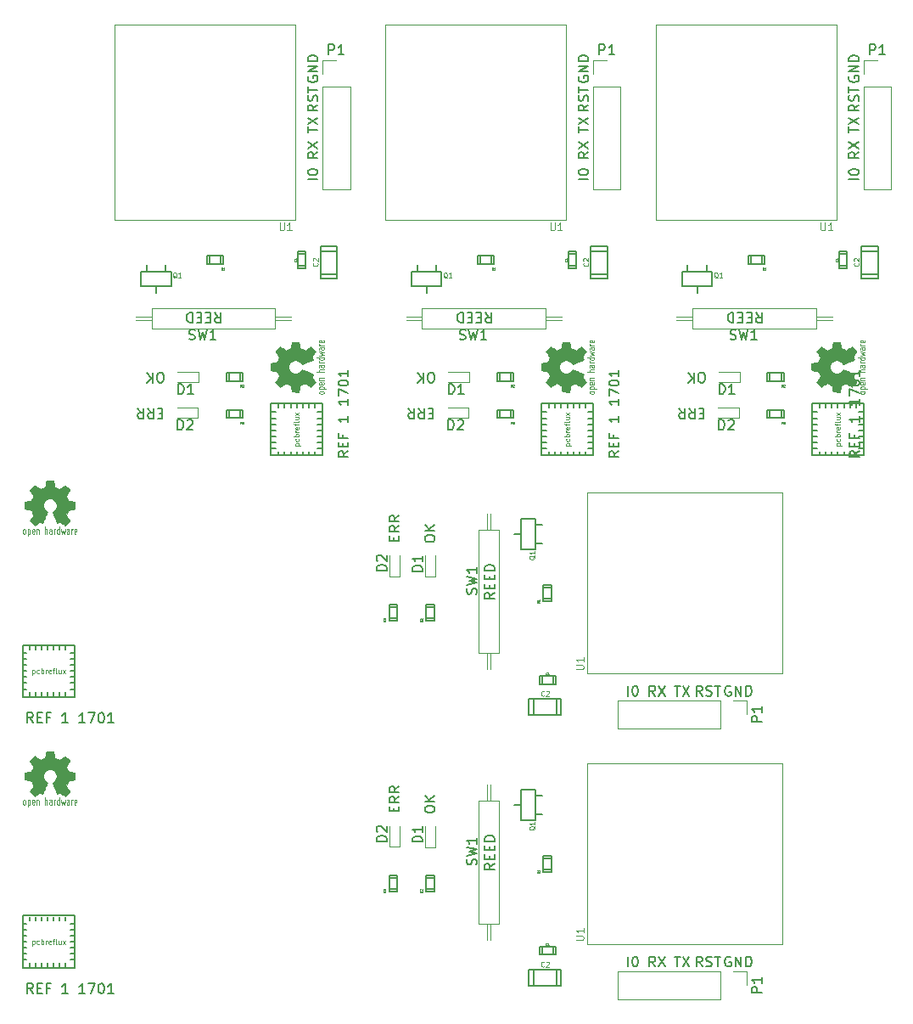
<source format=gto>
G04 #@! TF.GenerationSoftware,KiCad,Pcbnew,no-vcs-found*
G04 #@! TF.CreationDate,2017-01-05T13:18:46+01:00*
G04 #@! TF.ProjectId,ESP32-HELP-Button-pan,45535033322D48454C502D427574746F,rev?*
G04 #@! TF.FileFunction,Legend,Top*
G04 #@! TF.FilePolarity,Positive*
%FSLAX46Y46*%
G04 Gerber Fmt 4.6, Leading zero omitted, Abs format (unit mm)*
G04 Created by KiCad (PCBNEW no-vcs-found) date Thu Jan  5 13:18:46 2017*
%MOMM*%
%LPD*%
G01*
G04 APERTURE LIST*
%ADD10C,0.100000*%
%ADD11C,0.200000*%
%ADD12C,0.127000*%
%ADD13C,0.050000*%
%ADD14C,0.120000*%
%ADD15C,0.150000*%
%ADD16C,0.075000*%
%ADD17C,0.002540*%
%ADD18C,0.119380*%
%ADD19C,0.040640*%
%ADD20C,0.099060*%
G04 APERTURE END LIST*
D10*
D11*
X108181238Y-107036619D02*
X107990761Y-107036619D01*
X107895523Y-106989000D01*
X107800285Y-106893761D01*
X107752666Y-106703285D01*
X107752666Y-106369952D01*
X107800285Y-106179476D01*
X107895523Y-106084238D01*
X107990761Y-106036619D01*
X108181238Y-106036619D01*
X108276476Y-106084238D01*
X108371714Y-106179476D01*
X108419333Y-106369952D01*
X108419333Y-106703285D01*
X108371714Y-106893761D01*
X108276476Y-106989000D01*
X108181238Y-107036619D01*
X107324095Y-106036619D02*
X107324095Y-107036619D01*
X106752666Y-106036619D02*
X107181238Y-106608047D01*
X106752666Y-107036619D02*
X107324095Y-106465190D01*
X108292285Y-110116428D02*
X107958952Y-110116428D01*
X107816095Y-109592619D02*
X108292285Y-109592619D01*
X108292285Y-110592619D01*
X107816095Y-110592619D01*
X106816095Y-109592619D02*
X107149428Y-110068809D01*
X107387523Y-109592619D02*
X107387523Y-110592619D01*
X107006571Y-110592619D01*
X106911333Y-110545000D01*
X106863714Y-110497380D01*
X106816095Y-110402142D01*
X106816095Y-110259285D01*
X106863714Y-110164047D01*
X106911333Y-110116428D01*
X107006571Y-110068809D01*
X107387523Y-110068809D01*
X105816095Y-109592619D02*
X106149428Y-110068809D01*
X106387523Y-109592619D02*
X106387523Y-110592619D01*
X106006571Y-110592619D01*
X105911333Y-110545000D01*
X105863714Y-110497380D01*
X105816095Y-110402142D01*
X105816095Y-110259285D01*
X105863714Y-110164047D01*
X105911333Y-110116428D01*
X106006571Y-110068809D01*
X106387523Y-110068809D01*
X123786380Y-86772190D02*
X122786380Y-86772190D01*
X122786380Y-86105523D02*
X122786380Y-86010285D01*
X122834000Y-85915047D01*
X122881619Y-85867428D01*
X122976857Y-85819809D01*
X123167333Y-85772190D01*
X123405428Y-85772190D01*
X123595904Y-85819809D01*
X123691142Y-85867428D01*
X123738761Y-85915047D01*
X123786380Y-86010285D01*
X123786380Y-86105523D01*
X123738761Y-86200761D01*
X123691142Y-86248380D01*
X123595904Y-86296000D01*
X123405428Y-86343619D01*
X123167333Y-86343619D01*
X122976857Y-86296000D01*
X122881619Y-86248380D01*
X122834000Y-86200761D01*
X122786380Y-86105523D01*
X123786380Y-84049666D02*
X123310190Y-84383000D01*
X123786380Y-84621095D02*
X122786380Y-84621095D01*
X122786380Y-84240142D01*
X122834000Y-84144904D01*
X122881619Y-84097285D01*
X122976857Y-84049666D01*
X123119714Y-84049666D01*
X123214952Y-84097285D01*
X123262571Y-84144904D01*
X123310190Y-84240142D01*
X123310190Y-84621095D01*
X122786380Y-83716333D02*
X123786380Y-83049666D01*
X122786380Y-83049666D02*
X123786380Y-83716333D01*
X122786380Y-82104904D02*
X122786380Y-81533476D01*
X123786380Y-81819190D02*
X122786380Y-81819190D01*
X122786380Y-81295380D02*
X123786380Y-80628714D01*
X122786380Y-80628714D02*
X123786380Y-81295380D01*
X123786380Y-79350619D02*
X123310190Y-79683952D01*
X123786380Y-79922047D02*
X122786380Y-79922047D01*
X122786380Y-79541095D01*
X122834000Y-79445857D01*
X122881619Y-79398238D01*
X122976857Y-79350619D01*
X123119714Y-79350619D01*
X123214952Y-79398238D01*
X123262571Y-79445857D01*
X123310190Y-79541095D01*
X123310190Y-79922047D01*
X123738761Y-78969666D02*
X123786380Y-78826809D01*
X123786380Y-78588714D01*
X123738761Y-78493476D01*
X123691142Y-78445857D01*
X123595904Y-78398238D01*
X123500666Y-78398238D01*
X123405428Y-78445857D01*
X123357809Y-78493476D01*
X123310190Y-78588714D01*
X123262571Y-78779190D01*
X123214952Y-78874428D01*
X123167333Y-78922047D01*
X123072095Y-78969666D01*
X122976857Y-78969666D01*
X122881619Y-78922047D01*
X122834000Y-78874428D01*
X122786380Y-78779190D01*
X122786380Y-78541095D01*
X122834000Y-78398238D01*
X122786380Y-78112523D02*
X122786380Y-77541095D01*
X123786380Y-77826809D02*
X122786380Y-77826809D01*
X122834000Y-76516904D02*
X122786380Y-76612142D01*
X122786380Y-76755000D01*
X122834000Y-76897857D01*
X122929238Y-76993095D01*
X123024476Y-77040714D01*
X123214952Y-77088333D01*
X123357809Y-77088333D01*
X123548285Y-77040714D01*
X123643523Y-76993095D01*
X123738761Y-76897857D01*
X123786380Y-76755000D01*
X123786380Y-76659761D01*
X123738761Y-76516904D01*
X123691142Y-76469285D01*
X123357809Y-76469285D01*
X123357809Y-76659761D01*
X123786380Y-76040714D02*
X122786380Y-76040714D01*
X123786380Y-75469285D01*
X122786380Y-75469285D01*
X123786380Y-74993095D02*
X122786380Y-74993095D01*
X122786380Y-74755000D01*
X122834000Y-74612142D01*
X122929238Y-74516904D01*
X123024476Y-74469285D01*
X123214952Y-74421666D01*
X123357809Y-74421666D01*
X123548285Y-74469285D01*
X123643523Y-74516904D01*
X123738761Y-74612142D01*
X123786380Y-74755000D01*
X123786380Y-74993095D01*
X113507238Y-100067619D02*
X113840571Y-100543809D01*
X114078666Y-100067619D02*
X114078666Y-101067619D01*
X113697714Y-101067619D01*
X113602476Y-101020000D01*
X113554857Y-100972380D01*
X113507238Y-100877142D01*
X113507238Y-100734285D01*
X113554857Y-100639047D01*
X113602476Y-100591428D01*
X113697714Y-100543809D01*
X114078666Y-100543809D01*
X113078666Y-100591428D02*
X112745333Y-100591428D01*
X112602476Y-100067619D02*
X113078666Y-100067619D01*
X113078666Y-101067619D01*
X112602476Y-101067619D01*
X112173904Y-100591428D02*
X111840571Y-100591428D01*
X111697714Y-100067619D02*
X112173904Y-100067619D01*
X112173904Y-101067619D01*
X111697714Y-101067619D01*
X111269142Y-100067619D02*
X111269142Y-101067619D01*
X111031047Y-101067619D01*
X110888190Y-101020000D01*
X110792952Y-100924761D01*
X110745333Y-100829523D01*
X110697714Y-100639047D01*
X110697714Y-100496190D01*
X110745333Y-100305714D01*
X110792952Y-100210476D01*
X110888190Y-100115238D01*
X111031047Y-100067619D01*
X111269142Y-100067619D01*
X123834380Y-113886285D02*
X123358190Y-114219619D01*
X123834380Y-114457714D02*
X122834380Y-114457714D01*
X122834380Y-114076761D01*
X122882000Y-113981523D01*
X122929619Y-113933904D01*
X123024857Y-113886285D01*
X123167714Y-113886285D01*
X123262952Y-113933904D01*
X123310571Y-113981523D01*
X123358190Y-114076761D01*
X123358190Y-114457714D01*
X123310571Y-113457714D02*
X123310571Y-113124380D01*
X123834380Y-112981523D02*
X123834380Y-113457714D01*
X122834380Y-113457714D01*
X122834380Y-112981523D01*
X123310571Y-112219619D02*
X123310571Y-112552952D01*
X123834380Y-112552952D02*
X122834380Y-112552952D01*
X122834380Y-112076761D01*
X123834380Y-110410095D02*
X123834380Y-110981523D01*
X123834380Y-110695809D02*
X122834380Y-110695809D01*
X122977238Y-110791047D01*
X123072476Y-110886285D01*
X123120095Y-110981523D01*
X123834380Y-108695809D02*
X123834380Y-109267238D01*
X123834380Y-108981523D02*
X122834380Y-108981523D01*
X122977238Y-109076761D01*
X123072476Y-109172000D01*
X123120095Y-109267238D01*
X122834380Y-108362476D02*
X122834380Y-107695809D01*
X123834380Y-108124380D01*
X122834380Y-107124380D02*
X122834380Y-107029142D01*
X122882000Y-106933904D01*
X122929619Y-106886285D01*
X123024857Y-106838666D01*
X123215333Y-106791047D01*
X123453428Y-106791047D01*
X123643904Y-106838666D01*
X123739142Y-106886285D01*
X123786761Y-106933904D01*
X123834380Y-107029142D01*
X123834380Y-107124380D01*
X123786761Y-107219619D01*
X123739142Y-107267238D01*
X123643904Y-107314857D01*
X123453428Y-107362476D01*
X123215333Y-107362476D01*
X123024857Y-107314857D01*
X122929619Y-107267238D01*
X122882000Y-107219619D01*
X122834380Y-107124380D01*
X123834380Y-105838666D02*
X123834380Y-106410095D01*
X123834380Y-106124380D02*
X122834380Y-106124380D01*
X122977238Y-106219619D01*
X123072476Y-106314857D01*
X123120095Y-106410095D01*
X81181238Y-107036619D02*
X80990761Y-107036619D01*
X80895523Y-106989000D01*
X80800285Y-106893761D01*
X80752666Y-106703285D01*
X80752666Y-106369952D01*
X80800285Y-106179476D01*
X80895523Y-106084238D01*
X80990761Y-106036619D01*
X81181238Y-106036619D01*
X81276476Y-106084238D01*
X81371714Y-106179476D01*
X81419333Y-106369952D01*
X81419333Y-106703285D01*
X81371714Y-106893761D01*
X81276476Y-106989000D01*
X81181238Y-107036619D01*
X80324095Y-106036619D02*
X80324095Y-107036619D01*
X79752666Y-106036619D02*
X80181238Y-106608047D01*
X79752666Y-107036619D02*
X80324095Y-106465190D01*
X81292285Y-110116428D02*
X80958952Y-110116428D01*
X80816095Y-109592619D02*
X81292285Y-109592619D01*
X81292285Y-110592619D01*
X80816095Y-110592619D01*
X79816095Y-109592619D02*
X80149428Y-110068809D01*
X80387523Y-109592619D02*
X80387523Y-110592619D01*
X80006571Y-110592619D01*
X79911333Y-110545000D01*
X79863714Y-110497380D01*
X79816095Y-110402142D01*
X79816095Y-110259285D01*
X79863714Y-110164047D01*
X79911333Y-110116428D01*
X80006571Y-110068809D01*
X80387523Y-110068809D01*
X78816095Y-109592619D02*
X79149428Y-110068809D01*
X79387523Y-109592619D02*
X79387523Y-110592619D01*
X79006571Y-110592619D01*
X78911333Y-110545000D01*
X78863714Y-110497380D01*
X78816095Y-110402142D01*
X78816095Y-110259285D01*
X78863714Y-110164047D01*
X78911333Y-110116428D01*
X79006571Y-110068809D01*
X79387523Y-110068809D01*
X96786380Y-86772190D02*
X95786380Y-86772190D01*
X95786380Y-86105523D02*
X95786380Y-86010285D01*
X95834000Y-85915047D01*
X95881619Y-85867428D01*
X95976857Y-85819809D01*
X96167333Y-85772190D01*
X96405428Y-85772190D01*
X96595904Y-85819809D01*
X96691142Y-85867428D01*
X96738761Y-85915047D01*
X96786380Y-86010285D01*
X96786380Y-86105523D01*
X96738761Y-86200761D01*
X96691142Y-86248380D01*
X96595904Y-86296000D01*
X96405428Y-86343619D01*
X96167333Y-86343619D01*
X95976857Y-86296000D01*
X95881619Y-86248380D01*
X95834000Y-86200761D01*
X95786380Y-86105523D01*
X96786380Y-84049666D02*
X96310190Y-84383000D01*
X96786380Y-84621095D02*
X95786380Y-84621095D01*
X95786380Y-84240142D01*
X95834000Y-84144904D01*
X95881619Y-84097285D01*
X95976857Y-84049666D01*
X96119714Y-84049666D01*
X96214952Y-84097285D01*
X96262571Y-84144904D01*
X96310190Y-84240142D01*
X96310190Y-84621095D01*
X95786380Y-83716333D02*
X96786380Y-83049666D01*
X95786380Y-83049666D02*
X96786380Y-83716333D01*
X95786380Y-82104904D02*
X95786380Y-81533476D01*
X96786380Y-81819190D02*
X95786380Y-81819190D01*
X95786380Y-81295380D02*
X96786380Y-80628714D01*
X95786380Y-80628714D02*
X96786380Y-81295380D01*
X96786380Y-79350619D02*
X96310190Y-79683952D01*
X96786380Y-79922047D02*
X95786380Y-79922047D01*
X95786380Y-79541095D01*
X95834000Y-79445857D01*
X95881619Y-79398238D01*
X95976857Y-79350619D01*
X96119714Y-79350619D01*
X96214952Y-79398238D01*
X96262571Y-79445857D01*
X96310190Y-79541095D01*
X96310190Y-79922047D01*
X96738761Y-78969666D02*
X96786380Y-78826809D01*
X96786380Y-78588714D01*
X96738761Y-78493476D01*
X96691142Y-78445857D01*
X96595904Y-78398238D01*
X96500666Y-78398238D01*
X96405428Y-78445857D01*
X96357809Y-78493476D01*
X96310190Y-78588714D01*
X96262571Y-78779190D01*
X96214952Y-78874428D01*
X96167333Y-78922047D01*
X96072095Y-78969666D01*
X95976857Y-78969666D01*
X95881619Y-78922047D01*
X95834000Y-78874428D01*
X95786380Y-78779190D01*
X95786380Y-78541095D01*
X95834000Y-78398238D01*
X95786380Y-78112523D02*
X95786380Y-77541095D01*
X96786380Y-77826809D02*
X95786380Y-77826809D01*
X95834000Y-76516904D02*
X95786380Y-76612142D01*
X95786380Y-76755000D01*
X95834000Y-76897857D01*
X95929238Y-76993095D01*
X96024476Y-77040714D01*
X96214952Y-77088333D01*
X96357809Y-77088333D01*
X96548285Y-77040714D01*
X96643523Y-76993095D01*
X96738761Y-76897857D01*
X96786380Y-76755000D01*
X96786380Y-76659761D01*
X96738761Y-76516904D01*
X96691142Y-76469285D01*
X96357809Y-76469285D01*
X96357809Y-76659761D01*
X96786380Y-76040714D02*
X95786380Y-76040714D01*
X96786380Y-75469285D01*
X95786380Y-75469285D01*
X96786380Y-74993095D02*
X95786380Y-74993095D01*
X95786380Y-74755000D01*
X95834000Y-74612142D01*
X95929238Y-74516904D01*
X96024476Y-74469285D01*
X96214952Y-74421666D01*
X96357809Y-74421666D01*
X96548285Y-74469285D01*
X96643523Y-74516904D01*
X96738761Y-74612142D01*
X96786380Y-74755000D01*
X96786380Y-74993095D01*
X86507238Y-100067619D02*
X86840571Y-100543809D01*
X87078666Y-100067619D02*
X87078666Y-101067619D01*
X86697714Y-101067619D01*
X86602476Y-101020000D01*
X86554857Y-100972380D01*
X86507238Y-100877142D01*
X86507238Y-100734285D01*
X86554857Y-100639047D01*
X86602476Y-100591428D01*
X86697714Y-100543809D01*
X87078666Y-100543809D01*
X86078666Y-100591428D02*
X85745333Y-100591428D01*
X85602476Y-100067619D02*
X86078666Y-100067619D01*
X86078666Y-101067619D01*
X85602476Y-101067619D01*
X85173904Y-100591428D02*
X84840571Y-100591428D01*
X84697714Y-100067619D02*
X85173904Y-100067619D01*
X85173904Y-101067619D01*
X84697714Y-101067619D01*
X84269142Y-100067619D02*
X84269142Y-101067619D01*
X84031047Y-101067619D01*
X83888190Y-101020000D01*
X83792952Y-100924761D01*
X83745333Y-100829523D01*
X83697714Y-100639047D01*
X83697714Y-100496190D01*
X83745333Y-100305714D01*
X83792952Y-100210476D01*
X83888190Y-100115238D01*
X84031047Y-100067619D01*
X84269142Y-100067619D01*
X99834380Y-113886285D02*
X99358190Y-114219619D01*
X99834380Y-114457714D02*
X98834380Y-114457714D01*
X98834380Y-114076761D01*
X98882000Y-113981523D01*
X98929619Y-113933904D01*
X99024857Y-113886285D01*
X99167714Y-113886285D01*
X99262952Y-113933904D01*
X99310571Y-113981523D01*
X99358190Y-114076761D01*
X99358190Y-114457714D01*
X99310571Y-113457714D02*
X99310571Y-113124380D01*
X99834380Y-112981523D02*
X99834380Y-113457714D01*
X98834380Y-113457714D01*
X98834380Y-112981523D01*
X99310571Y-112219619D02*
X99310571Y-112552952D01*
X99834380Y-112552952D02*
X98834380Y-112552952D01*
X98834380Y-112076761D01*
X99834380Y-110410095D02*
X99834380Y-110981523D01*
X99834380Y-110695809D02*
X98834380Y-110695809D01*
X98977238Y-110791047D01*
X99072476Y-110886285D01*
X99120095Y-110981523D01*
X99834380Y-108695809D02*
X99834380Y-109267238D01*
X99834380Y-108981523D02*
X98834380Y-108981523D01*
X98977238Y-109076761D01*
X99072476Y-109172000D01*
X99120095Y-109267238D01*
X98834380Y-108362476D02*
X98834380Y-107695809D01*
X99834380Y-108124380D01*
X98834380Y-107124380D02*
X98834380Y-107029142D01*
X98882000Y-106933904D01*
X98929619Y-106886285D01*
X99024857Y-106838666D01*
X99215333Y-106791047D01*
X99453428Y-106791047D01*
X99643904Y-106838666D01*
X99739142Y-106886285D01*
X99786761Y-106933904D01*
X99834380Y-107029142D01*
X99834380Y-107124380D01*
X99786761Y-107219619D01*
X99739142Y-107267238D01*
X99643904Y-107314857D01*
X99453428Y-107362476D01*
X99215333Y-107362476D01*
X99024857Y-107314857D01*
X98929619Y-107267238D01*
X98882000Y-107219619D01*
X98834380Y-107124380D01*
X99834380Y-105838666D02*
X99834380Y-106410095D01*
X99834380Y-106124380D02*
X98834380Y-106124380D01*
X98977238Y-106219619D01*
X99072476Y-106314857D01*
X99120095Y-106410095D01*
X80463380Y-122681238D02*
X80463380Y-122490761D01*
X80511000Y-122395523D01*
X80606238Y-122300285D01*
X80796714Y-122252666D01*
X81130047Y-122252666D01*
X81320523Y-122300285D01*
X81415761Y-122395523D01*
X81463380Y-122490761D01*
X81463380Y-122681238D01*
X81415761Y-122776476D01*
X81320523Y-122871714D01*
X81130047Y-122919333D01*
X80796714Y-122919333D01*
X80606238Y-122871714D01*
X80511000Y-122776476D01*
X80463380Y-122681238D01*
X81463380Y-121824095D02*
X80463380Y-121824095D01*
X81463380Y-121252666D02*
X80891952Y-121681238D01*
X80463380Y-121252666D02*
X81034809Y-121824095D01*
X77383571Y-122792285D02*
X77383571Y-122458952D01*
X77907380Y-122316095D02*
X77907380Y-122792285D01*
X76907380Y-122792285D01*
X76907380Y-122316095D01*
X77907380Y-121316095D02*
X77431190Y-121649428D01*
X77907380Y-121887523D02*
X76907380Y-121887523D01*
X76907380Y-121506571D01*
X76955000Y-121411333D01*
X77002619Y-121363714D01*
X77097857Y-121316095D01*
X77240714Y-121316095D01*
X77335952Y-121363714D01*
X77383571Y-121411333D01*
X77431190Y-121506571D01*
X77431190Y-121887523D01*
X77907380Y-120316095D02*
X77431190Y-120649428D01*
X77907380Y-120887523D02*
X76907380Y-120887523D01*
X76907380Y-120506571D01*
X76955000Y-120411333D01*
X77002619Y-120363714D01*
X77097857Y-120316095D01*
X77240714Y-120316095D01*
X77335952Y-120363714D01*
X77383571Y-120411333D01*
X77431190Y-120506571D01*
X77431190Y-120887523D01*
X100727809Y-138286380D02*
X100727809Y-137286380D01*
X101394476Y-137286380D02*
X101489714Y-137286380D01*
X101584952Y-137334000D01*
X101632571Y-137381619D01*
X101680190Y-137476857D01*
X101727809Y-137667333D01*
X101727809Y-137905428D01*
X101680190Y-138095904D01*
X101632571Y-138191142D01*
X101584952Y-138238761D01*
X101489714Y-138286380D01*
X101394476Y-138286380D01*
X101299238Y-138238761D01*
X101251619Y-138191142D01*
X101204000Y-138095904D01*
X101156380Y-137905428D01*
X101156380Y-137667333D01*
X101204000Y-137476857D01*
X101251619Y-137381619D01*
X101299238Y-137334000D01*
X101394476Y-137286380D01*
X103450333Y-138286380D02*
X103117000Y-137810190D01*
X102878904Y-138286380D02*
X102878904Y-137286380D01*
X103259857Y-137286380D01*
X103355095Y-137334000D01*
X103402714Y-137381619D01*
X103450333Y-137476857D01*
X103450333Y-137619714D01*
X103402714Y-137714952D01*
X103355095Y-137762571D01*
X103259857Y-137810190D01*
X102878904Y-137810190D01*
X103783666Y-137286380D02*
X104450333Y-138286380D01*
X104450333Y-137286380D02*
X103783666Y-138286380D01*
X105395095Y-137286380D02*
X105966523Y-137286380D01*
X105680809Y-138286380D02*
X105680809Y-137286380D01*
X106204619Y-137286380D02*
X106871285Y-138286380D01*
X106871285Y-137286380D02*
X106204619Y-138286380D01*
X108149380Y-138286380D02*
X107816047Y-137810190D01*
X107577952Y-138286380D02*
X107577952Y-137286380D01*
X107958904Y-137286380D01*
X108054142Y-137334000D01*
X108101761Y-137381619D01*
X108149380Y-137476857D01*
X108149380Y-137619714D01*
X108101761Y-137714952D01*
X108054142Y-137762571D01*
X107958904Y-137810190D01*
X107577952Y-137810190D01*
X108530333Y-138238761D02*
X108673190Y-138286380D01*
X108911285Y-138286380D01*
X109006523Y-138238761D01*
X109054142Y-138191142D01*
X109101761Y-138095904D01*
X109101761Y-138000666D01*
X109054142Y-137905428D01*
X109006523Y-137857809D01*
X108911285Y-137810190D01*
X108720809Y-137762571D01*
X108625571Y-137714952D01*
X108577952Y-137667333D01*
X108530333Y-137572095D01*
X108530333Y-137476857D01*
X108577952Y-137381619D01*
X108625571Y-137334000D01*
X108720809Y-137286380D01*
X108958904Y-137286380D01*
X109101761Y-137334000D01*
X109387476Y-137286380D02*
X109958904Y-137286380D01*
X109673190Y-138286380D02*
X109673190Y-137286380D01*
X110983095Y-137334000D02*
X110887857Y-137286380D01*
X110745000Y-137286380D01*
X110602142Y-137334000D01*
X110506904Y-137429238D01*
X110459285Y-137524476D01*
X110411666Y-137714952D01*
X110411666Y-137857809D01*
X110459285Y-138048285D01*
X110506904Y-138143523D01*
X110602142Y-138238761D01*
X110745000Y-138286380D01*
X110840238Y-138286380D01*
X110983095Y-138238761D01*
X111030714Y-138191142D01*
X111030714Y-137857809D01*
X110840238Y-137857809D01*
X111459285Y-138286380D02*
X111459285Y-137286380D01*
X112030714Y-138286380D01*
X112030714Y-137286380D01*
X112506904Y-138286380D02*
X112506904Y-137286380D01*
X112745000Y-137286380D01*
X112887857Y-137334000D01*
X112983095Y-137429238D01*
X113030714Y-137524476D01*
X113078333Y-137714952D01*
X113078333Y-137857809D01*
X113030714Y-138048285D01*
X112983095Y-138143523D01*
X112887857Y-138238761D01*
X112745000Y-138286380D01*
X112506904Y-138286380D01*
X87432380Y-128007238D02*
X86956190Y-128340571D01*
X87432380Y-128578666D02*
X86432380Y-128578666D01*
X86432380Y-128197714D01*
X86480000Y-128102476D01*
X86527619Y-128054857D01*
X86622857Y-128007238D01*
X86765714Y-128007238D01*
X86860952Y-128054857D01*
X86908571Y-128102476D01*
X86956190Y-128197714D01*
X86956190Y-128578666D01*
X86908571Y-127578666D02*
X86908571Y-127245333D01*
X87432380Y-127102476D02*
X87432380Y-127578666D01*
X86432380Y-127578666D01*
X86432380Y-127102476D01*
X86908571Y-126673904D02*
X86908571Y-126340571D01*
X87432380Y-126197714D02*
X87432380Y-126673904D01*
X86432380Y-126673904D01*
X86432380Y-126197714D01*
X87432380Y-125769142D02*
X86432380Y-125769142D01*
X86432380Y-125531047D01*
X86480000Y-125388190D01*
X86575238Y-125292952D01*
X86670476Y-125245333D01*
X86860952Y-125197714D01*
X87003809Y-125197714D01*
X87194285Y-125245333D01*
X87289523Y-125292952D01*
X87384761Y-125388190D01*
X87432380Y-125531047D01*
X87432380Y-125769142D01*
X41371714Y-140953380D02*
X41038380Y-140477190D01*
X40800285Y-140953380D02*
X40800285Y-139953380D01*
X41181238Y-139953380D01*
X41276476Y-140001000D01*
X41324095Y-140048619D01*
X41371714Y-140143857D01*
X41371714Y-140286714D01*
X41324095Y-140381952D01*
X41276476Y-140429571D01*
X41181238Y-140477190D01*
X40800285Y-140477190D01*
X41800285Y-140429571D02*
X42133619Y-140429571D01*
X42276476Y-140953380D02*
X41800285Y-140953380D01*
X41800285Y-139953380D01*
X42276476Y-139953380D01*
X43038380Y-140429571D02*
X42705047Y-140429571D01*
X42705047Y-140953380D02*
X42705047Y-139953380D01*
X43181238Y-139953380D01*
X44847904Y-140953380D02*
X44276476Y-140953380D01*
X44562190Y-140953380D02*
X44562190Y-139953380D01*
X44466952Y-140096238D01*
X44371714Y-140191476D01*
X44276476Y-140239095D01*
X46562190Y-140953380D02*
X45990761Y-140953380D01*
X46276476Y-140953380D02*
X46276476Y-139953380D01*
X46181238Y-140096238D01*
X46086000Y-140191476D01*
X45990761Y-140239095D01*
X46895523Y-139953380D02*
X47562190Y-139953380D01*
X47133619Y-140953380D01*
X48133619Y-139953380D02*
X48228857Y-139953380D01*
X48324095Y-140001000D01*
X48371714Y-140048619D01*
X48419333Y-140143857D01*
X48466952Y-140334333D01*
X48466952Y-140572428D01*
X48419333Y-140762904D01*
X48371714Y-140858142D01*
X48324095Y-140905761D01*
X48228857Y-140953380D01*
X48133619Y-140953380D01*
X48038380Y-140905761D01*
X47990761Y-140858142D01*
X47943142Y-140762904D01*
X47895523Y-140572428D01*
X47895523Y-140334333D01*
X47943142Y-140143857D01*
X47990761Y-140048619D01*
X48038380Y-140001000D01*
X48133619Y-139953380D01*
X49419333Y-140953380D02*
X48847904Y-140953380D01*
X49133619Y-140953380D02*
X49133619Y-139953380D01*
X49038380Y-140096238D01*
X48943142Y-140191476D01*
X48847904Y-140239095D01*
X72834380Y-113886285D02*
X72358190Y-114219619D01*
X72834380Y-114457714D02*
X71834380Y-114457714D01*
X71834380Y-114076761D01*
X71882000Y-113981523D01*
X71929619Y-113933904D01*
X72024857Y-113886285D01*
X72167714Y-113886285D01*
X72262952Y-113933904D01*
X72310571Y-113981523D01*
X72358190Y-114076761D01*
X72358190Y-114457714D01*
X72310571Y-113457714D02*
X72310571Y-113124380D01*
X72834380Y-112981523D02*
X72834380Y-113457714D01*
X71834380Y-113457714D01*
X71834380Y-112981523D01*
X72310571Y-112219619D02*
X72310571Y-112552952D01*
X72834380Y-112552952D02*
X71834380Y-112552952D01*
X71834380Y-112076761D01*
X72834380Y-110410095D02*
X72834380Y-110981523D01*
X72834380Y-110695809D02*
X71834380Y-110695809D01*
X71977238Y-110791047D01*
X72072476Y-110886285D01*
X72120095Y-110981523D01*
X72834380Y-108695809D02*
X72834380Y-109267238D01*
X72834380Y-108981523D02*
X71834380Y-108981523D01*
X71977238Y-109076761D01*
X72072476Y-109172000D01*
X72120095Y-109267238D01*
X71834380Y-108362476D02*
X71834380Y-107695809D01*
X72834380Y-108124380D01*
X71834380Y-107124380D02*
X71834380Y-107029142D01*
X71882000Y-106933904D01*
X71929619Y-106886285D01*
X72024857Y-106838666D01*
X72215333Y-106791047D01*
X72453428Y-106791047D01*
X72643904Y-106838666D01*
X72739142Y-106886285D01*
X72786761Y-106933904D01*
X72834380Y-107029142D01*
X72834380Y-107124380D01*
X72786761Y-107219619D01*
X72739142Y-107267238D01*
X72643904Y-107314857D01*
X72453428Y-107362476D01*
X72215333Y-107362476D01*
X72024857Y-107314857D01*
X71929619Y-107267238D01*
X71882000Y-107219619D01*
X71834380Y-107124380D01*
X72834380Y-105838666D02*
X72834380Y-106410095D01*
X72834380Y-106124380D02*
X71834380Y-106124380D01*
X71977238Y-106219619D01*
X72072476Y-106314857D01*
X72120095Y-106410095D01*
X59507238Y-100067619D02*
X59840571Y-100543809D01*
X60078666Y-100067619D02*
X60078666Y-101067619D01*
X59697714Y-101067619D01*
X59602476Y-101020000D01*
X59554857Y-100972380D01*
X59507238Y-100877142D01*
X59507238Y-100734285D01*
X59554857Y-100639047D01*
X59602476Y-100591428D01*
X59697714Y-100543809D01*
X60078666Y-100543809D01*
X59078666Y-100591428D02*
X58745333Y-100591428D01*
X58602476Y-100067619D02*
X59078666Y-100067619D01*
X59078666Y-101067619D01*
X58602476Y-101067619D01*
X58173904Y-100591428D02*
X57840571Y-100591428D01*
X57697714Y-100067619D02*
X58173904Y-100067619D01*
X58173904Y-101067619D01*
X57697714Y-101067619D01*
X57269142Y-100067619D02*
X57269142Y-101067619D01*
X57031047Y-101067619D01*
X56888190Y-101020000D01*
X56792952Y-100924761D01*
X56745333Y-100829523D01*
X56697714Y-100639047D01*
X56697714Y-100496190D01*
X56745333Y-100305714D01*
X56792952Y-100210476D01*
X56888190Y-100115238D01*
X57031047Y-100067619D01*
X57269142Y-100067619D01*
X68834000Y-76516904D02*
X68786380Y-76612142D01*
X68786380Y-76755000D01*
X68834000Y-76897857D01*
X68929238Y-76993095D01*
X69024476Y-77040714D01*
X69214952Y-77088333D01*
X69357809Y-77088333D01*
X69548285Y-77040714D01*
X69643523Y-76993095D01*
X69738761Y-76897857D01*
X69786380Y-76755000D01*
X69786380Y-76659761D01*
X69738761Y-76516904D01*
X69691142Y-76469285D01*
X69357809Y-76469285D01*
X69357809Y-76659761D01*
X69786380Y-76040714D02*
X68786380Y-76040714D01*
X69786380Y-75469285D01*
X68786380Y-75469285D01*
X69786380Y-74993095D02*
X68786380Y-74993095D01*
X68786380Y-74755000D01*
X68834000Y-74612142D01*
X68929238Y-74516904D01*
X69024476Y-74469285D01*
X69214952Y-74421666D01*
X69357809Y-74421666D01*
X69548285Y-74469285D01*
X69643523Y-74516904D01*
X69738761Y-74612142D01*
X69786380Y-74755000D01*
X69786380Y-74993095D01*
X69786380Y-79350619D02*
X69310190Y-79683952D01*
X69786380Y-79922047D02*
X68786380Y-79922047D01*
X68786380Y-79541095D01*
X68834000Y-79445857D01*
X68881619Y-79398238D01*
X68976857Y-79350619D01*
X69119714Y-79350619D01*
X69214952Y-79398238D01*
X69262571Y-79445857D01*
X69310190Y-79541095D01*
X69310190Y-79922047D01*
X69738761Y-78969666D02*
X69786380Y-78826809D01*
X69786380Y-78588714D01*
X69738761Y-78493476D01*
X69691142Y-78445857D01*
X69595904Y-78398238D01*
X69500666Y-78398238D01*
X69405428Y-78445857D01*
X69357809Y-78493476D01*
X69310190Y-78588714D01*
X69262571Y-78779190D01*
X69214952Y-78874428D01*
X69167333Y-78922047D01*
X69072095Y-78969666D01*
X68976857Y-78969666D01*
X68881619Y-78922047D01*
X68834000Y-78874428D01*
X68786380Y-78779190D01*
X68786380Y-78541095D01*
X68834000Y-78398238D01*
X68786380Y-78112523D02*
X68786380Y-77541095D01*
X69786380Y-77826809D02*
X68786380Y-77826809D01*
X68786380Y-82104904D02*
X68786380Y-81533476D01*
X69786380Y-81819190D02*
X68786380Y-81819190D01*
X68786380Y-81295380D02*
X69786380Y-80628714D01*
X68786380Y-80628714D02*
X69786380Y-81295380D01*
X69786380Y-84049666D02*
X69310190Y-84383000D01*
X69786380Y-84621095D02*
X68786380Y-84621095D01*
X68786380Y-84240142D01*
X68834000Y-84144904D01*
X68881619Y-84097285D01*
X68976857Y-84049666D01*
X69119714Y-84049666D01*
X69214952Y-84097285D01*
X69262571Y-84144904D01*
X69310190Y-84240142D01*
X69310190Y-84621095D01*
X68786380Y-83716333D02*
X69786380Y-83049666D01*
X68786380Y-83049666D02*
X69786380Y-83716333D01*
X69786380Y-86772190D02*
X68786380Y-86772190D01*
X68786380Y-86105523D02*
X68786380Y-86010285D01*
X68834000Y-85915047D01*
X68881619Y-85867428D01*
X68976857Y-85819809D01*
X69167333Y-85772190D01*
X69405428Y-85772190D01*
X69595904Y-85819809D01*
X69691142Y-85867428D01*
X69738761Y-85915047D01*
X69786380Y-86010285D01*
X69786380Y-86105523D01*
X69738761Y-86200761D01*
X69691142Y-86248380D01*
X69595904Y-86296000D01*
X69405428Y-86343619D01*
X69167333Y-86343619D01*
X68976857Y-86296000D01*
X68881619Y-86248380D01*
X68834000Y-86200761D01*
X68786380Y-86105523D01*
X54292285Y-110116428D02*
X53958952Y-110116428D01*
X53816095Y-109592619D02*
X54292285Y-109592619D01*
X54292285Y-110592619D01*
X53816095Y-110592619D01*
X52816095Y-109592619D02*
X53149428Y-110068809D01*
X53387523Y-109592619D02*
X53387523Y-110592619D01*
X53006571Y-110592619D01*
X52911333Y-110545000D01*
X52863714Y-110497380D01*
X52816095Y-110402142D01*
X52816095Y-110259285D01*
X52863714Y-110164047D01*
X52911333Y-110116428D01*
X53006571Y-110068809D01*
X53387523Y-110068809D01*
X51816095Y-109592619D02*
X52149428Y-110068809D01*
X52387523Y-109592619D02*
X52387523Y-110592619D01*
X52006571Y-110592619D01*
X51911333Y-110545000D01*
X51863714Y-110497380D01*
X51816095Y-110402142D01*
X51816095Y-110259285D01*
X51863714Y-110164047D01*
X51911333Y-110116428D01*
X52006571Y-110068809D01*
X52387523Y-110068809D01*
X54181238Y-107036619D02*
X53990761Y-107036619D01*
X53895523Y-106989000D01*
X53800285Y-106893761D01*
X53752666Y-106703285D01*
X53752666Y-106369952D01*
X53800285Y-106179476D01*
X53895523Y-106084238D01*
X53990761Y-106036619D01*
X54181238Y-106036619D01*
X54276476Y-106084238D01*
X54371714Y-106179476D01*
X54419333Y-106369952D01*
X54419333Y-106703285D01*
X54371714Y-106893761D01*
X54276476Y-106989000D01*
X54181238Y-107036619D01*
X53324095Y-106036619D02*
X53324095Y-107036619D01*
X52752666Y-106036619D02*
X53181238Y-106608047D01*
X52752666Y-107036619D02*
X53324095Y-106465190D01*
X41371714Y-167953380D02*
X41038380Y-167477190D01*
X40800285Y-167953380D02*
X40800285Y-166953380D01*
X41181238Y-166953380D01*
X41276476Y-167001000D01*
X41324095Y-167048619D01*
X41371714Y-167143857D01*
X41371714Y-167286714D01*
X41324095Y-167381952D01*
X41276476Y-167429571D01*
X41181238Y-167477190D01*
X40800285Y-167477190D01*
X41800285Y-167429571D02*
X42133619Y-167429571D01*
X42276476Y-167953380D02*
X41800285Y-167953380D01*
X41800285Y-166953380D01*
X42276476Y-166953380D01*
X43038380Y-167429571D02*
X42705047Y-167429571D01*
X42705047Y-167953380D02*
X42705047Y-166953380D01*
X43181238Y-166953380D01*
X44847904Y-167953380D02*
X44276476Y-167953380D01*
X44562190Y-167953380D02*
X44562190Y-166953380D01*
X44466952Y-167096238D01*
X44371714Y-167191476D01*
X44276476Y-167239095D01*
X46562190Y-167953380D02*
X45990761Y-167953380D01*
X46276476Y-167953380D02*
X46276476Y-166953380D01*
X46181238Y-167096238D01*
X46086000Y-167191476D01*
X45990761Y-167239095D01*
X46895523Y-166953380D02*
X47562190Y-166953380D01*
X47133619Y-167953380D01*
X48133619Y-166953380D02*
X48228857Y-166953380D01*
X48324095Y-167001000D01*
X48371714Y-167048619D01*
X48419333Y-167143857D01*
X48466952Y-167334333D01*
X48466952Y-167572428D01*
X48419333Y-167762904D01*
X48371714Y-167858142D01*
X48324095Y-167905761D01*
X48228857Y-167953380D01*
X48133619Y-167953380D01*
X48038380Y-167905761D01*
X47990761Y-167858142D01*
X47943142Y-167762904D01*
X47895523Y-167572428D01*
X47895523Y-167334333D01*
X47943142Y-167143857D01*
X47990761Y-167048619D01*
X48038380Y-167001000D01*
X48133619Y-166953380D01*
X49419333Y-167953380D02*
X48847904Y-167953380D01*
X49133619Y-167953380D02*
X49133619Y-166953380D01*
X49038380Y-167096238D01*
X48943142Y-167191476D01*
X48847904Y-167239095D01*
X87432380Y-155007238D02*
X86956190Y-155340571D01*
X87432380Y-155578666D02*
X86432380Y-155578666D01*
X86432380Y-155197714D01*
X86480000Y-155102476D01*
X86527619Y-155054857D01*
X86622857Y-155007238D01*
X86765714Y-155007238D01*
X86860952Y-155054857D01*
X86908571Y-155102476D01*
X86956190Y-155197714D01*
X86956190Y-155578666D01*
X86908571Y-154578666D02*
X86908571Y-154245333D01*
X87432380Y-154102476D02*
X87432380Y-154578666D01*
X86432380Y-154578666D01*
X86432380Y-154102476D01*
X86908571Y-153673904D02*
X86908571Y-153340571D01*
X87432380Y-153197714D02*
X87432380Y-153673904D01*
X86432380Y-153673904D01*
X86432380Y-153197714D01*
X87432380Y-152769142D02*
X86432380Y-152769142D01*
X86432380Y-152531047D01*
X86480000Y-152388190D01*
X86575238Y-152292952D01*
X86670476Y-152245333D01*
X86860952Y-152197714D01*
X87003809Y-152197714D01*
X87194285Y-152245333D01*
X87289523Y-152292952D01*
X87384761Y-152388190D01*
X87432380Y-152531047D01*
X87432380Y-152769142D01*
X110983095Y-164334000D02*
X110887857Y-164286380D01*
X110745000Y-164286380D01*
X110602142Y-164334000D01*
X110506904Y-164429238D01*
X110459285Y-164524476D01*
X110411666Y-164714952D01*
X110411666Y-164857809D01*
X110459285Y-165048285D01*
X110506904Y-165143523D01*
X110602142Y-165238761D01*
X110745000Y-165286380D01*
X110840238Y-165286380D01*
X110983095Y-165238761D01*
X111030714Y-165191142D01*
X111030714Y-164857809D01*
X110840238Y-164857809D01*
X111459285Y-165286380D02*
X111459285Y-164286380D01*
X112030714Y-165286380D01*
X112030714Y-164286380D01*
X112506904Y-165286380D02*
X112506904Y-164286380D01*
X112745000Y-164286380D01*
X112887857Y-164334000D01*
X112983095Y-164429238D01*
X113030714Y-164524476D01*
X113078333Y-164714952D01*
X113078333Y-164857809D01*
X113030714Y-165048285D01*
X112983095Y-165143523D01*
X112887857Y-165238761D01*
X112745000Y-165286380D01*
X112506904Y-165286380D01*
X108149380Y-165286380D02*
X107816047Y-164810190D01*
X107577952Y-165286380D02*
X107577952Y-164286380D01*
X107958904Y-164286380D01*
X108054142Y-164334000D01*
X108101761Y-164381619D01*
X108149380Y-164476857D01*
X108149380Y-164619714D01*
X108101761Y-164714952D01*
X108054142Y-164762571D01*
X107958904Y-164810190D01*
X107577952Y-164810190D01*
X108530333Y-165238761D02*
X108673190Y-165286380D01*
X108911285Y-165286380D01*
X109006523Y-165238761D01*
X109054142Y-165191142D01*
X109101761Y-165095904D01*
X109101761Y-165000666D01*
X109054142Y-164905428D01*
X109006523Y-164857809D01*
X108911285Y-164810190D01*
X108720809Y-164762571D01*
X108625571Y-164714952D01*
X108577952Y-164667333D01*
X108530333Y-164572095D01*
X108530333Y-164476857D01*
X108577952Y-164381619D01*
X108625571Y-164334000D01*
X108720809Y-164286380D01*
X108958904Y-164286380D01*
X109101761Y-164334000D01*
X109387476Y-164286380D02*
X109958904Y-164286380D01*
X109673190Y-165286380D02*
X109673190Y-164286380D01*
X105395095Y-164286380D02*
X105966523Y-164286380D01*
X105680809Y-165286380D02*
X105680809Y-164286380D01*
X106204619Y-164286380D02*
X106871285Y-165286380D01*
X106871285Y-164286380D02*
X106204619Y-165286380D01*
X103450333Y-165286380D02*
X103117000Y-164810190D01*
X102878904Y-165286380D02*
X102878904Y-164286380D01*
X103259857Y-164286380D01*
X103355095Y-164334000D01*
X103402714Y-164381619D01*
X103450333Y-164476857D01*
X103450333Y-164619714D01*
X103402714Y-164714952D01*
X103355095Y-164762571D01*
X103259857Y-164810190D01*
X102878904Y-164810190D01*
X103783666Y-164286380D02*
X104450333Y-165286380D01*
X104450333Y-164286380D02*
X103783666Y-165286380D01*
X100727809Y-165286380D02*
X100727809Y-164286380D01*
X101394476Y-164286380D02*
X101489714Y-164286380D01*
X101584952Y-164334000D01*
X101632571Y-164381619D01*
X101680190Y-164476857D01*
X101727809Y-164667333D01*
X101727809Y-164905428D01*
X101680190Y-165095904D01*
X101632571Y-165191142D01*
X101584952Y-165238761D01*
X101489714Y-165286380D01*
X101394476Y-165286380D01*
X101299238Y-165238761D01*
X101251619Y-165191142D01*
X101204000Y-165095904D01*
X101156380Y-164905428D01*
X101156380Y-164667333D01*
X101204000Y-164476857D01*
X101251619Y-164381619D01*
X101299238Y-164334000D01*
X101394476Y-164286380D01*
X77383571Y-149792285D02*
X77383571Y-149458952D01*
X77907380Y-149316095D02*
X77907380Y-149792285D01*
X76907380Y-149792285D01*
X76907380Y-149316095D01*
X77907380Y-148316095D02*
X77431190Y-148649428D01*
X77907380Y-148887523D02*
X76907380Y-148887523D01*
X76907380Y-148506571D01*
X76955000Y-148411333D01*
X77002619Y-148363714D01*
X77097857Y-148316095D01*
X77240714Y-148316095D01*
X77335952Y-148363714D01*
X77383571Y-148411333D01*
X77431190Y-148506571D01*
X77431190Y-148887523D01*
X77907380Y-147316095D02*
X77431190Y-147649428D01*
X77907380Y-147887523D02*
X76907380Y-147887523D01*
X76907380Y-147506571D01*
X76955000Y-147411333D01*
X77002619Y-147363714D01*
X77097857Y-147316095D01*
X77240714Y-147316095D01*
X77335952Y-147363714D01*
X77383571Y-147411333D01*
X77431190Y-147506571D01*
X77431190Y-147887523D01*
X80463380Y-149681238D02*
X80463380Y-149490761D01*
X80511000Y-149395523D01*
X80606238Y-149300285D01*
X80796714Y-149252666D01*
X81130047Y-149252666D01*
X81320523Y-149300285D01*
X81415761Y-149395523D01*
X81463380Y-149490761D01*
X81463380Y-149681238D01*
X81415761Y-149776476D01*
X81320523Y-149871714D01*
X81130047Y-149919333D01*
X80796714Y-149919333D01*
X80606238Y-149871714D01*
X80511000Y-149776476D01*
X80463380Y-149681238D01*
X81463380Y-148824095D02*
X80463380Y-148824095D01*
X81463380Y-148252666D02*
X80891952Y-148681238D01*
X80463380Y-148252666D02*
X81034809Y-148824095D01*
D12*
X124045200Y-93458800D02*
X124045200Y-96659200D01*
X125670800Y-93458800D02*
X124045200Y-93458800D01*
X125670800Y-96659200D02*
X125670800Y-93458800D01*
X124045200Y-96659200D02*
X125670800Y-96659200D01*
X124045200Y-96202000D02*
X125670800Y-96202000D01*
X125670800Y-93916000D02*
X124045200Y-93916000D01*
X122597400Y-95607640D02*
X121784600Y-95607640D01*
X122597400Y-93982040D02*
X122597400Y-95607640D01*
X121784600Y-93982040D02*
X122597400Y-93982040D01*
X121784600Y-95607640D02*
X121784600Y-93982040D01*
X121810000Y-95353640D02*
X122597400Y-95353640D01*
X122597400Y-94236040D02*
X121784600Y-94236040D01*
D13*
X103522000Y-90844000D02*
X103522000Y-71344000D01*
X103522000Y-71344000D02*
X121522000Y-71344000D01*
X121522000Y-71344000D02*
X121522000Y-90844000D01*
X121522000Y-90844000D02*
X103522000Y-90844000D01*
D12*
X116282960Y-109765600D02*
X116282960Y-110578400D01*
X114657360Y-109765600D02*
X116282960Y-109765600D01*
X114657360Y-110578400D02*
X114657360Y-109765600D01*
X116282960Y-110578400D02*
X114657360Y-110578400D01*
X116028960Y-110553000D02*
X116028960Y-109765600D01*
X114911360Y-109765600D02*
X114911360Y-110578400D01*
X114911360Y-106082600D02*
X114911360Y-106895400D01*
X116028960Y-106870000D02*
X116028960Y-106082600D01*
X116282960Y-106895400D02*
X114657360Y-106895400D01*
X114657360Y-106895400D02*
X114657360Y-106082600D01*
X114657360Y-106082600D02*
X116282960Y-106082600D01*
X116282960Y-106082600D02*
X116282960Y-106895400D01*
X112752360Y-95211400D02*
X112752360Y-94398600D01*
X114377960Y-95211400D02*
X112752360Y-95211400D01*
X114377960Y-94398600D02*
X114377960Y-95211400D01*
X112752360Y-94398600D02*
X114377960Y-94398600D01*
X113006360Y-94424000D02*
X113006360Y-95211400D01*
X114123960Y-95211400D02*
X114123960Y-94398600D01*
X109148100Y-96011500D02*
X109148100Y-97408500D01*
X106150900Y-96011500D02*
X109148100Y-96011500D01*
X106150900Y-97408500D02*
X106150900Y-96011500D01*
X109148100Y-97408500D02*
X106150900Y-97408500D01*
X107649500Y-97408500D02*
X107649500Y-98068900D01*
X108602000Y-96011500D02*
X108602000Y-95351100D01*
X106697000Y-96011500D02*
X106697000Y-95351100D01*
D14*
X124230000Y-77533000D02*
X124230000Y-87813000D01*
X124230000Y-87813000D02*
X127010000Y-87813000D01*
X127010000Y-87813000D02*
X127010000Y-77533000D01*
X127010000Y-77533000D02*
X124230000Y-77533000D01*
X124230000Y-76263000D02*
X124230000Y-74873000D01*
X124230000Y-74873000D02*
X125620000Y-74873000D01*
X111845000Y-110545000D02*
X109745000Y-110545000D01*
X111845000Y-109545000D02*
X109745000Y-109545000D01*
X111845000Y-110545000D02*
X111845000Y-109545000D01*
X111896000Y-106989000D02*
X111896000Y-105989000D01*
X111896000Y-105989000D02*
X109796000Y-105989000D01*
X111896000Y-106989000D02*
X109796000Y-106989000D01*
D13*
X107197000Y-101647000D02*
X107197000Y-99647000D01*
X119497000Y-99647000D02*
X119497000Y-101647000D01*
X121097000Y-100847000D02*
X119497000Y-100847000D01*
X119497000Y-100847000D02*
X119497000Y-100347000D01*
X121097000Y-100447000D02*
X119497000Y-100447000D01*
X107197000Y-100847000D02*
X105597000Y-100847000D01*
X107197000Y-101647000D02*
X119497000Y-101647000D01*
X119497000Y-99647000D02*
X107197000Y-99647000D01*
X107197000Y-100447000D02*
X105597000Y-100447000D01*
D15*
X124183000Y-109996000D02*
X123783000Y-109996000D01*
X124183000Y-110596000D02*
X123783000Y-110596000D01*
X124183000Y-111196000D02*
X123783000Y-111196000D01*
X124183000Y-111796000D02*
X123783000Y-111796000D01*
X124183000Y-112396000D02*
X123783000Y-112396000D01*
X124183000Y-112996000D02*
X123783000Y-112996000D01*
X124183000Y-113596000D02*
X123783000Y-113596000D01*
X119083000Y-114296000D02*
X119083000Y-109096000D01*
X124283000Y-114296000D02*
X124283000Y-109096000D01*
X119583000Y-113596000D02*
X119183000Y-113596000D01*
X119583000Y-112996000D02*
X119183000Y-112996000D01*
X119583000Y-112396000D02*
X119183000Y-112396000D01*
X119583000Y-111796000D02*
X119183000Y-111796000D01*
X119583000Y-111196000D02*
X119183000Y-111196000D01*
X119583000Y-110596000D02*
X119183000Y-110596000D01*
X119583000Y-109996000D02*
X119183000Y-109996000D01*
X119883000Y-114296000D02*
X119883000Y-113896000D01*
X120483000Y-114296000D02*
X120483000Y-113896000D01*
X121083000Y-114296000D02*
X121083000Y-113896000D01*
X121683000Y-114296000D02*
X121683000Y-113896000D01*
X122283000Y-114296000D02*
X122283000Y-113896000D01*
X122883000Y-114296000D02*
X122883000Y-113896000D01*
X123483000Y-114296000D02*
X123483000Y-113896000D01*
X123483000Y-109496000D02*
X123483000Y-109096000D01*
X122883000Y-109496000D02*
X122883000Y-109096000D01*
X122283000Y-109496000D02*
X122283000Y-109096000D01*
X121683000Y-109496000D02*
X121683000Y-109096000D01*
X121083000Y-109496000D02*
X121083000Y-109096000D01*
X120483000Y-109496000D02*
X120483000Y-109096000D01*
X119883000Y-109496000D02*
X119883000Y-109096000D01*
X119083000Y-109096000D02*
X124283000Y-109096000D01*
X124283000Y-114296000D02*
X119083000Y-114296000D01*
D16*
X123922000Y-103313000D02*
X124382000Y-103313000D01*
X123922000Y-103223000D02*
X123922000Y-103173000D01*
X123952000Y-103273000D02*
X123922000Y-103223000D01*
X123972000Y-103293000D02*
X123952000Y-103273000D01*
X124042000Y-103313000D02*
X123972000Y-103293000D01*
X124382000Y-102873000D02*
X124352000Y-102823000D01*
X124382000Y-102973000D02*
X124382000Y-102873000D01*
X124352000Y-103013000D02*
X124382000Y-102973000D01*
X124282000Y-103033000D02*
X124352000Y-103013000D01*
X124012000Y-103033000D02*
X124282000Y-103033000D01*
X123952000Y-103003000D02*
X124012000Y-103033000D01*
X123922000Y-102963000D02*
X123952000Y-103003000D01*
X123922000Y-102863000D02*
X123922000Y-102963000D01*
X123962000Y-102823000D02*
X123922000Y-102863000D01*
X124032000Y-102803000D02*
X123962000Y-102823000D01*
X124152000Y-102803000D02*
X124032000Y-102803000D01*
X124152000Y-102803000D02*
X124152000Y-103033000D01*
X124012000Y-103553000D02*
X124382000Y-103553000D01*
X123952000Y-103583000D02*
X124012000Y-103553000D01*
X123922000Y-103623000D02*
X123952000Y-103583000D01*
X123922000Y-103723000D02*
X123922000Y-103623000D01*
X123952000Y-103773000D02*
X123922000Y-103723000D01*
X124112000Y-103713000D02*
X124142000Y-103763000D01*
X124112000Y-103593000D02*
X124112000Y-103713000D01*
X124082000Y-103553000D02*
X124112000Y-103593000D01*
X124382000Y-103603000D02*
X124342000Y-103553000D01*
X124382000Y-103723000D02*
X124382000Y-103603000D01*
X124342000Y-103773000D02*
X124382000Y-103723000D01*
X124282000Y-103793000D02*
X124342000Y-103773000D01*
X124212000Y-103793000D02*
X124282000Y-103793000D01*
X124142000Y-103763000D02*
X124212000Y-103793000D01*
X123922000Y-104343000D02*
X124382000Y-104243000D01*
X124382000Y-104243000D02*
X124042000Y-104153000D01*
X124042000Y-104153000D02*
X124382000Y-104053000D01*
X124382000Y-104053000D02*
X123922000Y-103953000D01*
X124352000Y-104533000D02*
X124382000Y-104573000D01*
X124382000Y-104573000D02*
X124382000Y-104683000D01*
X124382000Y-104683000D02*
X124352000Y-104723000D01*
X124352000Y-104723000D02*
X124322000Y-104743000D01*
X124322000Y-104743000D02*
X124252000Y-104773000D01*
X124252000Y-104773000D02*
X124052000Y-104773000D01*
X124052000Y-104773000D02*
X123982000Y-104743000D01*
X123982000Y-104743000D02*
X123952000Y-104723000D01*
X123952000Y-104723000D02*
X123912000Y-104663000D01*
X123912000Y-104663000D02*
X123912000Y-104593000D01*
X123912000Y-104593000D02*
X123952000Y-104533000D01*
X123682000Y-104533000D02*
X124382000Y-104533000D01*
X124042000Y-105053000D02*
X123972000Y-105033000D01*
X123972000Y-105033000D02*
X123952000Y-105013000D01*
X123952000Y-105013000D02*
X123922000Y-104963000D01*
X123922000Y-104963000D02*
X123922000Y-104913000D01*
X123922000Y-105053000D02*
X124382000Y-105053000D01*
X124142000Y-105503000D02*
X124212000Y-105533000D01*
X124212000Y-105533000D02*
X124282000Y-105533000D01*
X124282000Y-105533000D02*
X124342000Y-105513000D01*
X124342000Y-105513000D02*
X124382000Y-105463000D01*
X124382000Y-105463000D02*
X124382000Y-105343000D01*
X124382000Y-105343000D02*
X124342000Y-105293000D01*
X124082000Y-105293000D02*
X124112000Y-105333000D01*
X124112000Y-105333000D02*
X124112000Y-105453000D01*
X124112000Y-105453000D02*
X124142000Y-105503000D01*
X123952000Y-105513000D02*
X123922000Y-105463000D01*
X123922000Y-105463000D02*
X123922000Y-105363000D01*
X123922000Y-105363000D02*
X123952000Y-105323000D01*
X123952000Y-105323000D02*
X124012000Y-105293000D01*
X124012000Y-105293000D02*
X124382000Y-105293000D01*
X123992000Y-105963000D02*
X123952000Y-105943000D01*
X123952000Y-105943000D02*
X123922000Y-105893000D01*
X123922000Y-105893000D02*
X123922000Y-105813000D01*
X123922000Y-105813000D02*
X123952000Y-105773000D01*
X123952000Y-105773000D02*
X124012000Y-105753000D01*
X124012000Y-105753000D02*
X124382000Y-105753000D01*
X123682000Y-105963000D02*
X124382000Y-105963000D01*
X124152000Y-107013000D02*
X124152000Y-107243000D01*
X123982000Y-106793000D02*
X123952000Y-106773000D01*
X123952000Y-106773000D02*
X123922000Y-106733000D01*
X123922000Y-106733000D02*
X123922000Y-106643000D01*
X123922000Y-106643000D02*
X123952000Y-106603000D01*
X123952000Y-106603000D02*
X124012000Y-106583000D01*
X124012000Y-106583000D02*
X124382000Y-106583000D01*
X123922000Y-106793000D02*
X124382000Y-106793000D01*
X124152000Y-107013000D02*
X124032000Y-107013000D01*
X124032000Y-107013000D02*
X123962000Y-107033000D01*
X123962000Y-107033000D02*
X123922000Y-107073000D01*
X123922000Y-107073000D02*
X123922000Y-107173000D01*
X123922000Y-107173000D02*
X123952000Y-107213000D01*
X123952000Y-107213000D02*
X124012000Y-107243000D01*
X124012000Y-107243000D02*
X124282000Y-107243000D01*
X124282000Y-107243000D02*
X124352000Y-107223000D01*
X124352000Y-107223000D02*
X124382000Y-107183000D01*
X124382000Y-107183000D02*
X124382000Y-107083000D01*
X124382000Y-107083000D02*
X124352000Y-107033000D01*
X123952000Y-107673000D02*
X123922000Y-107633000D01*
X123922000Y-107633000D02*
X123922000Y-107533000D01*
X123922000Y-107533000D02*
X123952000Y-107493000D01*
X123952000Y-107493000D02*
X123982000Y-107463000D01*
X123982000Y-107463000D02*
X124042000Y-107443000D01*
X124042000Y-107443000D02*
X124262000Y-107443000D01*
X124262000Y-107443000D02*
X124322000Y-107463000D01*
X124322000Y-107463000D02*
X124352000Y-107483000D01*
X124352000Y-107483000D02*
X124382000Y-107523000D01*
X124382000Y-107523000D02*
X124382000Y-107623000D01*
X124382000Y-107623000D02*
X124352000Y-107673000D01*
X124622000Y-107673000D02*
X123922000Y-107673000D01*
X123922000Y-107983000D02*
X123922000Y-108063000D01*
X123922000Y-108063000D02*
X123952000Y-108103000D01*
X123952000Y-108103000D02*
X123982000Y-108123000D01*
X123982000Y-108123000D02*
X124052000Y-108153000D01*
X124382000Y-108063000D02*
X124382000Y-107983000D01*
X124382000Y-107983000D02*
X124352000Y-107933000D01*
X124352000Y-107933000D02*
X124322000Y-107913000D01*
X124322000Y-107913000D02*
X124252000Y-107893000D01*
X124252000Y-107893000D02*
X124052000Y-107893000D01*
X124052000Y-107893000D02*
X123992000Y-107913000D01*
X123992000Y-107913000D02*
X123962000Y-107933000D01*
X123962000Y-107933000D02*
X123922000Y-107983000D01*
X124052000Y-108153000D02*
X124252000Y-108153000D01*
X124252000Y-108153000D02*
X124312000Y-108133000D01*
X124312000Y-108133000D02*
X124342000Y-108113000D01*
X124342000Y-108113000D02*
X124382000Y-108063000D01*
D17*
G36*
X123547360Y-106986840D02*
X123532120Y-106961440D01*
X123496560Y-106903020D01*
X123440680Y-106819200D01*
X123374640Y-106720140D01*
X123308600Y-106621080D01*
X123255260Y-106539800D01*
X123217160Y-106483920D01*
X123204460Y-106458520D01*
X123209540Y-106445820D01*
X123232400Y-106400100D01*
X123267960Y-106331520D01*
X123288280Y-106290880D01*
X123313680Y-106229920D01*
X123321300Y-106196900D01*
X123311140Y-106191820D01*
X123262880Y-106168960D01*
X123181600Y-106133400D01*
X123072380Y-106087680D01*
X122945380Y-106031800D01*
X122810760Y-105975920D01*
X122671060Y-105917500D01*
X122536440Y-105861620D01*
X122417060Y-105813360D01*
X122320540Y-105772720D01*
X122251960Y-105747320D01*
X122224020Y-105737160D01*
X122216400Y-105739700D01*
X122185920Y-105772720D01*
X122145280Y-105826060D01*
X122048760Y-105945440D01*
X121903980Y-106062280D01*
X121738880Y-106133400D01*
X121553460Y-106156260D01*
X121383280Y-106135940D01*
X121220720Y-106069900D01*
X121073400Y-105955600D01*
X120964180Y-105815900D01*
X120895600Y-105653340D01*
X120872740Y-105473000D01*
X120893060Y-105300280D01*
X120959100Y-105132640D01*
X121070860Y-104985320D01*
X121141980Y-104921820D01*
X121291840Y-104835460D01*
X121449320Y-104787200D01*
X121489960Y-104782120D01*
X121665220Y-104789740D01*
X121835400Y-104840540D01*
X121985260Y-104934520D01*
X122109720Y-105064060D01*
X122119880Y-105079300D01*
X122165600Y-105137720D01*
X122196080Y-105178360D01*
X122221480Y-105208840D01*
X122759960Y-104985320D01*
X122843780Y-104949760D01*
X122991100Y-104888800D01*
X123118100Y-104835460D01*
X123219700Y-104792280D01*
X123285740Y-104761800D01*
X123313680Y-104749100D01*
X123316220Y-104749100D01*
X123318760Y-104728780D01*
X123303520Y-104688140D01*
X123267960Y-104611940D01*
X123242560Y-104563680D01*
X123214620Y-104505260D01*
X123204460Y-104479860D01*
X123217160Y-104457000D01*
X123252720Y-104403660D01*
X123306060Y-104322380D01*
X123369560Y-104225860D01*
X123433060Y-104134420D01*
X123488940Y-104050600D01*
X123527040Y-103989640D01*
X123544820Y-103959160D01*
X123544820Y-103954080D01*
X123529580Y-103928680D01*
X123488940Y-103880420D01*
X123420360Y-103806760D01*
X123316220Y-103702620D01*
X123300980Y-103687380D01*
X123214620Y-103601020D01*
X123140960Y-103532440D01*
X123090160Y-103486720D01*
X123067300Y-103468940D01*
X123067300Y-103468940D01*
X123036820Y-103484180D01*
X122975860Y-103522280D01*
X122889500Y-103578160D01*
X122790440Y-103646740D01*
X122531360Y-103824540D01*
X122287520Y-103728020D01*
X122211320Y-103697540D01*
X122122420Y-103659440D01*
X122056380Y-103631500D01*
X122028440Y-103616260D01*
X122018280Y-103590860D01*
X122003040Y-103522280D01*
X121982720Y-103425760D01*
X121962400Y-103311460D01*
X121942080Y-103199700D01*
X121921760Y-103100640D01*
X121909060Y-103029520D01*
X121901440Y-102996500D01*
X121896360Y-102988880D01*
X121881120Y-102981260D01*
X121848100Y-102978720D01*
X121787140Y-102976180D01*
X121693160Y-102973640D01*
X121553460Y-102973640D01*
X121538220Y-102973640D01*
X121408680Y-102976180D01*
X121302000Y-102978720D01*
X121235960Y-102981260D01*
X121208020Y-102986340D01*
X121208020Y-102986340D01*
X121200400Y-103016820D01*
X121185160Y-103087940D01*
X121167380Y-103187000D01*
X121144520Y-103306380D01*
X121141980Y-103314000D01*
X121119120Y-103430840D01*
X121098800Y-103529900D01*
X121083560Y-103601020D01*
X121073400Y-103628960D01*
X121065780Y-103636580D01*
X121020060Y-103659440D01*
X120946400Y-103692460D01*
X120857500Y-103733100D01*
X120763520Y-103771200D01*
X120679700Y-103804220D01*
X120618740Y-103827080D01*
X120590800Y-103834700D01*
X120588260Y-103832160D01*
X120560320Y-103814380D01*
X120499360Y-103773740D01*
X120415540Y-103717860D01*
X120313940Y-103649280D01*
X120306320Y-103644200D01*
X120207260Y-103575620D01*
X120120900Y-103519740D01*
X120062480Y-103484180D01*
X120034540Y-103468940D01*
X120032000Y-103468940D01*
X120001520Y-103491800D01*
X119945640Y-103542600D01*
X119869440Y-103616260D01*
X119780540Y-103702620D01*
X119755140Y-103730560D01*
X119658620Y-103829620D01*
X119597660Y-103895660D01*
X119564640Y-103938840D01*
X119557020Y-103959160D01*
X119557020Y-103959160D01*
X119574800Y-103989640D01*
X119615440Y-104053140D01*
X119673860Y-104136960D01*
X119742440Y-104238560D01*
X119747520Y-104246180D01*
X119816100Y-104345240D01*
X119871980Y-104429060D01*
X119912620Y-104487480D01*
X119927860Y-104515420D01*
X119927860Y-104517960D01*
X119915160Y-104558600D01*
X119889760Y-104629720D01*
X119856740Y-104718620D01*
X119818640Y-104810060D01*
X119783080Y-104893880D01*
X119755140Y-104957380D01*
X119737360Y-104987860D01*
X119737360Y-104987860D01*
X119701800Y-104998020D01*
X119625600Y-105015800D01*
X119524000Y-105036120D01*
X119402080Y-105061520D01*
X119381760Y-105064060D01*
X119262380Y-105086920D01*
X119163320Y-105104700D01*
X119094740Y-105119940D01*
X119066800Y-105127560D01*
X119064260Y-105142800D01*
X119059180Y-105201220D01*
X119056640Y-105290120D01*
X119056640Y-105399340D01*
X119056640Y-105511100D01*
X119059180Y-105620320D01*
X119061720Y-105714300D01*
X119066800Y-105782880D01*
X119071880Y-105810820D01*
X119074420Y-105810820D01*
X119112520Y-105820980D01*
X119186180Y-105838760D01*
X119290320Y-105859080D01*
X119412240Y-105881940D01*
X119435100Y-105887020D01*
X119551940Y-105909880D01*
X119651000Y-105930200D01*
X119717040Y-105942900D01*
X119744980Y-105950520D01*
X119750060Y-105963220D01*
X119770380Y-106011480D01*
X119803400Y-106090220D01*
X119844040Y-106189280D01*
X119935480Y-106417880D01*
X119744980Y-106699820D01*
X119727200Y-106725220D01*
X119658620Y-106826820D01*
X119602740Y-106908100D01*
X119564640Y-106966520D01*
X119551940Y-106989380D01*
X119551940Y-106991920D01*
X119577340Y-107019860D01*
X119630680Y-107075740D01*
X119704340Y-107151940D01*
X119790700Y-107240840D01*
X119856740Y-107304340D01*
X119935480Y-107383080D01*
X119988820Y-107431340D01*
X120021840Y-107459280D01*
X120042160Y-107466900D01*
X120057400Y-107464360D01*
X120085340Y-107446580D01*
X120146300Y-107405940D01*
X120232660Y-107347520D01*
X120331720Y-107278940D01*
X120415540Y-107223060D01*
X120509520Y-107162100D01*
X120575560Y-107124000D01*
X120608580Y-107108760D01*
X120621280Y-107113840D01*
X120677160Y-107131620D01*
X120760980Y-107167180D01*
X120860040Y-107207820D01*
X121081020Y-107306880D01*
X121108960Y-107451660D01*
X121126740Y-107540560D01*
X121149600Y-107662480D01*
X121172460Y-107781860D01*
X121208020Y-107964740D01*
X121883660Y-107972360D01*
X121896360Y-107944420D01*
X121903980Y-107916480D01*
X121919220Y-107847900D01*
X121939540Y-107751380D01*
X121959860Y-107634540D01*
X121977640Y-107538020D01*
X121997960Y-107438960D01*
X122010660Y-107367840D01*
X122018280Y-107337360D01*
X122028440Y-107327200D01*
X122076700Y-107304340D01*
X122152900Y-107268780D01*
X122244340Y-107228140D01*
X122338320Y-107190040D01*
X122427220Y-107154480D01*
X122493260Y-107131620D01*
X122526280Y-107121460D01*
X122554220Y-107134160D01*
X122612640Y-107172260D01*
X122693920Y-107225600D01*
X122792980Y-107294180D01*
X122889500Y-107360220D01*
X122973320Y-107418640D01*
X123034280Y-107456740D01*
X123062220Y-107474520D01*
X123080000Y-107464360D01*
X123128260Y-107426260D01*
X123204460Y-107352600D01*
X123313680Y-107240840D01*
X123331460Y-107223060D01*
X123415280Y-107136700D01*
X123483860Y-107063040D01*
X123529580Y-107009700D01*
X123547360Y-106986840D01*
X123547360Y-106986840D01*
G37*
X123547360Y-106986840D02*
X123532120Y-106961440D01*
X123496560Y-106903020D01*
X123440680Y-106819200D01*
X123374640Y-106720140D01*
X123308600Y-106621080D01*
X123255260Y-106539800D01*
X123217160Y-106483920D01*
X123204460Y-106458520D01*
X123209540Y-106445820D01*
X123232400Y-106400100D01*
X123267960Y-106331520D01*
X123288280Y-106290880D01*
X123313680Y-106229920D01*
X123321300Y-106196900D01*
X123311140Y-106191820D01*
X123262880Y-106168960D01*
X123181600Y-106133400D01*
X123072380Y-106087680D01*
X122945380Y-106031800D01*
X122810760Y-105975920D01*
X122671060Y-105917500D01*
X122536440Y-105861620D01*
X122417060Y-105813360D01*
X122320540Y-105772720D01*
X122251960Y-105747320D01*
X122224020Y-105737160D01*
X122216400Y-105739700D01*
X122185920Y-105772720D01*
X122145280Y-105826060D01*
X122048760Y-105945440D01*
X121903980Y-106062280D01*
X121738880Y-106133400D01*
X121553460Y-106156260D01*
X121383280Y-106135940D01*
X121220720Y-106069900D01*
X121073400Y-105955600D01*
X120964180Y-105815900D01*
X120895600Y-105653340D01*
X120872740Y-105473000D01*
X120893060Y-105300280D01*
X120959100Y-105132640D01*
X121070860Y-104985320D01*
X121141980Y-104921820D01*
X121291840Y-104835460D01*
X121449320Y-104787200D01*
X121489960Y-104782120D01*
X121665220Y-104789740D01*
X121835400Y-104840540D01*
X121985260Y-104934520D01*
X122109720Y-105064060D01*
X122119880Y-105079300D01*
X122165600Y-105137720D01*
X122196080Y-105178360D01*
X122221480Y-105208840D01*
X122759960Y-104985320D01*
X122843780Y-104949760D01*
X122991100Y-104888800D01*
X123118100Y-104835460D01*
X123219700Y-104792280D01*
X123285740Y-104761800D01*
X123313680Y-104749100D01*
X123316220Y-104749100D01*
X123318760Y-104728780D01*
X123303520Y-104688140D01*
X123267960Y-104611940D01*
X123242560Y-104563680D01*
X123214620Y-104505260D01*
X123204460Y-104479860D01*
X123217160Y-104457000D01*
X123252720Y-104403660D01*
X123306060Y-104322380D01*
X123369560Y-104225860D01*
X123433060Y-104134420D01*
X123488940Y-104050600D01*
X123527040Y-103989640D01*
X123544820Y-103959160D01*
X123544820Y-103954080D01*
X123529580Y-103928680D01*
X123488940Y-103880420D01*
X123420360Y-103806760D01*
X123316220Y-103702620D01*
X123300980Y-103687380D01*
X123214620Y-103601020D01*
X123140960Y-103532440D01*
X123090160Y-103486720D01*
X123067300Y-103468940D01*
X123067300Y-103468940D01*
X123036820Y-103484180D01*
X122975860Y-103522280D01*
X122889500Y-103578160D01*
X122790440Y-103646740D01*
X122531360Y-103824540D01*
X122287520Y-103728020D01*
X122211320Y-103697540D01*
X122122420Y-103659440D01*
X122056380Y-103631500D01*
X122028440Y-103616260D01*
X122018280Y-103590860D01*
X122003040Y-103522280D01*
X121982720Y-103425760D01*
X121962400Y-103311460D01*
X121942080Y-103199700D01*
X121921760Y-103100640D01*
X121909060Y-103029520D01*
X121901440Y-102996500D01*
X121896360Y-102988880D01*
X121881120Y-102981260D01*
X121848100Y-102978720D01*
X121787140Y-102976180D01*
X121693160Y-102973640D01*
X121553460Y-102973640D01*
X121538220Y-102973640D01*
X121408680Y-102976180D01*
X121302000Y-102978720D01*
X121235960Y-102981260D01*
X121208020Y-102986340D01*
X121208020Y-102986340D01*
X121200400Y-103016820D01*
X121185160Y-103087940D01*
X121167380Y-103187000D01*
X121144520Y-103306380D01*
X121141980Y-103314000D01*
X121119120Y-103430840D01*
X121098800Y-103529900D01*
X121083560Y-103601020D01*
X121073400Y-103628960D01*
X121065780Y-103636580D01*
X121020060Y-103659440D01*
X120946400Y-103692460D01*
X120857500Y-103733100D01*
X120763520Y-103771200D01*
X120679700Y-103804220D01*
X120618740Y-103827080D01*
X120590800Y-103834700D01*
X120588260Y-103832160D01*
X120560320Y-103814380D01*
X120499360Y-103773740D01*
X120415540Y-103717860D01*
X120313940Y-103649280D01*
X120306320Y-103644200D01*
X120207260Y-103575620D01*
X120120900Y-103519740D01*
X120062480Y-103484180D01*
X120034540Y-103468940D01*
X120032000Y-103468940D01*
X120001520Y-103491800D01*
X119945640Y-103542600D01*
X119869440Y-103616260D01*
X119780540Y-103702620D01*
X119755140Y-103730560D01*
X119658620Y-103829620D01*
X119597660Y-103895660D01*
X119564640Y-103938840D01*
X119557020Y-103959160D01*
X119557020Y-103959160D01*
X119574800Y-103989640D01*
X119615440Y-104053140D01*
X119673860Y-104136960D01*
X119742440Y-104238560D01*
X119747520Y-104246180D01*
X119816100Y-104345240D01*
X119871980Y-104429060D01*
X119912620Y-104487480D01*
X119927860Y-104515420D01*
X119927860Y-104517960D01*
X119915160Y-104558600D01*
X119889760Y-104629720D01*
X119856740Y-104718620D01*
X119818640Y-104810060D01*
X119783080Y-104893880D01*
X119755140Y-104957380D01*
X119737360Y-104987860D01*
X119737360Y-104987860D01*
X119701800Y-104998020D01*
X119625600Y-105015800D01*
X119524000Y-105036120D01*
X119402080Y-105061520D01*
X119381760Y-105064060D01*
X119262380Y-105086920D01*
X119163320Y-105104700D01*
X119094740Y-105119940D01*
X119066800Y-105127560D01*
X119064260Y-105142800D01*
X119059180Y-105201220D01*
X119056640Y-105290120D01*
X119056640Y-105399340D01*
X119056640Y-105511100D01*
X119059180Y-105620320D01*
X119061720Y-105714300D01*
X119066800Y-105782880D01*
X119071880Y-105810820D01*
X119074420Y-105810820D01*
X119112520Y-105820980D01*
X119186180Y-105838760D01*
X119290320Y-105859080D01*
X119412240Y-105881940D01*
X119435100Y-105887020D01*
X119551940Y-105909880D01*
X119651000Y-105930200D01*
X119717040Y-105942900D01*
X119744980Y-105950520D01*
X119750060Y-105963220D01*
X119770380Y-106011480D01*
X119803400Y-106090220D01*
X119844040Y-106189280D01*
X119935480Y-106417880D01*
X119744980Y-106699820D01*
X119727200Y-106725220D01*
X119658620Y-106826820D01*
X119602740Y-106908100D01*
X119564640Y-106966520D01*
X119551940Y-106989380D01*
X119551940Y-106991920D01*
X119577340Y-107019860D01*
X119630680Y-107075740D01*
X119704340Y-107151940D01*
X119790700Y-107240840D01*
X119856740Y-107304340D01*
X119935480Y-107383080D01*
X119988820Y-107431340D01*
X120021840Y-107459280D01*
X120042160Y-107466900D01*
X120057400Y-107464360D01*
X120085340Y-107446580D01*
X120146300Y-107405940D01*
X120232660Y-107347520D01*
X120331720Y-107278940D01*
X120415540Y-107223060D01*
X120509520Y-107162100D01*
X120575560Y-107124000D01*
X120608580Y-107108760D01*
X120621280Y-107113840D01*
X120677160Y-107131620D01*
X120760980Y-107167180D01*
X120860040Y-107207820D01*
X121081020Y-107306880D01*
X121108960Y-107451660D01*
X121126740Y-107540560D01*
X121149600Y-107662480D01*
X121172460Y-107781860D01*
X121208020Y-107964740D01*
X121883660Y-107972360D01*
X121896360Y-107944420D01*
X121903980Y-107916480D01*
X121919220Y-107847900D01*
X121939540Y-107751380D01*
X121959860Y-107634540D01*
X121977640Y-107538020D01*
X121997960Y-107438960D01*
X122010660Y-107367840D01*
X122018280Y-107337360D01*
X122028440Y-107327200D01*
X122076700Y-107304340D01*
X122152900Y-107268780D01*
X122244340Y-107228140D01*
X122338320Y-107190040D01*
X122427220Y-107154480D01*
X122493260Y-107131620D01*
X122526280Y-107121460D01*
X122554220Y-107134160D01*
X122612640Y-107172260D01*
X122693920Y-107225600D01*
X122792980Y-107294180D01*
X122889500Y-107360220D01*
X122973320Y-107418640D01*
X123034280Y-107456740D01*
X123062220Y-107474520D01*
X123080000Y-107464360D01*
X123128260Y-107426260D01*
X123204460Y-107352600D01*
X123313680Y-107240840D01*
X123331460Y-107223060D01*
X123415280Y-107136700D01*
X123483860Y-107063040D01*
X123529580Y-107009700D01*
X123547360Y-106986840D01*
D12*
X97045200Y-93458800D02*
X97045200Y-96659200D01*
X98670800Y-93458800D02*
X97045200Y-93458800D01*
X98670800Y-96659200D02*
X98670800Y-93458800D01*
X97045200Y-96659200D02*
X98670800Y-96659200D01*
X97045200Y-96202000D02*
X98670800Y-96202000D01*
X98670800Y-93916000D02*
X97045200Y-93916000D01*
X95597400Y-95607640D02*
X94784600Y-95607640D01*
X95597400Y-93982040D02*
X95597400Y-95607640D01*
X94784600Y-93982040D02*
X95597400Y-93982040D01*
X94784600Y-95607640D02*
X94784600Y-93982040D01*
X94810000Y-95353640D02*
X95597400Y-95353640D01*
X95597400Y-94236040D02*
X94784600Y-94236040D01*
D13*
X76522000Y-90844000D02*
X76522000Y-71344000D01*
X76522000Y-71344000D02*
X94522000Y-71344000D01*
X94522000Y-71344000D02*
X94522000Y-90844000D01*
X94522000Y-90844000D02*
X76522000Y-90844000D01*
D12*
X89282960Y-109765600D02*
X89282960Y-110578400D01*
X87657360Y-109765600D02*
X89282960Y-109765600D01*
X87657360Y-110578400D02*
X87657360Y-109765600D01*
X89282960Y-110578400D02*
X87657360Y-110578400D01*
X89028960Y-110553000D02*
X89028960Y-109765600D01*
X87911360Y-109765600D02*
X87911360Y-110578400D01*
X87911360Y-106082600D02*
X87911360Y-106895400D01*
X89028960Y-106870000D02*
X89028960Y-106082600D01*
X89282960Y-106895400D02*
X87657360Y-106895400D01*
X87657360Y-106895400D02*
X87657360Y-106082600D01*
X87657360Y-106082600D02*
X89282960Y-106082600D01*
X89282960Y-106082600D02*
X89282960Y-106895400D01*
X85752360Y-95211400D02*
X85752360Y-94398600D01*
X87377960Y-95211400D02*
X85752360Y-95211400D01*
X87377960Y-94398600D02*
X87377960Y-95211400D01*
X85752360Y-94398600D02*
X87377960Y-94398600D01*
X86006360Y-94424000D02*
X86006360Y-95211400D01*
X87123960Y-95211400D02*
X87123960Y-94398600D01*
X82148100Y-96011500D02*
X82148100Y-97408500D01*
X79150900Y-96011500D02*
X82148100Y-96011500D01*
X79150900Y-97408500D02*
X79150900Y-96011500D01*
X82148100Y-97408500D02*
X79150900Y-97408500D01*
X80649500Y-97408500D02*
X80649500Y-98068900D01*
X81602000Y-96011500D02*
X81602000Y-95351100D01*
X79697000Y-96011500D02*
X79697000Y-95351100D01*
D14*
X97230000Y-77533000D02*
X97230000Y-87813000D01*
X97230000Y-87813000D02*
X100010000Y-87813000D01*
X100010000Y-87813000D02*
X100010000Y-77533000D01*
X100010000Y-77533000D02*
X97230000Y-77533000D01*
X97230000Y-76263000D02*
X97230000Y-74873000D01*
X97230000Y-74873000D02*
X98620000Y-74873000D01*
X84845000Y-110545000D02*
X82745000Y-110545000D01*
X84845000Y-109545000D02*
X82745000Y-109545000D01*
X84845000Y-110545000D02*
X84845000Y-109545000D01*
X84896000Y-106989000D02*
X84896000Y-105989000D01*
X84896000Y-105989000D02*
X82796000Y-105989000D01*
X84896000Y-106989000D02*
X82796000Y-106989000D01*
D13*
X80197000Y-101647000D02*
X80197000Y-99647000D01*
X92497000Y-99647000D02*
X92497000Y-101647000D01*
X94097000Y-100847000D02*
X92497000Y-100847000D01*
X92497000Y-100847000D02*
X92497000Y-100347000D01*
X94097000Y-100447000D02*
X92497000Y-100447000D01*
X80197000Y-100847000D02*
X78597000Y-100847000D01*
X80197000Y-101647000D02*
X92497000Y-101647000D01*
X92497000Y-99647000D02*
X80197000Y-99647000D01*
X80197000Y-100447000D02*
X78597000Y-100447000D01*
D15*
X97183000Y-109996000D02*
X96783000Y-109996000D01*
X97183000Y-110596000D02*
X96783000Y-110596000D01*
X97183000Y-111196000D02*
X96783000Y-111196000D01*
X97183000Y-111796000D02*
X96783000Y-111796000D01*
X97183000Y-112396000D02*
X96783000Y-112396000D01*
X97183000Y-112996000D02*
X96783000Y-112996000D01*
X97183000Y-113596000D02*
X96783000Y-113596000D01*
X92083000Y-114296000D02*
X92083000Y-109096000D01*
X97283000Y-114296000D02*
X97283000Y-109096000D01*
X92583000Y-113596000D02*
X92183000Y-113596000D01*
X92583000Y-112996000D02*
X92183000Y-112996000D01*
X92583000Y-112396000D02*
X92183000Y-112396000D01*
X92583000Y-111796000D02*
X92183000Y-111796000D01*
X92583000Y-111196000D02*
X92183000Y-111196000D01*
X92583000Y-110596000D02*
X92183000Y-110596000D01*
X92583000Y-109996000D02*
X92183000Y-109996000D01*
X92883000Y-114296000D02*
X92883000Y-113896000D01*
X93483000Y-114296000D02*
X93483000Y-113896000D01*
X94083000Y-114296000D02*
X94083000Y-113896000D01*
X94683000Y-114296000D02*
X94683000Y-113896000D01*
X95283000Y-114296000D02*
X95283000Y-113896000D01*
X95883000Y-114296000D02*
X95883000Y-113896000D01*
X96483000Y-114296000D02*
X96483000Y-113896000D01*
X96483000Y-109496000D02*
X96483000Y-109096000D01*
X95883000Y-109496000D02*
X95883000Y-109096000D01*
X95283000Y-109496000D02*
X95283000Y-109096000D01*
X94683000Y-109496000D02*
X94683000Y-109096000D01*
X94083000Y-109496000D02*
X94083000Y-109096000D01*
X93483000Y-109496000D02*
X93483000Y-109096000D01*
X92883000Y-109496000D02*
X92883000Y-109096000D01*
X92083000Y-109096000D02*
X97283000Y-109096000D01*
X97283000Y-114296000D02*
X92083000Y-114296000D01*
D16*
X96922000Y-103313000D02*
X97382000Y-103313000D01*
X96922000Y-103223000D02*
X96922000Y-103173000D01*
X96952000Y-103273000D02*
X96922000Y-103223000D01*
X96972000Y-103293000D02*
X96952000Y-103273000D01*
X97042000Y-103313000D02*
X96972000Y-103293000D01*
X97382000Y-102873000D02*
X97352000Y-102823000D01*
X97382000Y-102973000D02*
X97382000Y-102873000D01*
X97352000Y-103013000D02*
X97382000Y-102973000D01*
X97282000Y-103033000D02*
X97352000Y-103013000D01*
X97012000Y-103033000D02*
X97282000Y-103033000D01*
X96952000Y-103003000D02*
X97012000Y-103033000D01*
X96922000Y-102963000D02*
X96952000Y-103003000D01*
X96922000Y-102863000D02*
X96922000Y-102963000D01*
X96962000Y-102823000D02*
X96922000Y-102863000D01*
X97032000Y-102803000D02*
X96962000Y-102823000D01*
X97152000Y-102803000D02*
X97032000Y-102803000D01*
X97152000Y-102803000D02*
X97152000Y-103033000D01*
X97012000Y-103553000D02*
X97382000Y-103553000D01*
X96952000Y-103583000D02*
X97012000Y-103553000D01*
X96922000Y-103623000D02*
X96952000Y-103583000D01*
X96922000Y-103723000D02*
X96922000Y-103623000D01*
X96952000Y-103773000D02*
X96922000Y-103723000D01*
X97112000Y-103713000D02*
X97142000Y-103763000D01*
X97112000Y-103593000D02*
X97112000Y-103713000D01*
X97082000Y-103553000D02*
X97112000Y-103593000D01*
X97382000Y-103603000D02*
X97342000Y-103553000D01*
X97382000Y-103723000D02*
X97382000Y-103603000D01*
X97342000Y-103773000D02*
X97382000Y-103723000D01*
X97282000Y-103793000D02*
X97342000Y-103773000D01*
X97212000Y-103793000D02*
X97282000Y-103793000D01*
X97142000Y-103763000D02*
X97212000Y-103793000D01*
X96922000Y-104343000D02*
X97382000Y-104243000D01*
X97382000Y-104243000D02*
X97042000Y-104153000D01*
X97042000Y-104153000D02*
X97382000Y-104053000D01*
X97382000Y-104053000D02*
X96922000Y-103953000D01*
X97352000Y-104533000D02*
X97382000Y-104573000D01*
X97382000Y-104573000D02*
X97382000Y-104683000D01*
X97382000Y-104683000D02*
X97352000Y-104723000D01*
X97352000Y-104723000D02*
X97322000Y-104743000D01*
X97322000Y-104743000D02*
X97252000Y-104773000D01*
X97252000Y-104773000D02*
X97052000Y-104773000D01*
X97052000Y-104773000D02*
X96982000Y-104743000D01*
X96982000Y-104743000D02*
X96952000Y-104723000D01*
X96952000Y-104723000D02*
X96912000Y-104663000D01*
X96912000Y-104663000D02*
X96912000Y-104593000D01*
X96912000Y-104593000D02*
X96952000Y-104533000D01*
X96682000Y-104533000D02*
X97382000Y-104533000D01*
X97042000Y-105053000D02*
X96972000Y-105033000D01*
X96972000Y-105033000D02*
X96952000Y-105013000D01*
X96952000Y-105013000D02*
X96922000Y-104963000D01*
X96922000Y-104963000D02*
X96922000Y-104913000D01*
X96922000Y-105053000D02*
X97382000Y-105053000D01*
X97142000Y-105503000D02*
X97212000Y-105533000D01*
X97212000Y-105533000D02*
X97282000Y-105533000D01*
X97282000Y-105533000D02*
X97342000Y-105513000D01*
X97342000Y-105513000D02*
X97382000Y-105463000D01*
X97382000Y-105463000D02*
X97382000Y-105343000D01*
X97382000Y-105343000D02*
X97342000Y-105293000D01*
X97082000Y-105293000D02*
X97112000Y-105333000D01*
X97112000Y-105333000D02*
X97112000Y-105453000D01*
X97112000Y-105453000D02*
X97142000Y-105503000D01*
X96952000Y-105513000D02*
X96922000Y-105463000D01*
X96922000Y-105463000D02*
X96922000Y-105363000D01*
X96922000Y-105363000D02*
X96952000Y-105323000D01*
X96952000Y-105323000D02*
X97012000Y-105293000D01*
X97012000Y-105293000D02*
X97382000Y-105293000D01*
X96992000Y-105963000D02*
X96952000Y-105943000D01*
X96952000Y-105943000D02*
X96922000Y-105893000D01*
X96922000Y-105893000D02*
X96922000Y-105813000D01*
X96922000Y-105813000D02*
X96952000Y-105773000D01*
X96952000Y-105773000D02*
X97012000Y-105753000D01*
X97012000Y-105753000D02*
X97382000Y-105753000D01*
X96682000Y-105963000D02*
X97382000Y-105963000D01*
X97152000Y-107013000D02*
X97152000Y-107243000D01*
X96982000Y-106793000D02*
X96952000Y-106773000D01*
X96952000Y-106773000D02*
X96922000Y-106733000D01*
X96922000Y-106733000D02*
X96922000Y-106643000D01*
X96922000Y-106643000D02*
X96952000Y-106603000D01*
X96952000Y-106603000D02*
X97012000Y-106583000D01*
X97012000Y-106583000D02*
X97382000Y-106583000D01*
X96922000Y-106793000D02*
X97382000Y-106793000D01*
X97152000Y-107013000D02*
X97032000Y-107013000D01*
X97032000Y-107013000D02*
X96962000Y-107033000D01*
X96962000Y-107033000D02*
X96922000Y-107073000D01*
X96922000Y-107073000D02*
X96922000Y-107173000D01*
X96922000Y-107173000D02*
X96952000Y-107213000D01*
X96952000Y-107213000D02*
X97012000Y-107243000D01*
X97012000Y-107243000D02*
X97282000Y-107243000D01*
X97282000Y-107243000D02*
X97352000Y-107223000D01*
X97352000Y-107223000D02*
X97382000Y-107183000D01*
X97382000Y-107183000D02*
X97382000Y-107083000D01*
X97382000Y-107083000D02*
X97352000Y-107033000D01*
X96952000Y-107673000D02*
X96922000Y-107633000D01*
X96922000Y-107633000D02*
X96922000Y-107533000D01*
X96922000Y-107533000D02*
X96952000Y-107493000D01*
X96952000Y-107493000D02*
X96982000Y-107463000D01*
X96982000Y-107463000D02*
X97042000Y-107443000D01*
X97042000Y-107443000D02*
X97262000Y-107443000D01*
X97262000Y-107443000D02*
X97322000Y-107463000D01*
X97322000Y-107463000D02*
X97352000Y-107483000D01*
X97352000Y-107483000D02*
X97382000Y-107523000D01*
X97382000Y-107523000D02*
X97382000Y-107623000D01*
X97382000Y-107623000D02*
X97352000Y-107673000D01*
X97622000Y-107673000D02*
X96922000Y-107673000D01*
X96922000Y-107983000D02*
X96922000Y-108063000D01*
X96922000Y-108063000D02*
X96952000Y-108103000D01*
X96952000Y-108103000D02*
X96982000Y-108123000D01*
X96982000Y-108123000D02*
X97052000Y-108153000D01*
X97382000Y-108063000D02*
X97382000Y-107983000D01*
X97382000Y-107983000D02*
X97352000Y-107933000D01*
X97352000Y-107933000D02*
X97322000Y-107913000D01*
X97322000Y-107913000D02*
X97252000Y-107893000D01*
X97252000Y-107893000D02*
X97052000Y-107893000D01*
X97052000Y-107893000D02*
X96992000Y-107913000D01*
X96992000Y-107913000D02*
X96962000Y-107933000D01*
X96962000Y-107933000D02*
X96922000Y-107983000D01*
X97052000Y-108153000D02*
X97252000Y-108153000D01*
X97252000Y-108153000D02*
X97312000Y-108133000D01*
X97312000Y-108133000D02*
X97342000Y-108113000D01*
X97342000Y-108113000D02*
X97382000Y-108063000D01*
D17*
G36*
X96547360Y-106986840D02*
X96532120Y-106961440D01*
X96496560Y-106903020D01*
X96440680Y-106819200D01*
X96374640Y-106720140D01*
X96308600Y-106621080D01*
X96255260Y-106539800D01*
X96217160Y-106483920D01*
X96204460Y-106458520D01*
X96209540Y-106445820D01*
X96232400Y-106400100D01*
X96267960Y-106331520D01*
X96288280Y-106290880D01*
X96313680Y-106229920D01*
X96321300Y-106196900D01*
X96311140Y-106191820D01*
X96262880Y-106168960D01*
X96181600Y-106133400D01*
X96072380Y-106087680D01*
X95945380Y-106031800D01*
X95810760Y-105975920D01*
X95671060Y-105917500D01*
X95536440Y-105861620D01*
X95417060Y-105813360D01*
X95320540Y-105772720D01*
X95251960Y-105747320D01*
X95224020Y-105737160D01*
X95216400Y-105739700D01*
X95185920Y-105772720D01*
X95145280Y-105826060D01*
X95048760Y-105945440D01*
X94903980Y-106062280D01*
X94738880Y-106133400D01*
X94553460Y-106156260D01*
X94383280Y-106135940D01*
X94220720Y-106069900D01*
X94073400Y-105955600D01*
X93964180Y-105815900D01*
X93895600Y-105653340D01*
X93872740Y-105473000D01*
X93893060Y-105300280D01*
X93959100Y-105132640D01*
X94070860Y-104985320D01*
X94141980Y-104921820D01*
X94291840Y-104835460D01*
X94449320Y-104787200D01*
X94489960Y-104782120D01*
X94665220Y-104789740D01*
X94835400Y-104840540D01*
X94985260Y-104934520D01*
X95109720Y-105064060D01*
X95119880Y-105079300D01*
X95165600Y-105137720D01*
X95196080Y-105178360D01*
X95221480Y-105208840D01*
X95759960Y-104985320D01*
X95843780Y-104949760D01*
X95991100Y-104888800D01*
X96118100Y-104835460D01*
X96219700Y-104792280D01*
X96285740Y-104761800D01*
X96313680Y-104749100D01*
X96316220Y-104749100D01*
X96318760Y-104728780D01*
X96303520Y-104688140D01*
X96267960Y-104611940D01*
X96242560Y-104563680D01*
X96214620Y-104505260D01*
X96204460Y-104479860D01*
X96217160Y-104457000D01*
X96252720Y-104403660D01*
X96306060Y-104322380D01*
X96369560Y-104225860D01*
X96433060Y-104134420D01*
X96488940Y-104050600D01*
X96527040Y-103989640D01*
X96544820Y-103959160D01*
X96544820Y-103954080D01*
X96529580Y-103928680D01*
X96488940Y-103880420D01*
X96420360Y-103806760D01*
X96316220Y-103702620D01*
X96300980Y-103687380D01*
X96214620Y-103601020D01*
X96140960Y-103532440D01*
X96090160Y-103486720D01*
X96067300Y-103468940D01*
X96067300Y-103468940D01*
X96036820Y-103484180D01*
X95975860Y-103522280D01*
X95889500Y-103578160D01*
X95790440Y-103646740D01*
X95531360Y-103824540D01*
X95287520Y-103728020D01*
X95211320Y-103697540D01*
X95122420Y-103659440D01*
X95056380Y-103631500D01*
X95028440Y-103616260D01*
X95018280Y-103590860D01*
X95003040Y-103522280D01*
X94982720Y-103425760D01*
X94962400Y-103311460D01*
X94942080Y-103199700D01*
X94921760Y-103100640D01*
X94909060Y-103029520D01*
X94901440Y-102996500D01*
X94896360Y-102988880D01*
X94881120Y-102981260D01*
X94848100Y-102978720D01*
X94787140Y-102976180D01*
X94693160Y-102973640D01*
X94553460Y-102973640D01*
X94538220Y-102973640D01*
X94408680Y-102976180D01*
X94302000Y-102978720D01*
X94235960Y-102981260D01*
X94208020Y-102986340D01*
X94208020Y-102986340D01*
X94200400Y-103016820D01*
X94185160Y-103087940D01*
X94167380Y-103187000D01*
X94144520Y-103306380D01*
X94141980Y-103314000D01*
X94119120Y-103430840D01*
X94098800Y-103529900D01*
X94083560Y-103601020D01*
X94073400Y-103628960D01*
X94065780Y-103636580D01*
X94020060Y-103659440D01*
X93946400Y-103692460D01*
X93857500Y-103733100D01*
X93763520Y-103771200D01*
X93679700Y-103804220D01*
X93618740Y-103827080D01*
X93590800Y-103834700D01*
X93588260Y-103832160D01*
X93560320Y-103814380D01*
X93499360Y-103773740D01*
X93415540Y-103717860D01*
X93313940Y-103649280D01*
X93306320Y-103644200D01*
X93207260Y-103575620D01*
X93120900Y-103519740D01*
X93062480Y-103484180D01*
X93034540Y-103468940D01*
X93032000Y-103468940D01*
X93001520Y-103491800D01*
X92945640Y-103542600D01*
X92869440Y-103616260D01*
X92780540Y-103702620D01*
X92755140Y-103730560D01*
X92658620Y-103829620D01*
X92597660Y-103895660D01*
X92564640Y-103938840D01*
X92557020Y-103959160D01*
X92557020Y-103959160D01*
X92574800Y-103989640D01*
X92615440Y-104053140D01*
X92673860Y-104136960D01*
X92742440Y-104238560D01*
X92747520Y-104246180D01*
X92816100Y-104345240D01*
X92871980Y-104429060D01*
X92912620Y-104487480D01*
X92927860Y-104515420D01*
X92927860Y-104517960D01*
X92915160Y-104558600D01*
X92889760Y-104629720D01*
X92856740Y-104718620D01*
X92818640Y-104810060D01*
X92783080Y-104893880D01*
X92755140Y-104957380D01*
X92737360Y-104987860D01*
X92737360Y-104987860D01*
X92701800Y-104998020D01*
X92625600Y-105015800D01*
X92524000Y-105036120D01*
X92402080Y-105061520D01*
X92381760Y-105064060D01*
X92262380Y-105086920D01*
X92163320Y-105104700D01*
X92094740Y-105119940D01*
X92066800Y-105127560D01*
X92064260Y-105142800D01*
X92059180Y-105201220D01*
X92056640Y-105290120D01*
X92056640Y-105399340D01*
X92056640Y-105511100D01*
X92059180Y-105620320D01*
X92061720Y-105714300D01*
X92066800Y-105782880D01*
X92071880Y-105810820D01*
X92074420Y-105810820D01*
X92112520Y-105820980D01*
X92186180Y-105838760D01*
X92290320Y-105859080D01*
X92412240Y-105881940D01*
X92435100Y-105887020D01*
X92551940Y-105909880D01*
X92651000Y-105930200D01*
X92717040Y-105942900D01*
X92744980Y-105950520D01*
X92750060Y-105963220D01*
X92770380Y-106011480D01*
X92803400Y-106090220D01*
X92844040Y-106189280D01*
X92935480Y-106417880D01*
X92744980Y-106699820D01*
X92727200Y-106725220D01*
X92658620Y-106826820D01*
X92602740Y-106908100D01*
X92564640Y-106966520D01*
X92551940Y-106989380D01*
X92551940Y-106991920D01*
X92577340Y-107019860D01*
X92630680Y-107075740D01*
X92704340Y-107151940D01*
X92790700Y-107240840D01*
X92856740Y-107304340D01*
X92935480Y-107383080D01*
X92988820Y-107431340D01*
X93021840Y-107459280D01*
X93042160Y-107466900D01*
X93057400Y-107464360D01*
X93085340Y-107446580D01*
X93146300Y-107405940D01*
X93232660Y-107347520D01*
X93331720Y-107278940D01*
X93415540Y-107223060D01*
X93509520Y-107162100D01*
X93575560Y-107124000D01*
X93608580Y-107108760D01*
X93621280Y-107113840D01*
X93677160Y-107131620D01*
X93760980Y-107167180D01*
X93860040Y-107207820D01*
X94081020Y-107306880D01*
X94108960Y-107451660D01*
X94126740Y-107540560D01*
X94149600Y-107662480D01*
X94172460Y-107781860D01*
X94208020Y-107964740D01*
X94883660Y-107972360D01*
X94896360Y-107944420D01*
X94903980Y-107916480D01*
X94919220Y-107847900D01*
X94939540Y-107751380D01*
X94959860Y-107634540D01*
X94977640Y-107538020D01*
X94997960Y-107438960D01*
X95010660Y-107367840D01*
X95018280Y-107337360D01*
X95028440Y-107327200D01*
X95076700Y-107304340D01*
X95152900Y-107268780D01*
X95244340Y-107228140D01*
X95338320Y-107190040D01*
X95427220Y-107154480D01*
X95493260Y-107131620D01*
X95526280Y-107121460D01*
X95554220Y-107134160D01*
X95612640Y-107172260D01*
X95693920Y-107225600D01*
X95792980Y-107294180D01*
X95889500Y-107360220D01*
X95973320Y-107418640D01*
X96034280Y-107456740D01*
X96062220Y-107474520D01*
X96080000Y-107464360D01*
X96128260Y-107426260D01*
X96204460Y-107352600D01*
X96313680Y-107240840D01*
X96331460Y-107223060D01*
X96415280Y-107136700D01*
X96483860Y-107063040D01*
X96529580Y-107009700D01*
X96547360Y-106986840D01*
X96547360Y-106986840D01*
G37*
X96547360Y-106986840D02*
X96532120Y-106961440D01*
X96496560Y-106903020D01*
X96440680Y-106819200D01*
X96374640Y-106720140D01*
X96308600Y-106621080D01*
X96255260Y-106539800D01*
X96217160Y-106483920D01*
X96204460Y-106458520D01*
X96209540Y-106445820D01*
X96232400Y-106400100D01*
X96267960Y-106331520D01*
X96288280Y-106290880D01*
X96313680Y-106229920D01*
X96321300Y-106196900D01*
X96311140Y-106191820D01*
X96262880Y-106168960D01*
X96181600Y-106133400D01*
X96072380Y-106087680D01*
X95945380Y-106031800D01*
X95810760Y-105975920D01*
X95671060Y-105917500D01*
X95536440Y-105861620D01*
X95417060Y-105813360D01*
X95320540Y-105772720D01*
X95251960Y-105747320D01*
X95224020Y-105737160D01*
X95216400Y-105739700D01*
X95185920Y-105772720D01*
X95145280Y-105826060D01*
X95048760Y-105945440D01*
X94903980Y-106062280D01*
X94738880Y-106133400D01*
X94553460Y-106156260D01*
X94383280Y-106135940D01*
X94220720Y-106069900D01*
X94073400Y-105955600D01*
X93964180Y-105815900D01*
X93895600Y-105653340D01*
X93872740Y-105473000D01*
X93893060Y-105300280D01*
X93959100Y-105132640D01*
X94070860Y-104985320D01*
X94141980Y-104921820D01*
X94291840Y-104835460D01*
X94449320Y-104787200D01*
X94489960Y-104782120D01*
X94665220Y-104789740D01*
X94835400Y-104840540D01*
X94985260Y-104934520D01*
X95109720Y-105064060D01*
X95119880Y-105079300D01*
X95165600Y-105137720D01*
X95196080Y-105178360D01*
X95221480Y-105208840D01*
X95759960Y-104985320D01*
X95843780Y-104949760D01*
X95991100Y-104888800D01*
X96118100Y-104835460D01*
X96219700Y-104792280D01*
X96285740Y-104761800D01*
X96313680Y-104749100D01*
X96316220Y-104749100D01*
X96318760Y-104728780D01*
X96303520Y-104688140D01*
X96267960Y-104611940D01*
X96242560Y-104563680D01*
X96214620Y-104505260D01*
X96204460Y-104479860D01*
X96217160Y-104457000D01*
X96252720Y-104403660D01*
X96306060Y-104322380D01*
X96369560Y-104225860D01*
X96433060Y-104134420D01*
X96488940Y-104050600D01*
X96527040Y-103989640D01*
X96544820Y-103959160D01*
X96544820Y-103954080D01*
X96529580Y-103928680D01*
X96488940Y-103880420D01*
X96420360Y-103806760D01*
X96316220Y-103702620D01*
X96300980Y-103687380D01*
X96214620Y-103601020D01*
X96140960Y-103532440D01*
X96090160Y-103486720D01*
X96067300Y-103468940D01*
X96067300Y-103468940D01*
X96036820Y-103484180D01*
X95975860Y-103522280D01*
X95889500Y-103578160D01*
X95790440Y-103646740D01*
X95531360Y-103824540D01*
X95287520Y-103728020D01*
X95211320Y-103697540D01*
X95122420Y-103659440D01*
X95056380Y-103631500D01*
X95028440Y-103616260D01*
X95018280Y-103590860D01*
X95003040Y-103522280D01*
X94982720Y-103425760D01*
X94962400Y-103311460D01*
X94942080Y-103199700D01*
X94921760Y-103100640D01*
X94909060Y-103029520D01*
X94901440Y-102996500D01*
X94896360Y-102988880D01*
X94881120Y-102981260D01*
X94848100Y-102978720D01*
X94787140Y-102976180D01*
X94693160Y-102973640D01*
X94553460Y-102973640D01*
X94538220Y-102973640D01*
X94408680Y-102976180D01*
X94302000Y-102978720D01*
X94235960Y-102981260D01*
X94208020Y-102986340D01*
X94208020Y-102986340D01*
X94200400Y-103016820D01*
X94185160Y-103087940D01*
X94167380Y-103187000D01*
X94144520Y-103306380D01*
X94141980Y-103314000D01*
X94119120Y-103430840D01*
X94098800Y-103529900D01*
X94083560Y-103601020D01*
X94073400Y-103628960D01*
X94065780Y-103636580D01*
X94020060Y-103659440D01*
X93946400Y-103692460D01*
X93857500Y-103733100D01*
X93763520Y-103771200D01*
X93679700Y-103804220D01*
X93618740Y-103827080D01*
X93590800Y-103834700D01*
X93588260Y-103832160D01*
X93560320Y-103814380D01*
X93499360Y-103773740D01*
X93415540Y-103717860D01*
X93313940Y-103649280D01*
X93306320Y-103644200D01*
X93207260Y-103575620D01*
X93120900Y-103519740D01*
X93062480Y-103484180D01*
X93034540Y-103468940D01*
X93032000Y-103468940D01*
X93001520Y-103491800D01*
X92945640Y-103542600D01*
X92869440Y-103616260D01*
X92780540Y-103702620D01*
X92755140Y-103730560D01*
X92658620Y-103829620D01*
X92597660Y-103895660D01*
X92564640Y-103938840D01*
X92557020Y-103959160D01*
X92557020Y-103959160D01*
X92574800Y-103989640D01*
X92615440Y-104053140D01*
X92673860Y-104136960D01*
X92742440Y-104238560D01*
X92747520Y-104246180D01*
X92816100Y-104345240D01*
X92871980Y-104429060D01*
X92912620Y-104487480D01*
X92927860Y-104515420D01*
X92927860Y-104517960D01*
X92915160Y-104558600D01*
X92889760Y-104629720D01*
X92856740Y-104718620D01*
X92818640Y-104810060D01*
X92783080Y-104893880D01*
X92755140Y-104957380D01*
X92737360Y-104987860D01*
X92737360Y-104987860D01*
X92701800Y-104998020D01*
X92625600Y-105015800D01*
X92524000Y-105036120D01*
X92402080Y-105061520D01*
X92381760Y-105064060D01*
X92262380Y-105086920D01*
X92163320Y-105104700D01*
X92094740Y-105119940D01*
X92066800Y-105127560D01*
X92064260Y-105142800D01*
X92059180Y-105201220D01*
X92056640Y-105290120D01*
X92056640Y-105399340D01*
X92056640Y-105511100D01*
X92059180Y-105620320D01*
X92061720Y-105714300D01*
X92066800Y-105782880D01*
X92071880Y-105810820D01*
X92074420Y-105810820D01*
X92112520Y-105820980D01*
X92186180Y-105838760D01*
X92290320Y-105859080D01*
X92412240Y-105881940D01*
X92435100Y-105887020D01*
X92551940Y-105909880D01*
X92651000Y-105930200D01*
X92717040Y-105942900D01*
X92744980Y-105950520D01*
X92750060Y-105963220D01*
X92770380Y-106011480D01*
X92803400Y-106090220D01*
X92844040Y-106189280D01*
X92935480Y-106417880D01*
X92744980Y-106699820D01*
X92727200Y-106725220D01*
X92658620Y-106826820D01*
X92602740Y-106908100D01*
X92564640Y-106966520D01*
X92551940Y-106989380D01*
X92551940Y-106991920D01*
X92577340Y-107019860D01*
X92630680Y-107075740D01*
X92704340Y-107151940D01*
X92790700Y-107240840D01*
X92856740Y-107304340D01*
X92935480Y-107383080D01*
X92988820Y-107431340D01*
X93021840Y-107459280D01*
X93042160Y-107466900D01*
X93057400Y-107464360D01*
X93085340Y-107446580D01*
X93146300Y-107405940D01*
X93232660Y-107347520D01*
X93331720Y-107278940D01*
X93415540Y-107223060D01*
X93509520Y-107162100D01*
X93575560Y-107124000D01*
X93608580Y-107108760D01*
X93621280Y-107113840D01*
X93677160Y-107131620D01*
X93760980Y-107167180D01*
X93860040Y-107207820D01*
X94081020Y-107306880D01*
X94108960Y-107451660D01*
X94126740Y-107540560D01*
X94149600Y-107662480D01*
X94172460Y-107781860D01*
X94208020Y-107964740D01*
X94883660Y-107972360D01*
X94896360Y-107944420D01*
X94903980Y-107916480D01*
X94919220Y-107847900D01*
X94939540Y-107751380D01*
X94959860Y-107634540D01*
X94977640Y-107538020D01*
X94997960Y-107438960D01*
X95010660Y-107367840D01*
X95018280Y-107337360D01*
X95028440Y-107327200D01*
X95076700Y-107304340D01*
X95152900Y-107268780D01*
X95244340Y-107228140D01*
X95338320Y-107190040D01*
X95427220Y-107154480D01*
X95493260Y-107131620D01*
X95526280Y-107121460D01*
X95554220Y-107134160D01*
X95612640Y-107172260D01*
X95693920Y-107225600D01*
X95792980Y-107294180D01*
X95889500Y-107360220D01*
X95973320Y-107418640D01*
X96034280Y-107456740D01*
X96062220Y-107474520D01*
X96080000Y-107464360D01*
X96128260Y-107426260D01*
X96204460Y-107352600D01*
X96313680Y-107240840D01*
X96331460Y-107223060D01*
X96415280Y-107136700D01*
X96483860Y-107063040D01*
X96529580Y-107009700D01*
X96547360Y-106986840D01*
D12*
X94041200Y-138545200D02*
X90840800Y-138545200D01*
X94041200Y-140170800D02*
X94041200Y-138545200D01*
X90840800Y-140170800D02*
X94041200Y-140170800D01*
X90840800Y-138545200D02*
X90840800Y-140170800D01*
X91298000Y-138545200D02*
X91298000Y-140170800D01*
X93584000Y-140170800D02*
X93584000Y-138545200D01*
X91892360Y-137097400D02*
X91892360Y-136284600D01*
X93517960Y-137097400D02*
X91892360Y-137097400D01*
X93517960Y-136284600D02*
X93517960Y-137097400D01*
X91892360Y-136284600D02*
X93517960Y-136284600D01*
X92146360Y-136310000D02*
X92146360Y-137097400D01*
X93263960Y-137097400D02*
X93263960Y-136284600D01*
D13*
X96656000Y-118022000D02*
X116156000Y-118022000D01*
X116156000Y-118022000D02*
X116156000Y-136022000D01*
X116156000Y-136022000D02*
X96656000Y-136022000D01*
X96656000Y-136022000D02*
X96656000Y-118022000D01*
D12*
X77734400Y-130782960D02*
X76921600Y-130782960D01*
X77734400Y-129157360D02*
X77734400Y-130782960D01*
X76921600Y-129157360D02*
X77734400Y-129157360D01*
X76921600Y-130782960D02*
X76921600Y-129157360D01*
X76947000Y-130528960D02*
X77734400Y-130528960D01*
X77734400Y-129411360D02*
X76921600Y-129411360D01*
X81417400Y-129411360D02*
X80604600Y-129411360D01*
X80630000Y-130528960D02*
X81417400Y-130528960D01*
X80604600Y-130782960D02*
X80604600Y-129157360D01*
X80604600Y-129157360D02*
X81417400Y-129157360D01*
X81417400Y-129157360D02*
X81417400Y-130782960D01*
X81417400Y-130782960D02*
X80604600Y-130782960D01*
X92288600Y-127252360D02*
X93101400Y-127252360D01*
X92288600Y-128877960D02*
X92288600Y-127252360D01*
X93101400Y-128877960D02*
X92288600Y-128877960D01*
X93101400Y-127252360D02*
X93101400Y-128877960D01*
X93076000Y-127506360D02*
X92288600Y-127506360D01*
X92288600Y-128623960D02*
X93101400Y-128623960D01*
X91488500Y-123648100D02*
X90091500Y-123648100D01*
X91488500Y-120650900D02*
X91488500Y-123648100D01*
X90091500Y-120650900D02*
X91488500Y-120650900D01*
X90091500Y-123648100D02*
X90091500Y-120650900D01*
X90091500Y-122149500D02*
X89431100Y-122149500D01*
X91488500Y-123102000D02*
X92148900Y-123102000D01*
X91488500Y-121197000D02*
X92148900Y-121197000D01*
D14*
X109967000Y-138730000D02*
X99687000Y-138730000D01*
X99687000Y-138730000D02*
X99687000Y-141510000D01*
X99687000Y-141510000D02*
X109967000Y-141510000D01*
X109967000Y-141510000D02*
X109967000Y-138730000D01*
X111237000Y-138730000D02*
X112627000Y-138730000D01*
X112627000Y-138730000D02*
X112627000Y-140120000D01*
X76955000Y-126345000D02*
X76955000Y-124245000D01*
X77955000Y-126345000D02*
X77955000Y-124245000D01*
X76955000Y-126345000D02*
X77955000Y-126345000D01*
X80511000Y-126396000D02*
X81511000Y-126396000D01*
X81511000Y-126396000D02*
X81511000Y-124296000D01*
X80511000Y-126396000D02*
X80511000Y-124296000D01*
D13*
X85853000Y-121697000D02*
X87853000Y-121697000D01*
X87853000Y-133997000D02*
X85853000Y-133997000D01*
X86653000Y-135597000D02*
X86653000Y-133997000D01*
X86653000Y-133997000D02*
X87153000Y-133997000D01*
X87053000Y-135597000D02*
X87053000Y-133997000D01*
X86653000Y-121697000D02*
X86653000Y-120097000D01*
X85853000Y-121697000D02*
X85853000Y-133997000D01*
X87853000Y-133997000D02*
X87853000Y-121697000D01*
X87053000Y-121697000D02*
X87053000Y-120097000D01*
D15*
X44627000Y-138302000D02*
X44627000Y-137902000D01*
X44027000Y-138302000D02*
X44027000Y-137902000D01*
X43427000Y-138302000D02*
X43427000Y-137902000D01*
X42827000Y-138302000D02*
X42827000Y-137902000D01*
X42227000Y-138302000D02*
X42227000Y-137902000D01*
X41627000Y-138302000D02*
X41627000Y-137902000D01*
X41027000Y-138302000D02*
X41027000Y-137902000D01*
X40327000Y-133202000D02*
X45527000Y-133202000D01*
X40327000Y-138402000D02*
X45527000Y-138402000D01*
X41027000Y-133702000D02*
X41027000Y-133302000D01*
X41627000Y-133702000D02*
X41627000Y-133302000D01*
X42227000Y-133702000D02*
X42227000Y-133302000D01*
X42827000Y-133702000D02*
X42827000Y-133302000D01*
X43427000Y-133702000D02*
X43427000Y-133302000D01*
X44027000Y-133702000D02*
X44027000Y-133302000D01*
X44627000Y-133702000D02*
X44627000Y-133302000D01*
X40327000Y-134002000D02*
X40727000Y-134002000D01*
X40327000Y-134602000D02*
X40727000Y-134602000D01*
X40327000Y-135202000D02*
X40727000Y-135202000D01*
X40327000Y-135802000D02*
X40727000Y-135802000D01*
X40327000Y-136402000D02*
X40727000Y-136402000D01*
X40327000Y-137002000D02*
X40727000Y-137002000D01*
X40327000Y-137602000D02*
X40727000Y-137602000D01*
X45127000Y-137602000D02*
X45527000Y-137602000D01*
X45127000Y-137002000D02*
X45527000Y-137002000D01*
X45127000Y-136402000D02*
X45527000Y-136402000D01*
X45127000Y-135802000D02*
X45527000Y-135802000D01*
X45127000Y-135202000D02*
X45527000Y-135202000D01*
X45127000Y-134602000D02*
X45527000Y-134602000D01*
X45127000Y-134002000D02*
X45527000Y-134002000D01*
X45527000Y-133202000D02*
X45527000Y-138402000D01*
X40327000Y-138402000D02*
X40327000Y-133202000D01*
D16*
X45214000Y-121658000D02*
X45214000Y-122118000D01*
X45304000Y-121658000D02*
X45354000Y-121658000D01*
X45254000Y-121688000D02*
X45304000Y-121658000D01*
X45234000Y-121708000D02*
X45254000Y-121688000D01*
X45214000Y-121778000D02*
X45234000Y-121708000D01*
X45654000Y-122118000D02*
X45704000Y-122088000D01*
X45554000Y-122118000D02*
X45654000Y-122118000D01*
X45514000Y-122088000D02*
X45554000Y-122118000D01*
X45494000Y-122018000D02*
X45514000Y-122088000D01*
X45494000Y-121748000D02*
X45494000Y-122018000D01*
X45524000Y-121688000D02*
X45494000Y-121748000D01*
X45564000Y-121658000D02*
X45524000Y-121688000D01*
X45664000Y-121658000D02*
X45564000Y-121658000D01*
X45704000Y-121698000D02*
X45664000Y-121658000D01*
X45724000Y-121768000D02*
X45704000Y-121698000D01*
X45724000Y-121888000D02*
X45724000Y-121768000D01*
X45724000Y-121888000D02*
X45494000Y-121888000D01*
X44974000Y-121748000D02*
X44974000Y-122118000D01*
X44944000Y-121688000D02*
X44974000Y-121748000D01*
X44904000Y-121658000D02*
X44944000Y-121688000D01*
X44804000Y-121658000D02*
X44904000Y-121658000D01*
X44754000Y-121688000D02*
X44804000Y-121658000D01*
X44814000Y-121848000D02*
X44764000Y-121878000D01*
X44934000Y-121848000D02*
X44814000Y-121848000D01*
X44974000Y-121818000D02*
X44934000Y-121848000D01*
X44924000Y-122118000D02*
X44974000Y-122078000D01*
X44804000Y-122118000D02*
X44924000Y-122118000D01*
X44754000Y-122078000D02*
X44804000Y-122118000D01*
X44734000Y-122018000D02*
X44754000Y-122078000D01*
X44734000Y-121948000D02*
X44734000Y-122018000D01*
X44764000Y-121878000D02*
X44734000Y-121948000D01*
X44184000Y-121658000D02*
X44284000Y-122118000D01*
X44284000Y-122118000D02*
X44374000Y-121778000D01*
X44374000Y-121778000D02*
X44474000Y-122118000D01*
X44474000Y-122118000D02*
X44574000Y-121658000D01*
X43994000Y-122088000D02*
X43954000Y-122118000D01*
X43954000Y-122118000D02*
X43844000Y-122118000D01*
X43844000Y-122118000D02*
X43804000Y-122088000D01*
X43804000Y-122088000D02*
X43784000Y-122058000D01*
X43784000Y-122058000D02*
X43754000Y-121988000D01*
X43754000Y-121988000D02*
X43754000Y-121788000D01*
X43754000Y-121788000D02*
X43784000Y-121718000D01*
X43784000Y-121718000D02*
X43804000Y-121688000D01*
X43804000Y-121688000D02*
X43864000Y-121648000D01*
X43864000Y-121648000D02*
X43934000Y-121648000D01*
X43934000Y-121648000D02*
X43994000Y-121688000D01*
X43994000Y-121418000D02*
X43994000Y-122118000D01*
X43474000Y-121778000D02*
X43494000Y-121708000D01*
X43494000Y-121708000D02*
X43514000Y-121688000D01*
X43514000Y-121688000D02*
X43564000Y-121658000D01*
X43564000Y-121658000D02*
X43614000Y-121658000D01*
X43474000Y-121658000D02*
X43474000Y-122118000D01*
X43024000Y-121878000D02*
X42994000Y-121948000D01*
X42994000Y-121948000D02*
X42994000Y-122018000D01*
X42994000Y-122018000D02*
X43014000Y-122078000D01*
X43014000Y-122078000D02*
X43064000Y-122118000D01*
X43064000Y-122118000D02*
X43184000Y-122118000D01*
X43184000Y-122118000D02*
X43234000Y-122078000D01*
X43234000Y-121818000D02*
X43194000Y-121848000D01*
X43194000Y-121848000D02*
X43074000Y-121848000D01*
X43074000Y-121848000D02*
X43024000Y-121878000D01*
X43014000Y-121688000D02*
X43064000Y-121658000D01*
X43064000Y-121658000D02*
X43164000Y-121658000D01*
X43164000Y-121658000D02*
X43204000Y-121688000D01*
X43204000Y-121688000D02*
X43234000Y-121748000D01*
X43234000Y-121748000D02*
X43234000Y-122118000D01*
X42564000Y-121728000D02*
X42584000Y-121688000D01*
X42584000Y-121688000D02*
X42634000Y-121658000D01*
X42634000Y-121658000D02*
X42714000Y-121658000D01*
X42714000Y-121658000D02*
X42754000Y-121688000D01*
X42754000Y-121688000D02*
X42774000Y-121748000D01*
X42774000Y-121748000D02*
X42774000Y-122118000D01*
X42564000Y-121418000D02*
X42564000Y-122118000D01*
X41514000Y-121888000D02*
X41284000Y-121888000D01*
X41734000Y-121718000D02*
X41754000Y-121688000D01*
X41754000Y-121688000D02*
X41794000Y-121658000D01*
X41794000Y-121658000D02*
X41884000Y-121658000D01*
X41884000Y-121658000D02*
X41924000Y-121688000D01*
X41924000Y-121688000D02*
X41944000Y-121748000D01*
X41944000Y-121748000D02*
X41944000Y-122118000D01*
X41734000Y-121658000D02*
X41734000Y-122118000D01*
X41514000Y-121888000D02*
X41514000Y-121768000D01*
X41514000Y-121768000D02*
X41494000Y-121698000D01*
X41494000Y-121698000D02*
X41454000Y-121658000D01*
X41454000Y-121658000D02*
X41354000Y-121658000D01*
X41354000Y-121658000D02*
X41314000Y-121688000D01*
X41314000Y-121688000D02*
X41284000Y-121748000D01*
X41284000Y-121748000D02*
X41284000Y-122018000D01*
X41284000Y-122018000D02*
X41304000Y-122088000D01*
X41304000Y-122088000D02*
X41344000Y-122118000D01*
X41344000Y-122118000D02*
X41444000Y-122118000D01*
X41444000Y-122118000D02*
X41494000Y-122088000D01*
X40854000Y-121688000D02*
X40894000Y-121658000D01*
X40894000Y-121658000D02*
X40994000Y-121658000D01*
X40994000Y-121658000D02*
X41034000Y-121688000D01*
X41034000Y-121688000D02*
X41064000Y-121718000D01*
X41064000Y-121718000D02*
X41084000Y-121778000D01*
X41084000Y-121778000D02*
X41084000Y-121998000D01*
X41084000Y-121998000D02*
X41064000Y-122058000D01*
X41064000Y-122058000D02*
X41044000Y-122088000D01*
X41044000Y-122088000D02*
X41004000Y-122118000D01*
X41004000Y-122118000D02*
X40904000Y-122118000D01*
X40904000Y-122118000D02*
X40854000Y-122088000D01*
X40854000Y-122358000D02*
X40854000Y-121658000D01*
X40544000Y-121658000D02*
X40464000Y-121658000D01*
X40464000Y-121658000D02*
X40424000Y-121688000D01*
X40424000Y-121688000D02*
X40404000Y-121718000D01*
X40404000Y-121718000D02*
X40374000Y-121788000D01*
X40464000Y-122118000D02*
X40544000Y-122118000D01*
X40544000Y-122118000D02*
X40594000Y-122088000D01*
X40594000Y-122088000D02*
X40614000Y-122058000D01*
X40614000Y-122058000D02*
X40634000Y-121988000D01*
X40634000Y-121988000D02*
X40634000Y-121788000D01*
X40634000Y-121788000D02*
X40614000Y-121728000D01*
X40614000Y-121728000D02*
X40594000Y-121698000D01*
X40594000Y-121698000D02*
X40544000Y-121658000D01*
X40374000Y-121788000D02*
X40374000Y-121988000D01*
X40374000Y-121988000D02*
X40394000Y-122048000D01*
X40394000Y-122048000D02*
X40414000Y-122078000D01*
X40414000Y-122078000D02*
X40464000Y-122118000D01*
D17*
G36*
X41540160Y-121283360D02*
X41565560Y-121268120D01*
X41623980Y-121232560D01*
X41707800Y-121176680D01*
X41806860Y-121110640D01*
X41905920Y-121044600D01*
X41987200Y-120991260D01*
X42043080Y-120953160D01*
X42068480Y-120940460D01*
X42081180Y-120945540D01*
X42126900Y-120968400D01*
X42195480Y-121003960D01*
X42236120Y-121024280D01*
X42297080Y-121049680D01*
X42330100Y-121057300D01*
X42335180Y-121047140D01*
X42358040Y-120998880D01*
X42393600Y-120917600D01*
X42439320Y-120808380D01*
X42495200Y-120681380D01*
X42551080Y-120546760D01*
X42609500Y-120407060D01*
X42665380Y-120272440D01*
X42713640Y-120153060D01*
X42754280Y-120056540D01*
X42779680Y-119987960D01*
X42789840Y-119960020D01*
X42787300Y-119952400D01*
X42754280Y-119921920D01*
X42700940Y-119881280D01*
X42581560Y-119784760D01*
X42464720Y-119639980D01*
X42393600Y-119474880D01*
X42370740Y-119289460D01*
X42391060Y-119119280D01*
X42457100Y-118956720D01*
X42571400Y-118809400D01*
X42711100Y-118700180D01*
X42873660Y-118631600D01*
X43054000Y-118608740D01*
X43226720Y-118629060D01*
X43394360Y-118695100D01*
X43541680Y-118806860D01*
X43605180Y-118877980D01*
X43691540Y-119027840D01*
X43739800Y-119185320D01*
X43744880Y-119225960D01*
X43737260Y-119401220D01*
X43686460Y-119571400D01*
X43592480Y-119721260D01*
X43462940Y-119845720D01*
X43447700Y-119855880D01*
X43389280Y-119901600D01*
X43348640Y-119932080D01*
X43318160Y-119957480D01*
X43541680Y-120495960D01*
X43577240Y-120579780D01*
X43638200Y-120727100D01*
X43691540Y-120854100D01*
X43734720Y-120955700D01*
X43765200Y-121021740D01*
X43777900Y-121049680D01*
X43777900Y-121052220D01*
X43798220Y-121054760D01*
X43838860Y-121039520D01*
X43915060Y-121003960D01*
X43963320Y-120978560D01*
X44021740Y-120950620D01*
X44047140Y-120940460D01*
X44070000Y-120953160D01*
X44123340Y-120988720D01*
X44204620Y-121042060D01*
X44301140Y-121105560D01*
X44392580Y-121169060D01*
X44476400Y-121224940D01*
X44537360Y-121263040D01*
X44567840Y-121280820D01*
X44572920Y-121280820D01*
X44598320Y-121265580D01*
X44646580Y-121224940D01*
X44720240Y-121156360D01*
X44824380Y-121052220D01*
X44839620Y-121036980D01*
X44925980Y-120950620D01*
X44994560Y-120876960D01*
X45040280Y-120826160D01*
X45058060Y-120803300D01*
X45058060Y-120803300D01*
X45042820Y-120772820D01*
X45004720Y-120711860D01*
X44948840Y-120625500D01*
X44880260Y-120526440D01*
X44702460Y-120267360D01*
X44798980Y-120023520D01*
X44829460Y-119947320D01*
X44867560Y-119858420D01*
X44895500Y-119792380D01*
X44910740Y-119764440D01*
X44936140Y-119754280D01*
X45004720Y-119739040D01*
X45101240Y-119718720D01*
X45215540Y-119698400D01*
X45327300Y-119678080D01*
X45426360Y-119657760D01*
X45497480Y-119645060D01*
X45530500Y-119637440D01*
X45538120Y-119632360D01*
X45545740Y-119617120D01*
X45548280Y-119584100D01*
X45550820Y-119523140D01*
X45553360Y-119429160D01*
X45553360Y-119289460D01*
X45553360Y-119274220D01*
X45550820Y-119144680D01*
X45548280Y-119038000D01*
X45545740Y-118971960D01*
X45540660Y-118944020D01*
X45540660Y-118944020D01*
X45510180Y-118936400D01*
X45439060Y-118921160D01*
X45340000Y-118903380D01*
X45220620Y-118880520D01*
X45213000Y-118877980D01*
X45096160Y-118855120D01*
X44997100Y-118834800D01*
X44925980Y-118819560D01*
X44898040Y-118809400D01*
X44890420Y-118801780D01*
X44867560Y-118756060D01*
X44834540Y-118682400D01*
X44793900Y-118593500D01*
X44755800Y-118499520D01*
X44722780Y-118415700D01*
X44699920Y-118354740D01*
X44692300Y-118326800D01*
X44694840Y-118324260D01*
X44712620Y-118296320D01*
X44753260Y-118235360D01*
X44809140Y-118151540D01*
X44877720Y-118049940D01*
X44882800Y-118042320D01*
X44951380Y-117943260D01*
X45007260Y-117856900D01*
X45042820Y-117798480D01*
X45058060Y-117770540D01*
X45058060Y-117768000D01*
X45035200Y-117737520D01*
X44984400Y-117681640D01*
X44910740Y-117605440D01*
X44824380Y-117516540D01*
X44796440Y-117491140D01*
X44697380Y-117394620D01*
X44631340Y-117333660D01*
X44588160Y-117300640D01*
X44567840Y-117293020D01*
X44567840Y-117293020D01*
X44537360Y-117310800D01*
X44473860Y-117351440D01*
X44390040Y-117409860D01*
X44288440Y-117478440D01*
X44280820Y-117483520D01*
X44181760Y-117552100D01*
X44097940Y-117607980D01*
X44039520Y-117648620D01*
X44011580Y-117663860D01*
X44009040Y-117663860D01*
X43968400Y-117651160D01*
X43897280Y-117625760D01*
X43808380Y-117592740D01*
X43716940Y-117554640D01*
X43633120Y-117519080D01*
X43569620Y-117491140D01*
X43539140Y-117473360D01*
X43539140Y-117473360D01*
X43528980Y-117437800D01*
X43511200Y-117361600D01*
X43490880Y-117260000D01*
X43465480Y-117138080D01*
X43462940Y-117117760D01*
X43440080Y-116998380D01*
X43422300Y-116899320D01*
X43407060Y-116830740D01*
X43399440Y-116802800D01*
X43384200Y-116800260D01*
X43325780Y-116795180D01*
X43236880Y-116792640D01*
X43127660Y-116792640D01*
X43015900Y-116792640D01*
X42906680Y-116795180D01*
X42812700Y-116797720D01*
X42744120Y-116802800D01*
X42716180Y-116807880D01*
X42716180Y-116810420D01*
X42706020Y-116848520D01*
X42688240Y-116922180D01*
X42667920Y-117026320D01*
X42645060Y-117148240D01*
X42639980Y-117171100D01*
X42617120Y-117287940D01*
X42596800Y-117387000D01*
X42584100Y-117453040D01*
X42576480Y-117480980D01*
X42563780Y-117486060D01*
X42515520Y-117506380D01*
X42436780Y-117539400D01*
X42337720Y-117580040D01*
X42109120Y-117671480D01*
X41827180Y-117480980D01*
X41801780Y-117463200D01*
X41700180Y-117394620D01*
X41618900Y-117338740D01*
X41560480Y-117300640D01*
X41537620Y-117287940D01*
X41535080Y-117287940D01*
X41507140Y-117313340D01*
X41451260Y-117366680D01*
X41375060Y-117440340D01*
X41286160Y-117526700D01*
X41222660Y-117592740D01*
X41143920Y-117671480D01*
X41095660Y-117724820D01*
X41067720Y-117757840D01*
X41060100Y-117778160D01*
X41062640Y-117793400D01*
X41080420Y-117821340D01*
X41121060Y-117882300D01*
X41179480Y-117968660D01*
X41248060Y-118067720D01*
X41303940Y-118151540D01*
X41364900Y-118245520D01*
X41403000Y-118311560D01*
X41418240Y-118344580D01*
X41413160Y-118357280D01*
X41395380Y-118413160D01*
X41359820Y-118496980D01*
X41319180Y-118596040D01*
X41220120Y-118817020D01*
X41075340Y-118844960D01*
X40986440Y-118862740D01*
X40864520Y-118885600D01*
X40745140Y-118908460D01*
X40562260Y-118944020D01*
X40554640Y-119619660D01*
X40582580Y-119632360D01*
X40610520Y-119639980D01*
X40679100Y-119655220D01*
X40775620Y-119675540D01*
X40892460Y-119695860D01*
X40988980Y-119713640D01*
X41088040Y-119733960D01*
X41159160Y-119746660D01*
X41189640Y-119754280D01*
X41199800Y-119764440D01*
X41222660Y-119812700D01*
X41258220Y-119888900D01*
X41298860Y-119980340D01*
X41336960Y-120074320D01*
X41372520Y-120163220D01*
X41395380Y-120229260D01*
X41405540Y-120262280D01*
X41392840Y-120290220D01*
X41354740Y-120348640D01*
X41301400Y-120429920D01*
X41232820Y-120528980D01*
X41166780Y-120625500D01*
X41108360Y-120709320D01*
X41070260Y-120770280D01*
X41052480Y-120798220D01*
X41062640Y-120816000D01*
X41100740Y-120864260D01*
X41174400Y-120940460D01*
X41286160Y-121049680D01*
X41303940Y-121067460D01*
X41390300Y-121151280D01*
X41463960Y-121219860D01*
X41517300Y-121265580D01*
X41540160Y-121283360D01*
X41540160Y-121283360D01*
G37*
X41540160Y-121283360D02*
X41565560Y-121268120D01*
X41623980Y-121232560D01*
X41707800Y-121176680D01*
X41806860Y-121110640D01*
X41905920Y-121044600D01*
X41987200Y-120991260D01*
X42043080Y-120953160D01*
X42068480Y-120940460D01*
X42081180Y-120945540D01*
X42126900Y-120968400D01*
X42195480Y-121003960D01*
X42236120Y-121024280D01*
X42297080Y-121049680D01*
X42330100Y-121057300D01*
X42335180Y-121047140D01*
X42358040Y-120998880D01*
X42393600Y-120917600D01*
X42439320Y-120808380D01*
X42495200Y-120681380D01*
X42551080Y-120546760D01*
X42609500Y-120407060D01*
X42665380Y-120272440D01*
X42713640Y-120153060D01*
X42754280Y-120056540D01*
X42779680Y-119987960D01*
X42789840Y-119960020D01*
X42787300Y-119952400D01*
X42754280Y-119921920D01*
X42700940Y-119881280D01*
X42581560Y-119784760D01*
X42464720Y-119639980D01*
X42393600Y-119474880D01*
X42370740Y-119289460D01*
X42391060Y-119119280D01*
X42457100Y-118956720D01*
X42571400Y-118809400D01*
X42711100Y-118700180D01*
X42873660Y-118631600D01*
X43054000Y-118608740D01*
X43226720Y-118629060D01*
X43394360Y-118695100D01*
X43541680Y-118806860D01*
X43605180Y-118877980D01*
X43691540Y-119027840D01*
X43739800Y-119185320D01*
X43744880Y-119225960D01*
X43737260Y-119401220D01*
X43686460Y-119571400D01*
X43592480Y-119721260D01*
X43462940Y-119845720D01*
X43447700Y-119855880D01*
X43389280Y-119901600D01*
X43348640Y-119932080D01*
X43318160Y-119957480D01*
X43541680Y-120495960D01*
X43577240Y-120579780D01*
X43638200Y-120727100D01*
X43691540Y-120854100D01*
X43734720Y-120955700D01*
X43765200Y-121021740D01*
X43777900Y-121049680D01*
X43777900Y-121052220D01*
X43798220Y-121054760D01*
X43838860Y-121039520D01*
X43915060Y-121003960D01*
X43963320Y-120978560D01*
X44021740Y-120950620D01*
X44047140Y-120940460D01*
X44070000Y-120953160D01*
X44123340Y-120988720D01*
X44204620Y-121042060D01*
X44301140Y-121105560D01*
X44392580Y-121169060D01*
X44476400Y-121224940D01*
X44537360Y-121263040D01*
X44567840Y-121280820D01*
X44572920Y-121280820D01*
X44598320Y-121265580D01*
X44646580Y-121224940D01*
X44720240Y-121156360D01*
X44824380Y-121052220D01*
X44839620Y-121036980D01*
X44925980Y-120950620D01*
X44994560Y-120876960D01*
X45040280Y-120826160D01*
X45058060Y-120803300D01*
X45058060Y-120803300D01*
X45042820Y-120772820D01*
X45004720Y-120711860D01*
X44948840Y-120625500D01*
X44880260Y-120526440D01*
X44702460Y-120267360D01*
X44798980Y-120023520D01*
X44829460Y-119947320D01*
X44867560Y-119858420D01*
X44895500Y-119792380D01*
X44910740Y-119764440D01*
X44936140Y-119754280D01*
X45004720Y-119739040D01*
X45101240Y-119718720D01*
X45215540Y-119698400D01*
X45327300Y-119678080D01*
X45426360Y-119657760D01*
X45497480Y-119645060D01*
X45530500Y-119637440D01*
X45538120Y-119632360D01*
X45545740Y-119617120D01*
X45548280Y-119584100D01*
X45550820Y-119523140D01*
X45553360Y-119429160D01*
X45553360Y-119289460D01*
X45553360Y-119274220D01*
X45550820Y-119144680D01*
X45548280Y-119038000D01*
X45545740Y-118971960D01*
X45540660Y-118944020D01*
X45540660Y-118944020D01*
X45510180Y-118936400D01*
X45439060Y-118921160D01*
X45340000Y-118903380D01*
X45220620Y-118880520D01*
X45213000Y-118877980D01*
X45096160Y-118855120D01*
X44997100Y-118834800D01*
X44925980Y-118819560D01*
X44898040Y-118809400D01*
X44890420Y-118801780D01*
X44867560Y-118756060D01*
X44834540Y-118682400D01*
X44793900Y-118593500D01*
X44755800Y-118499520D01*
X44722780Y-118415700D01*
X44699920Y-118354740D01*
X44692300Y-118326800D01*
X44694840Y-118324260D01*
X44712620Y-118296320D01*
X44753260Y-118235360D01*
X44809140Y-118151540D01*
X44877720Y-118049940D01*
X44882800Y-118042320D01*
X44951380Y-117943260D01*
X45007260Y-117856900D01*
X45042820Y-117798480D01*
X45058060Y-117770540D01*
X45058060Y-117768000D01*
X45035200Y-117737520D01*
X44984400Y-117681640D01*
X44910740Y-117605440D01*
X44824380Y-117516540D01*
X44796440Y-117491140D01*
X44697380Y-117394620D01*
X44631340Y-117333660D01*
X44588160Y-117300640D01*
X44567840Y-117293020D01*
X44567840Y-117293020D01*
X44537360Y-117310800D01*
X44473860Y-117351440D01*
X44390040Y-117409860D01*
X44288440Y-117478440D01*
X44280820Y-117483520D01*
X44181760Y-117552100D01*
X44097940Y-117607980D01*
X44039520Y-117648620D01*
X44011580Y-117663860D01*
X44009040Y-117663860D01*
X43968400Y-117651160D01*
X43897280Y-117625760D01*
X43808380Y-117592740D01*
X43716940Y-117554640D01*
X43633120Y-117519080D01*
X43569620Y-117491140D01*
X43539140Y-117473360D01*
X43539140Y-117473360D01*
X43528980Y-117437800D01*
X43511200Y-117361600D01*
X43490880Y-117260000D01*
X43465480Y-117138080D01*
X43462940Y-117117760D01*
X43440080Y-116998380D01*
X43422300Y-116899320D01*
X43407060Y-116830740D01*
X43399440Y-116802800D01*
X43384200Y-116800260D01*
X43325780Y-116795180D01*
X43236880Y-116792640D01*
X43127660Y-116792640D01*
X43015900Y-116792640D01*
X42906680Y-116795180D01*
X42812700Y-116797720D01*
X42744120Y-116802800D01*
X42716180Y-116807880D01*
X42716180Y-116810420D01*
X42706020Y-116848520D01*
X42688240Y-116922180D01*
X42667920Y-117026320D01*
X42645060Y-117148240D01*
X42639980Y-117171100D01*
X42617120Y-117287940D01*
X42596800Y-117387000D01*
X42584100Y-117453040D01*
X42576480Y-117480980D01*
X42563780Y-117486060D01*
X42515520Y-117506380D01*
X42436780Y-117539400D01*
X42337720Y-117580040D01*
X42109120Y-117671480D01*
X41827180Y-117480980D01*
X41801780Y-117463200D01*
X41700180Y-117394620D01*
X41618900Y-117338740D01*
X41560480Y-117300640D01*
X41537620Y-117287940D01*
X41535080Y-117287940D01*
X41507140Y-117313340D01*
X41451260Y-117366680D01*
X41375060Y-117440340D01*
X41286160Y-117526700D01*
X41222660Y-117592740D01*
X41143920Y-117671480D01*
X41095660Y-117724820D01*
X41067720Y-117757840D01*
X41060100Y-117778160D01*
X41062640Y-117793400D01*
X41080420Y-117821340D01*
X41121060Y-117882300D01*
X41179480Y-117968660D01*
X41248060Y-118067720D01*
X41303940Y-118151540D01*
X41364900Y-118245520D01*
X41403000Y-118311560D01*
X41418240Y-118344580D01*
X41413160Y-118357280D01*
X41395380Y-118413160D01*
X41359820Y-118496980D01*
X41319180Y-118596040D01*
X41220120Y-118817020D01*
X41075340Y-118844960D01*
X40986440Y-118862740D01*
X40864520Y-118885600D01*
X40745140Y-118908460D01*
X40562260Y-118944020D01*
X40554640Y-119619660D01*
X40582580Y-119632360D01*
X40610520Y-119639980D01*
X40679100Y-119655220D01*
X40775620Y-119675540D01*
X40892460Y-119695860D01*
X40988980Y-119713640D01*
X41088040Y-119733960D01*
X41159160Y-119746660D01*
X41189640Y-119754280D01*
X41199800Y-119764440D01*
X41222660Y-119812700D01*
X41258220Y-119888900D01*
X41298860Y-119980340D01*
X41336960Y-120074320D01*
X41372520Y-120163220D01*
X41395380Y-120229260D01*
X41405540Y-120262280D01*
X41392840Y-120290220D01*
X41354740Y-120348640D01*
X41301400Y-120429920D01*
X41232820Y-120528980D01*
X41166780Y-120625500D01*
X41108360Y-120709320D01*
X41070260Y-120770280D01*
X41052480Y-120798220D01*
X41062640Y-120816000D01*
X41100740Y-120864260D01*
X41174400Y-120940460D01*
X41286160Y-121049680D01*
X41303940Y-121067460D01*
X41390300Y-121151280D01*
X41463960Y-121219860D01*
X41517300Y-121265580D01*
X41540160Y-121283360D01*
G36*
X69547360Y-106986840D02*
X69532120Y-106961440D01*
X69496560Y-106903020D01*
X69440680Y-106819200D01*
X69374640Y-106720140D01*
X69308600Y-106621080D01*
X69255260Y-106539800D01*
X69217160Y-106483920D01*
X69204460Y-106458520D01*
X69209540Y-106445820D01*
X69232400Y-106400100D01*
X69267960Y-106331520D01*
X69288280Y-106290880D01*
X69313680Y-106229920D01*
X69321300Y-106196900D01*
X69311140Y-106191820D01*
X69262880Y-106168960D01*
X69181600Y-106133400D01*
X69072380Y-106087680D01*
X68945380Y-106031800D01*
X68810760Y-105975920D01*
X68671060Y-105917500D01*
X68536440Y-105861620D01*
X68417060Y-105813360D01*
X68320540Y-105772720D01*
X68251960Y-105747320D01*
X68224020Y-105737160D01*
X68216400Y-105739700D01*
X68185920Y-105772720D01*
X68145280Y-105826060D01*
X68048760Y-105945440D01*
X67903980Y-106062280D01*
X67738880Y-106133400D01*
X67553460Y-106156260D01*
X67383280Y-106135940D01*
X67220720Y-106069900D01*
X67073400Y-105955600D01*
X66964180Y-105815900D01*
X66895600Y-105653340D01*
X66872740Y-105473000D01*
X66893060Y-105300280D01*
X66959100Y-105132640D01*
X67070860Y-104985320D01*
X67141980Y-104921820D01*
X67291840Y-104835460D01*
X67449320Y-104787200D01*
X67489960Y-104782120D01*
X67665220Y-104789740D01*
X67835400Y-104840540D01*
X67985260Y-104934520D01*
X68109720Y-105064060D01*
X68119880Y-105079300D01*
X68165600Y-105137720D01*
X68196080Y-105178360D01*
X68221480Y-105208840D01*
X68759960Y-104985320D01*
X68843780Y-104949760D01*
X68991100Y-104888800D01*
X69118100Y-104835460D01*
X69219700Y-104792280D01*
X69285740Y-104761800D01*
X69313680Y-104749100D01*
X69316220Y-104749100D01*
X69318760Y-104728780D01*
X69303520Y-104688140D01*
X69267960Y-104611940D01*
X69242560Y-104563680D01*
X69214620Y-104505260D01*
X69204460Y-104479860D01*
X69217160Y-104457000D01*
X69252720Y-104403660D01*
X69306060Y-104322380D01*
X69369560Y-104225860D01*
X69433060Y-104134420D01*
X69488940Y-104050600D01*
X69527040Y-103989640D01*
X69544820Y-103959160D01*
X69544820Y-103954080D01*
X69529580Y-103928680D01*
X69488940Y-103880420D01*
X69420360Y-103806760D01*
X69316220Y-103702620D01*
X69300980Y-103687380D01*
X69214620Y-103601020D01*
X69140960Y-103532440D01*
X69090160Y-103486720D01*
X69067300Y-103468940D01*
X69067300Y-103468940D01*
X69036820Y-103484180D01*
X68975860Y-103522280D01*
X68889500Y-103578160D01*
X68790440Y-103646740D01*
X68531360Y-103824540D01*
X68287520Y-103728020D01*
X68211320Y-103697540D01*
X68122420Y-103659440D01*
X68056380Y-103631500D01*
X68028440Y-103616260D01*
X68018280Y-103590860D01*
X68003040Y-103522280D01*
X67982720Y-103425760D01*
X67962400Y-103311460D01*
X67942080Y-103199700D01*
X67921760Y-103100640D01*
X67909060Y-103029520D01*
X67901440Y-102996500D01*
X67896360Y-102988880D01*
X67881120Y-102981260D01*
X67848100Y-102978720D01*
X67787140Y-102976180D01*
X67693160Y-102973640D01*
X67553460Y-102973640D01*
X67538220Y-102973640D01*
X67408680Y-102976180D01*
X67302000Y-102978720D01*
X67235960Y-102981260D01*
X67208020Y-102986340D01*
X67208020Y-102986340D01*
X67200400Y-103016820D01*
X67185160Y-103087940D01*
X67167380Y-103187000D01*
X67144520Y-103306380D01*
X67141980Y-103314000D01*
X67119120Y-103430840D01*
X67098800Y-103529900D01*
X67083560Y-103601020D01*
X67073400Y-103628960D01*
X67065780Y-103636580D01*
X67020060Y-103659440D01*
X66946400Y-103692460D01*
X66857500Y-103733100D01*
X66763520Y-103771200D01*
X66679700Y-103804220D01*
X66618740Y-103827080D01*
X66590800Y-103834700D01*
X66588260Y-103832160D01*
X66560320Y-103814380D01*
X66499360Y-103773740D01*
X66415540Y-103717860D01*
X66313940Y-103649280D01*
X66306320Y-103644200D01*
X66207260Y-103575620D01*
X66120900Y-103519740D01*
X66062480Y-103484180D01*
X66034540Y-103468940D01*
X66032000Y-103468940D01*
X66001520Y-103491800D01*
X65945640Y-103542600D01*
X65869440Y-103616260D01*
X65780540Y-103702620D01*
X65755140Y-103730560D01*
X65658620Y-103829620D01*
X65597660Y-103895660D01*
X65564640Y-103938840D01*
X65557020Y-103959160D01*
X65557020Y-103959160D01*
X65574800Y-103989640D01*
X65615440Y-104053140D01*
X65673860Y-104136960D01*
X65742440Y-104238560D01*
X65747520Y-104246180D01*
X65816100Y-104345240D01*
X65871980Y-104429060D01*
X65912620Y-104487480D01*
X65927860Y-104515420D01*
X65927860Y-104517960D01*
X65915160Y-104558600D01*
X65889760Y-104629720D01*
X65856740Y-104718620D01*
X65818640Y-104810060D01*
X65783080Y-104893880D01*
X65755140Y-104957380D01*
X65737360Y-104987860D01*
X65737360Y-104987860D01*
X65701800Y-104998020D01*
X65625600Y-105015800D01*
X65524000Y-105036120D01*
X65402080Y-105061520D01*
X65381760Y-105064060D01*
X65262380Y-105086920D01*
X65163320Y-105104700D01*
X65094740Y-105119940D01*
X65066800Y-105127560D01*
X65064260Y-105142800D01*
X65059180Y-105201220D01*
X65056640Y-105290120D01*
X65056640Y-105399340D01*
X65056640Y-105511100D01*
X65059180Y-105620320D01*
X65061720Y-105714300D01*
X65066800Y-105782880D01*
X65071880Y-105810820D01*
X65074420Y-105810820D01*
X65112520Y-105820980D01*
X65186180Y-105838760D01*
X65290320Y-105859080D01*
X65412240Y-105881940D01*
X65435100Y-105887020D01*
X65551940Y-105909880D01*
X65651000Y-105930200D01*
X65717040Y-105942900D01*
X65744980Y-105950520D01*
X65750060Y-105963220D01*
X65770380Y-106011480D01*
X65803400Y-106090220D01*
X65844040Y-106189280D01*
X65935480Y-106417880D01*
X65744980Y-106699820D01*
X65727200Y-106725220D01*
X65658620Y-106826820D01*
X65602740Y-106908100D01*
X65564640Y-106966520D01*
X65551940Y-106989380D01*
X65551940Y-106991920D01*
X65577340Y-107019860D01*
X65630680Y-107075740D01*
X65704340Y-107151940D01*
X65790700Y-107240840D01*
X65856740Y-107304340D01*
X65935480Y-107383080D01*
X65988820Y-107431340D01*
X66021840Y-107459280D01*
X66042160Y-107466900D01*
X66057400Y-107464360D01*
X66085340Y-107446580D01*
X66146300Y-107405940D01*
X66232660Y-107347520D01*
X66331720Y-107278940D01*
X66415540Y-107223060D01*
X66509520Y-107162100D01*
X66575560Y-107124000D01*
X66608580Y-107108760D01*
X66621280Y-107113840D01*
X66677160Y-107131620D01*
X66760980Y-107167180D01*
X66860040Y-107207820D01*
X67081020Y-107306880D01*
X67108960Y-107451660D01*
X67126740Y-107540560D01*
X67149600Y-107662480D01*
X67172460Y-107781860D01*
X67208020Y-107964740D01*
X67883660Y-107972360D01*
X67896360Y-107944420D01*
X67903980Y-107916480D01*
X67919220Y-107847900D01*
X67939540Y-107751380D01*
X67959860Y-107634540D01*
X67977640Y-107538020D01*
X67997960Y-107438960D01*
X68010660Y-107367840D01*
X68018280Y-107337360D01*
X68028440Y-107327200D01*
X68076700Y-107304340D01*
X68152900Y-107268780D01*
X68244340Y-107228140D01*
X68338320Y-107190040D01*
X68427220Y-107154480D01*
X68493260Y-107131620D01*
X68526280Y-107121460D01*
X68554220Y-107134160D01*
X68612640Y-107172260D01*
X68693920Y-107225600D01*
X68792980Y-107294180D01*
X68889500Y-107360220D01*
X68973320Y-107418640D01*
X69034280Y-107456740D01*
X69062220Y-107474520D01*
X69080000Y-107464360D01*
X69128260Y-107426260D01*
X69204460Y-107352600D01*
X69313680Y-107240840D01*
X69331460Y-107223060D01*
X69415280Y-107136700D01*
X69483860Y-107063040D01*
X69529580Y-107009700D01*
X69547360Y-106986840D01*
X69547360Y-106986840D01*
G37*
X69547360Y-106986840D02*
X69532120Y-106961440D01*
X69496560Y-106903020D01*
X69440680Y-106819200D01*
X69374640Y-106720140D01*
X69308600Y-106621080D01*
X69255260Y-106539800D01*
X69217160Y-106483920D01*
X69204460Y-106458520D01*
X69209540Y-106445820D01*
X69232400Y-106400100D01*
X69267960Y-106331520D01*
X69288280Y-106290880D01*
X69313680Y-106229920D01*
X69321300Y-106196900D01*
X69311140Y-106191820D01*
X69262880Y-106168960D01*
X69181600Y-106133400D01*
X69072380Y-106087680D01*
X68945380Y-106031800D01*
X68810760Y-105975920D01*
X68671060Y-105917500D01*
X68536440Y-105861620D01*
X68417060Y-105813360D01*
X68320540Y-105772720D01*
X68251960Y-105747320D01*
X68224020Y-105737160D01*
X68216400Y-105739700D01*
X68185920Y-105772720D01*
X68145280Y-105826060D01*
X68048760Y-105945440D01*
X67903980Y-106062280D01*
X67738880Y-106133400D01*
X67553460Y-106156260D01*
X67383280Y-106135940D01*
X67220720Y-106069900D01*
X67073400Y-105955600D01*
X66964180Y-105815900D01*
X66895600Y-105653340D01*
X66872740Y-105473000D01*
X66893060Y-105300280D01*
X66959100Y-105132640D01*
X67070860Y-104985320D01*
X67141980Y-104921820D01*
X67291840Y-104835460D01*
X67449320Y-104787200D01*
X67489960Y-104782120D01*
X67665220Y-104789740D01*
X67835400Y-104840540D01*
X67985260Y-104934520D01*
X68109720Y-105064060D01*
X68119880Y-105079300D01*
X68165600Y-105137720D01*
X68196080Y-105178360D01*
X68221480Y-105208840D01*
X68759960Y-104985320D01*
X68843780Y-104949760D01*
X68991100Y-104888800D01*
X69118100Y-104835460D01*
X69219700Y-104792280D01*
X69285740Y-104761800D01*
X69313680Y-104749100D01*
X69316220Y-104749100D01*
X69318760Y-104728780D01*
X69303520Y-104688140D01*
X69267960Y-104611940D01*
X69242560Y-104563680D01*
X69214620Y-104505260D01*
X69204460Y-104479860D01*
X69217160Y-104457000D01*
X69252720Y-104403660D01*
X69306060Y-104322380D01*
X69369560Y-104225860D01*
X69433060Y-104134420D01*
X69488940Y-104050600D01*
X69527040Y-103989640D01*
X69544820Y-103959160D01*
X69544820Y-103954080D01*
X69529580Y-103928680D01*
X69488940Y-103880420D01*
X69420360Y-103806760D01*
X69316220Y-103702620D01*
X69300980Y-103687380D01*
X69214620Y-103601020D01*
X69140960Y-103532440D01*
X69090160Y-103486720D01*
X69067300Y-103468940D01*
X69067300Y-103468940D01*
X69036820Y-103484180D01*
X68975860Y-103522280D01*
X68889500Y-103578160D01*
X68790440Y-103646740D01*
X68531360Y-103824540D01*
X68287520Y-103728020D01*
X68211320Y-103697540D01*
X68122420Y-103659440D01*
X68056380Y-103631500D01*
X68028440Y-103616260D01*
X68018280Y-103590860D01*
X68003040Y-103522280D01*
X67982720Y-103425760D01*
X67962400Y-103311460D01*
X67942080Y-103199700D01*
X67921760Y-103100640D01*
X67909060Y-103029520D01*
X67901440Y-102996500D01*
X67896360Y-102988880D01*
X67881120Y-102981260D01*
X67848100Y-102978720D01*
X67787140Y-102976180D01*
X67693160Y-102973640D01*
X67553460Y-102973640D01*
X67538220Y-102973640D01*
X67408680Y-102976180D01*
X67302000Y-102978720D01*
X67235960Y-102981260D01*
X67208020Y-102986340D01*
X67208020Y-102986340D01*
X67200400Y-103016820D01*
X67185160Y-103087940D01*
X67167380Y-103187000D01*
X67144520Y-103306380D01*
X67141980Y-103314000D01*
X67119120Y-103430840D01*
X67098800Y-103529900D01*
X67083560Y-103601020D01*
X67073400Y-103628960D01*
X67065780Y-103636580D01*
X67020060Y-103659440D01*
X66946400Y-103692460D01*
X66857500Y-103733100D01*
X66763520Y-103771200D01*
X66679700Y-103804220D01*
X66618740Y-103827080D01*
X66590800Y-103834700D01*
X66588260Y-103832160D01*
X66560320Y-103814380D01*
X66499360Y-103773740D01*
X66415540Y-103717860D01*
X66313940Y-103649280D01*
X66306320Y-103644200D01*
X66207260Y-103575620D01*
X66120900Y-103519740D01*
X66062480Y-103484180D01*
X66034540Y-103468940D01*
X66032000Y-103468940D01*
X66001520Y-103491800D01*
X65945640Y-103542600D01*
X65869440Y-103616260D01*
X65780540Y-103702620D01*
X65755140Y-103730560D01*
X65658620Y-103829620D01*
X65597660Y-103895660D01*
X65564640Y-103938840D01*
X65557020Y-103959160D01*
X65557020Y-103959160D01*
X65574800Y-103989640D01*
X65615440Y-104053140D01*
X65673860Y-104136960D01*
X65742440Y-104238560D01*
X65747520Y-104246180D01*
X65816100Y-104345240D01*
X65871980Y-104429060D01*
X65912620Y-104487480D01*
X65927860Y-104515420D01*
X65927860Y-104517960D01*
X65915160Y-104558600D01*
X65889760Y-104629720D01*
X65856740Y-104718620D01*
X65818640Y-104810060D01*
X65783080Y-104893880D01*
X65755140Y-104957380D01*
X65737360Y-104987860D01*
X65737360Y-104987860D01*
X65701800Y-104998020D01*
X65625600Y-105015800D01*
X65524000Y-105036120D01*
X65402080Y-105061520D01*
X65381760Y-105064060D01*
X65262380Y-105086920D01*
X65163320Y-105104700D01*
X65094740Y-105119940D01*
X65066800Y-105127560D01*
X65064260Y-105142800D01*
X65059180Y-105201220D01*
X65056640Y-105290120D01*
X65056640Y-105399340D01*
X65056640Y-105511100D01*
X65059180Y-105620320D01*
X65061720Y-105714300D01*
X65066800Y-105782880D01*
X65071880Y-105810820D01*
X65074420Y-105810820D01*
X65112520Y-105820980D01*
X65186180Y-105838760D01*
X65290320Y-105859080D01*
X65412240Y-105881940D01*
X65435100Y-105887020D01*
X65551940Y-105909880D01*
X65651000Y-105930200D01*
X65717040Y-105942900D01*
X65744980Y-105950520D01*
X65750060Y-105963220D01*
X65770380Y-106011480D01*
X65803400Y-106090220D01*
X65844040Y-106189280D01*
X65935480Y-106417880D01*
X65744980Y-106699820D01*
X65727200Y-106725220D01*
X65658620Y-106826820D01*
X65602740Y-106908100D01*
X65564640Y-106966520D01*
X65551940Y-106989380D01*
X65551940Y-106991920D01*
X65577340Y-107019860D01*
X65630680Y-107075740D01*
X65704340Y-107151940D01*
X65790700Y-107240840D01*
X65856740Y-107304340D01*
X65935480Y-107383080D01*
X65988820Y-107431340D01*
X66021840Y-107459280D01*
X66042160Y-107466900D01*
X66057400Y-107464360D01*
X66085340Y-107446580D01*
X66146300Y-107405940D01*
X66232660Y-107347520D01*
X66331720Y-107278940D01*
X66415540Y-107223060D01*
X66509520Y-107162100D01*
X66575560Y-107124000D01*
X66608580Y-107108760D01*
X66621280Y-107113840D01*
X66677160Y-107131620D01*
X66760980Y-107167180D01*
X66860040Y-107207820D01*
X67081020Y-107306880D01*
X67108960Y-107451660D01*
X67126740Y-107540560D01*
X67149600Y-107662480D01*
X67172460Y-107781860D01*
X67208020Y-107964740D01*
X67883660Y-107972360D01*
X67896360Y-107944420D01*
X67903980Y-107916480D01*
X67919220Y-107847900D01*
X67939540Y-107751380D01*
X67959860Y-107634540D01*
X67977640Y-107538020D01*
X67997960Y-107438960D01*
X68010660Y-107367840D01*
X68018280Y-107337360D01*
X68028440Y-107327200D01*
X68076700Y-107304340D01*
X68152900Y-107268780D01*
X68244340Y-107228140D01*
X68338320Y-107190040D01*
X68427220Y-107154480D01*
X68493260Y-107131620D01*
X68526280Y-107121460D01*
X68554220Y-107134160D01*
X68612640Y-107172260D01*
X68693920Y-107225600D01*
X68792980Y-107294180D01*
X68889500Y-107360220D01*
X68973320Y-107418640D01*
X69034280Y-107456740D01*
X69062220Y-107474520D01*
X69080000Y-107464360D01*
X69128260Y-107426260D01*
X69204460Y-107352600D01*
X69313680Y-107240840D01*
X69331460Y-107223060D01*
X69415280Y-107136700D01*
X69483860Y-107063040D01*
X69529580Y-107009700D01*
X69547360Y-106986840D01*
D16*
X70342000Y-108113000D02*
X70382000Y-108063000D01*
X70312000Y-108133000D02*
X70342000Y-108113000D01*
X70252000Y-108153000D02*
X70312000Y-108133000D01*
X70052000Y-108153000D02*
X70252000Y-108153000D01*
X69962000Y-107933000D02*
X69922000Y-107983000D01*
X69992000Y-107913000D02*
X69962000Y-107933000D01*
X70052000Y-107893000D02*
X69992000Y-107913000D01*
X70252000Y-107893000D02*
X70052000Y-107893000D01*
X70322000Y-107913000D02*
X70252000Y-107893000D01*
X70352000Y-107933000D02*
X70322000Y-107913000D01*
X70382000Y-107983000D02*
X70352000Y-107933000D01*
X70382000Y-108063000D02*
X70382000Y-107983000D01*
X69982000Y-108123000D02*
X70052000Y-108153000D01*
X69952000Y-108103000D02*
X69982000Y-108123000D01*
X69922000Y-108063000D02*
X69952000Y-108103000D01*
X69922000Y-107983000D02*
X69922000Y-108063000D01*
X70622000Y-107673000D02*
X69922000Y-107673000D01*
X70382000Y-107623000D02*
X70352000Y-107673000D01*
X70382000Y-107523000D02*
X70382000Y-107623000D01*
X70352000Y-107483000D02*
X70382000Y-107523000D01*
X70322000Y-107463000D02*
X70352000Y-107483000D01*
X70262000Y-107443000D02*
X70322000Y-107463000D01*
X70042000Y-107443000D02*
X70262000Y-107443000D01*
X69982000Y-107463000D02*
X70042000Y-107443000D01*
X69952000Y-107493000D02*
X69982000Y-107463000D01*
X69922000Y-107533000D02*
X69952000Y-107493000D01*
X69922000Y-107633000D02*
X69922000Y-107533000D01*
X69952000Y-107673000D02*
X69922000Y-107633000D01*
X70382000Y-107083000D02*
X70352000Y-107033000D01*
X70382000Y-107183000D02*
X70382000Y-107083000D01*
X70352000Y-107223000D02*
X70382000Y-107183000D01*
X70282000Y-107243000D02*
X70352000Y-107223000D01*
X70012000Y-107243000D02*
X70282000Y-107243000D01*
X69952000Y-107213000D02*
X70012000Y-107243000D01*
X69922000Y-107173000D02*
X69952000Y-107213000D01*
X69922000Y-107073000D02*
X69922000Y-107173000D01*
X69962000Y-107033000D02*
X69922000Y-107073000D01*
X70032000Y-107013000D02*
X69962000Y-107033000D01*
X70152000Y-107013000D02*
X70032000Y-107013000D01*
X69922000Y-106793000D02*
X70382000Y-106793000D01*
X70012000Y-106583000D02*
X70382000Y-106583000D01*
X69952000Y-106603000D02*
X70012000Y-106583000D01*
X69922000Y-106643000D02*
X69952000Y-106603000D01*
X69922000Y-106733000D02*
X69922000Y-106643000D01*
X69952000Y-106773000D02*
X69922000Y-106733000D01*
X69982000Y-106793000D02*
X69952000Y-106773000D01*
X70152000Y-107013000D02*
X70152000Y-107243000D01*
X69682000Y-105963000D02*
X70382000Y-105963000D01*
X70012000Y-105753000D02*
X70382000Y-105753000D01*
X69952000Y-105773000D02*
X70012000Y-105753000D01*
X69922000Y-105813000D02*
X69952000Y-105773000D01*
X69922000Y-105893000D02*
X69922000Y-105813000D01*
X69952000Y-105943000D02*
X69922000Y-105893000D01*
X69992000Y-105963000D02*
X69952000Y-105943000D01*
X70012000Y-105293000D02*
X70382000Y-105293000D01*
X69952000Y-105323000D02*
X70012000Y-105293000D01*
X69922000Y-105363000D02*
X69952000Y-105323000D01*
X69922000Y-105463000D02*
X69922000Y-105363000D01*
X69952000Y-105513000D02*
X69922000Y-105463000D01*
X70112000Y-105453000D02*
X70142000Y-105503000D01*
X70112000Y-105333000D02*
X70112000Y-105453000D01*
X70082000Y-105293000D02*
X70112000Y-105333000D01*
X70382000Y-105343000D02*
X70342000Y-105293000D01*
X70382000Y-105463000D02*
X70382000Y-105343000D01*
X70342000Y-105513000D02*
X70382000Y-105463000D01*
X70282000Y-105533000D02*
X70342000Y-105513000D01*
X70212000Y-105533000D02*
X70282000Y-105533000D01*
X70142000Y-105503000D02*
X70212000Y-105533000D01*
X69922000Y-105053000D02*
X70382000Y-105053000D01*
X69922000Y-104963000D02*
X69922000Y-104913000D01*
X69952000Y-105013000D02*
X69922000Y-104963000D01*
X69972000Y-105033000D02*
X69952000Y-105013000D01*
X70042000Y-105053000D02*
X69972000Y-105033000D01*
X69682000Y-104533000D02*
X70382000Y-104533000D01*
X69912000Y-104593000D02*
X69952000Y-104533000D01*
X69912000Y-104663000D02*
X69912000Y-104593000D01*
X69952000Y-104723000D02*
X69912000Y-104663000D01*
X69982000Y-104743000D02*
X69952000Y-104723000D01*
X70052000Y-104773000D02*
X69982000Y-104743000D01*
X70252000Y-104773000D02*
X70052000Y-104773000D01*
X70322000Y-104743000D02*
X70252000Y-104773000D01*
X70352000Y-104723000D02*
X70322000Y-104743000D01*
X70382000Y-104683000D02*
X70352000Y-104723000D01*
X70382000Y-104573000D02*
X70382000Y-104683000D01*
X70352000Y-104533000D02*
X70382000Y-104573000D01*
X70382000Y-104053000D02*
X69922000Y-103953000D01*
X70042000Y-104153000D02*
X70382000Y-104053000D01*
X70382000Y-104243000D02*
X70042000Y-104153000D01*
X69922000Y-104343000D02*
X70382000Y-104243000D01*
X70142000Y-103763000D02*
X70212000Y-103793000D01*
X70212000Y-103793000D02*
X70282000Y-103793000D01*
X70282000Y-103793000D02*
X70342000Y-103773000D01*
X70342000Y-103773000D02*
X70382000Y-103723000D01*
X70382000Y-103723000D02*
X70382000Y-103603000D01*
X70382000Y-103603000D02*
X70342000Y-103553000D01*
X70082000Y-103553000D02*
X70112000Y-103593000D01*
X70112000Y-103593000D02*
X70112000Y-103713000D01*
X70112000Y-103713000D02*
X70142000Y-103763000D01*
X69952000Y-103773000D02*
X69922000Y-103723000D01*
X69922000Y-103723000D02*
X69922000Y-103623000D01*
X69922000Y-103623000D02*
X69952000Y-103583000D01*
X69952000Y-103583000D02*
X70012000Y-103553000D01*
X70012000Y-103553000D02*
X70382000Y-103553000D01*
X70152000Y-102803000D02*
X70152000Y-103033000D01*
X70152000Y-102803000D02*
X70032000Y-102803000D01*
X70032000Y-102803000D02*
X69962000Y-102823000D01*
X69962000Y-102823000D02*
X69922000Y-102863000D01*
X69922000Y-102863000D02*
X69922000Y-102963000D01*
X69922000Y-102963000D02*
X69952000Y-103003000D01*
X69952000Y-103003000D02*
X70012000Y-103033000D01*
X70012000Y-103033000D02*
X70282000Y-103033000D01*
X70282000Y-103033000D02*
X70352000Y-103013000D01*
X70352000Y-103013000D02*
X70382000Y-102973000D01*
X70382000Y-102973000D02*
X70382000Y-102873000D01*
X70382000Y-102873000D02*
X70352000Y-102823000D01*
X70042000Y-103313000D02*
X69972000Y-103293000D01*
X69972000Y-103293000D02*
X69952000Y-103273000D01*
X69952000Y-103273000D02*
X69922000Y-103223000D01*
X69922000Y-103223000D02*
X69922000Y-103173000D01*
X69922000Y-103313000D02*
X70382000Y-103313000D01*
D15*
X70283000Y-114296000D02*
X65083000Y-114296000D01*
X65083000Y-109096000D02*
X70283000Y-109096000D01*
X65883000Y-109496000D02*
X65883000Y-109096000D01*
X66483000Y-109496000D02*
X66483000Y-109096000D01*
X67083000Y-109496000D02*
X67083000Y-109096000D01*
X67683000Y-109496000D02*
X67683000Y-109096000D01*
X68283000Y-109496000D02*
X68283000Y-109096000D01*
X68883000Y-109496000D02*
X68883000Y-109096000D01*
X69483000Y-109496000D02*
X69483000Y-109096000D01*
X69483000Y-114296000D02*
X69483000Y-113896000D01*
X68883000Y-114296000D02*
X68883000Y-113896000D01*
X68283000Y-114296000D02*
X68283000Y-113896000D01*
X67683000Y-114296000D02*
X67683000Y-113896000D01*
X67083000Y-114296000D02*
X67083000Y-113896000D01*
X66483000Y-114296000D02*
X66483000Y-113896000D01*
X65883000Y-114296000D02*
X65883000Y-113896000D01*
X65583000Y-109996000D02*
X65183000Y-109996000D01*
X65583000Y-110596000D02*
X65183000Y-110596000D01*
X65583000Y-111196000D02*
X65183000Y-111196000D01*
X65583000Y-111796000D02*
X65183000Y-111796000D01*
X65583000Y-112396000D02*
X65183000Y-112396000D01*
X65583000Y-112996000D02*
X65183000Y-112996000D01*
X65583000Y-113596000D02*
X65183000Y-113596000D01*
X70283000Y-114296000D02*
X70283000Y-109096000D01*
X65083000Y-114296000D02*
X65083000Y-109096000D01*
X70183000Y-113596000D02*
X69783000Y-113596000D01*
X70183000Y-112996000D02*
X69783000Y-112996000D01*
X70183000Y-112396000D02*
X69783000Y-112396000D01*
X70183000Y-111796000D02*
X69783000Y-111796000D01*
X70183000Y-111196000D02*
X69783000Y-111196000D01*
X70183000Y-110596000D02*
X69783000Y-110596000D01*
X70183000Y-109996000D02*
X69783000Y-109996000D01*
D13*
X53197000Y-100447000D02*
X51597000Y-100447000D01*
X65497000Y-99647000D02*
X53197000Y-99647000D01*
X53197000Y-101647000D02*
X65497000Y-101647000D01*
X53197000Y-100847000D02*
X51597000Y-100847000D01*
X67097000Y-100447000D02*
X65497000Y-100447000D01*
X65497000Y-100847000D02*
X65497000Y-100347000D01*
X67097000Y-100847000D02*
X65497000Y-100847000D01*
X65497000Y-99647000D02*
X65497000Y-101647000D01*
X53197000Y-101647000D02*
X53197000Y-99647000D01*
D14*
X57896000Y-106989000D02*
X55796000Y-106989000D01*
X57896000Y-105989000D02*
X55796000Y-105989000D01*
X57896000Y-106989000D02*
X57896000Y-105989000D01*
X57845000Y-110545000D02*
X57845000Y-109545000D01*
X57845000Y-109545000D02*
X55745000Y-109545000D01*
X57845000Y-110545000D02*
X55745000Y-110545000D01*
X70230000Y-74873000D02*
X71620000Y-74873000D01*
X70230000Y-76263000D02*
X70230000Y-74873000D01*
X73010000Y-77533000D02*
X70230000Y-77533000D01*
X73010000Y-87813000D02*
X73010000Y-77533000D01*
X70230000Y-87813000D02*
X73010000Y-87813000D01*
X70230000Y-77533000D02*
X70230000Y-87813000D01*
D12*
X52697000Y-96011500D02*
X52697000Y-95351100D01*
X54602000Y-96011500D02*
X54602000Y-95351100D01*
X53649500Y-97408500D02*
X53649500Y-98068900D01*
X55148100Y-97408500D02*
X52150900Y-97408500D01*
X52150900Y-97408500D02*
X52150900Y-96011500D01*
X52150900Y-96011500D02*
X55148100Y-96011500D01*
X55148100Y-96011500D02*
X55148100Y-97408500D01*
X60123960Y-95211400D02*
X60123960Y-94398600D01*
X59006360Y-94424000D02*
X59006360Y-95211400D01*
X58752360Y-94398600D02*
X60377960Y-94398600D01*
X60377960Y-94398600D02*
X60377960Y-95211400D01*
X60377960Y-95211400D02*
X58752360Y-95211400D01*
X58752360Y-95211400D02*
X58752360Y-94398600D01*
X62282960Y-106082600D02*
X62282960Y-106895400D01*
X60657360Y-106082600D02*
X62282960Y-106082600D01*
X60657360Y-106895400D02*
X60657360Y-106082600D01*
X62282960Y-106895400D02*
X60657360Y-106895400D01*
X62028960Y-106870000D02*
X62028960Y-106082600D01*
X60911360Y-106082600D02*
X60911360Y-106895400D01*
X60911360Y-109765600D02*
X60911360Y-110578400D01*
X62028960Y-110553000D02*
X62028960Y-109765600D01*
X62282960Y-110578400D02*
X60657360Y-110578400D01*
X60657360Y-110578400D02*
X60657360Y-109765600D01*
X60657360Y-109765600D02*
X62282960Y-109765600D01*
X62282960Y-109765600D02*
X62282960Y-110578400D01*
D13*
X67522000Y-90844000D02*
X49522000Y-90844000D01*
X67522000Y-71344000D02*
X67522000Y-90844000D01*
X49522000Y-71344000D02*
X67522000Y-71344000D01*
X49522000Y-90844000D02*
X49522000Y-71344000D01*
D12*
X68597400Y-94236040D02*
X67784600Y-94236040D01*
X67810000Y-95353640D02*
X68597400Y-95353640D01*
X67784600Y-95607640D02*
X67784600Y-93982040D01*
X67784600Y-93982040D02*
X68597400Y-93982040D01*
X68597400Y-93982040D02*
X68597400Y-95607640D01*
X68597400Y-95607640D02*
X67784600Y-95607640D01*
X71670800Y-93916000D02*
X70045200Y-93916000D01*
X70045200Y-96202000D02*
X71670800Y-96202000D01*
X70045200Y-96659200D02*
X71670800Y-96659200D01*
X71670800Y-96659200D02*
X71670800Y-93458800D01*
X71670800Y-93458800D02*
X70045200Y-93458800D01*
X70045200Y-93458800D02*
X70045200Y-96659200D01*
D17*
G36*
X41540160Y-148283360D02*
X41565560Y-148268120D01*
X41623980Y-148232560D01*
X41707800Y-148176680D01*
X41806860Y-148110640D01*
X41905920Y-148044600D01*
X41987200Y-147991260D01*
X42043080Y-147953160D01*
X42068480Y-147940460D01*
X42081180Y-147945540D01*
X42126900Y-147968400D01*
X42195480Y-148003960D01*
X42236120Y-148024280D01*
X42297080Y-148049680D01*
X42330100Y-148057300D01*
X42335180Y-148047140D01*
X42358040Y-147998880D01*
X42393600Y-147917600D01*
X42439320Y-147808380D01*
X42495200Y-147681380D01*
X42551080Y-147546760D01*
X42609500Y-147407060D01*
X42665380Y-147272440D01*
X42713640Y-147153060D01*
X42754280Y-147056540D01*
X42779680Y-146987960D01*
X42789840Y-146960020D01*
X42787300Y-146952400D01*
X42754280Y-146921920D01*
X42700940Y-146881280D01*
X42581560Y-146784760D01*
X42464720Y-146639980D01*
X42393600Y-146474880D01*
X42370740Y-146289460D01*
X42391060Y-146119280D01*
X42457100Y-145956720D01*
X42571400Y-145809400D01*
X42711100Y-145700180D01*
X42873660Y-145631600D01*
X43054000Y-145608740D01*
X43226720Y-145629060D01*
X43394360Y-145695100D01*
X43541680Y-145806860D01*
X43605180Y-145877980D01*
X43691540Y-146027840D01*
X43739800Y-146185320D01*
X43744880Y-146225960D01*
X43737260Y-146401220D01*
X43686460Y-146571400D01*
X43592480Y-146721260D01*
X43462940Y-146845720D01*
X43447700Y-146855880D01*
X43389280Y-146901600D01*
X43348640Y-146932080D01*
X43318160Y-146957480D01*
X43541680Y-147495960D01*
X43577240Y-147579780D01*
X43638200Y-147727100D01*
X43691540Y-147854100D01*
X43734720Y-147955700D01*
X43765200Y-148021740D01*
X43777900Y-148049680D01*
X43777900Y-148052220D01*
X43798220Y-148054760D01*
X43838860Y-148039520D01*
X43915060Y-148003960D01*
X43963320Y-147978560D01*
X44021740Y-147950620D01*
X44047140Y-147940460D01*
X44070000Y-147953160D01*
X44123340Y-147988720D01*
X44204620Y-148042060D01*
X44301140Y-148105560D01*
X44392580Y-148169060D01*
X44476400Y-148224940D01*
X44537360Y-148263040D01*
X44567840Y-148280820D01*
X44572920Y-148280820D01*
X44598320Y-148265580D01*
X44646580Y-148224940D01*
X44720240Y-148156360D01*
X44824380Y-148052220D01*
X44839620Y-148036980D01*
X44925980Y-147950620D01*
X44994560Y-147876960D01*
X45040280Y-147826160D01*
X45058060Y-147803300D01*
X45058060Y-147803300D01*
X45042820Y-147772820D01*
X45004720Y-147711860D01*
X44948840Y-147625500D01*
X44880260Y-147526440D01*
X44702460Y-147267360D01*
X44798980Y-147023520D01*
X44829460Y-146947320D01*
X44867560Y-146858420D01*
X44895500Y-146792380D01*
X44910740Y-146764440D01*
X44936140Y-146754280D01*
X45004720Y-146739040D01*
X45101240Y-146718720D01*
X45215540Y-146698400D01*
X45327300Y-146678080D01*
X45426360Y-146657760D01*
X45497480Y-146645060D01*
X45530500Y-146637440D01*
X45538120Y-146632360D01*
X45545740Y-146617120D01*
X45548280Y-146584100D01*
X45550820Y-146523140D01*
X45553360Y-146429160D01*
X45553360Y-146289460D01*
X45553360Y-146274220D01*
X45550820Y-146144680D01*
X45548280Y-146038000D01*
X45545740Y-145971960D01*
X45540660Y-145944020D01*
X45540660Y-145944020D01*
X45510180Y-145936400D01*
X45439060Y-145921160D01*
X45340000Y-145903380D01*
X45220620Y-145880520D01*
X45213000Y-145877980D01*
X45096160Y-145855120D01*
X44997100Y-145834800D01*
X44925980Y-145819560D01*
X44898040Y-145809400D01*
X44890420Y-145801780D01*
X44867560Y-145756060D01*
X44834540Y-145682400D01*
X44793900Y-145593500D01*
X44755800Y-145499520D01*
X44722780Y-145415700D01*
X44699920Y-145354740D01*
X44692300Y-145326800D01*
X44694840Y-145324260D01*
X44712620Y-145296320D01*
X44753260Y-145235360D01*
X44809140Y-145151540D01*
X44877720Y-145049940D01*
X44882800Y-145042320D01*
X44951380Y-144943260D01*
X45007260Y-144856900D01*
X45042820Y-144798480D01*
X45058060Y-144770540D01*
X45058060Y-144768000D01*
X45035200Y-144737520D01*
X44984400Y-144681640D01*
X44910740Y-144605440D01*
X44824380Y-144516540D01*
X44796440Y-144491140D01*
X44697380Y-144394620D01*
X44631340Y-144333660D01*
X44588160Y-144300640D01*
X44567840Y-144293020D01*
X44567840Y-144293020D01*
X44537360Y-144310800D01*
X44473860Y-144351440D01*
X44390040Y-144409860D01*
X44288440Y-144478440D01*
X44280820Y-144483520D01*
X44181760Y-144552100D01*
X44097940Y-144607980D01*
X44039520Y-144648620D01*
X44011580Y-144663860D01*
X44009040Y-144663860D01*
X43968400Y-144651160D01*
X43897280Y-144625760D01*
X43808380Y-144592740D01*
X43716940Y-144554640D01*
X43633120Y-144519080D01*
X43569620Y-144491140D01*
X43539140Y-144473360D01*
X43539140Y-144473360D01*
X43528980Y-144437800D01*
X43511200Y-144361600D01*
X43490880Y-144260000D01*
X43465480Y-144138080D01*
X43462940Y-144117760D01*
X43440080Y-143998380D01*
X43422300Y-143899320D01*
X43407060Y-143830740D01*
X43399440Y-143802800D01*
X43384200Y-143800260D01*
X43325780Y-143795180D01*
X43236880Y-143792640D01*
X43127660Y-143792640D01*
X43015900Y-143792640D01*
X42906680Y-143795180D01*
X42812700Y-143797720D01*
X42744120Y-143802800D01*
X42716180Y-143807880D01*
X42716180Y-143810420D01*
X42706020Y-143848520D01*
X42688240Y-143922180D01*
X42667920Y-144026320D01*
X42645060Y-144148240D01*
X42639980Y-144171100D01*
X42617120Y-144287940D01*
X42596800Y-144387000D01*
X42584100Y-144453040D01*
X42576480Y-144480980D01*
X42563780Y-144486060D01*
X42515520Y-144506380D01*
X42436780Y-144539400D01*
X42337720Y-144580040D01*
X42109120Y-144671480D01*
X41827180Y-144480980D01*
X41801780Y-144463200D01*
X41700180Y-144394620D01*
X41618900Y-144338740D01*
X41560480Y-144300640D01*
X41537620Y-144287940D01*
X41535080Y-144287940D01*
X41507140Y-144313340D01*
X41451260Y-144366680D01*
X41375060Y-144440340D01*
X41286160Y-144526700D01*
X41222660Y-144592740D01*
X41143920Y-144671480D01*
X41095660Y-144724820D01*
X41067720Y-144757840D01*
X41060100Y-144778160D01*
X41062640Y-144793400D01*
X41080420Y-144821340D01*
X41121060Y-144882300D01*
X41179480Y-144968660D01*
X41248060Y-145067720D01*
X41303940Y-145151540D01*
X41364900Y-145245520D01*
X41403000Y-145311560D01*
X41418240Y-145344580D01*
X41413160Y-145357280D01*
X41395380Y-145413160D01*
X41359820Y-145496980D01*
X41319180Y-145596040D01*
X41220120Y-145817020D01*
X41075340Y-145844960D01*
X40986440Y-145862740D01*
X40864520Y-145885600D01*
X40745140Y-145908460D01*
X40562260Y-145944020D01*
X40554640Y-146619660D01*
X40582580Y-146632360D01*
X40610520Y-146639980D01*
X40679100Y-146655220D01*
X40775620Y-146675540D01*
X40892460Y-146695860D01*
X40988980Y-146713640D01*
X41088040Y-146733960D01*
X41159160Y-146746660D01*
X41189640Y-146754280D01*
X41199800Y-146764440D01*
X41222660Y-146812700D01*
X41258220Y-146888900D01*
X41298860Y-146980340D01*
X41336960Y-147074320D01*
X41372520Y-147163220D01*
X41395380Y-147229260D01*
X41405540Y-147262280D01*
X41392840Y-147290220D01*
X41354740Y-147348640D01*
X41301400Y-147429920D01*
X41232820Y-147528980D01*
X41166780Y-147625500D01*
X41108360Y-147709320D01*
X41070260Y-147770280D01*
X41052480Y-147798220D01*
X41062640Y-147816000D01*
X41100740Y-147864260D01*
X41174400Y-147940460D01*
X41286160Y-148049680D01*
X41303940Y-148067460D01*
X41390300Y-148151280D01*
X41463960Y-148219860D01*
X41517300Y-148265580D01*
X41540160Y-148283360D01*
X41540160Y-148283360D01*
G37*
X41540160Y-148283360D02*
X41565560Y-148268120D01*
X41623980Y-148232560D01*
X41707800Y-148176680D01*
X41806860Y-148110640D01*
X41905920Y-148044600D01*
X41987200Y-147991260D01*
X42043080Y-147953160D01*
X42068480Y-147940460D01*
X42081180Y-147945540D01*
X42126900Y-147968400D01*
X42195480Y-148003960D01*
X42236120Y-148024280D01*
X42297080Y-148049680D01*
X42330100Y-148057300D01*
X42335180Y-148047140D01*
X42358040Y-147998880D01*
X42393600Y-147917600D01*
X42439320Y-147808380D01*
X42495200Y-147681380D01*
X42551080Y-147546760D01*
X42609500Y-147407060D01*
X42665380Y-147272440D01*
X42713640Y-147153060D01*
X42754280Y-147056540D01*
X42779680Y-146987960D01*
X42789840Y-146960020D01*
X42787300Y-146952400D01*
X42754280Y-146921920D01*
X42700940Y-146881280D01*
X42581560Y-146784760D01*
X42464720Y-146639980D01*
X42393600Y-146474880D01*
X42370740Y-146289460D01*
X42391060Y-146119280D01*
X42457100Y-145956720D01*
X42571400Y-145809400D01*
X42711100Y-145700180D01*
X42873660Y-145631600D01*
X43054000Y-145608740D01*
X43226720Y-145629060D01*
X43394360Y-145695100D01*
X43541680Y-145806860D01*
X43605180Y-145877980D01*
X43691540Y-146027840D01*
X43739800Y-146185320D01*
X43744880Y-146225960D01*
X43737260Y-146401220D01*
X43686460Y-146571400D01*
X43592480Y-146721260D01*
X43462940Y-146845720D01*
X43447700Y-146855880D01*
X43389280Y-146901600D01*
X43348640Y-146932080D01*
X43318160Y-146957480D01*
X43541680Y-147495960D01*
X43577240Y-147579780D01*
X43638200Y-147727100D01*
X43691540Y-147854100D01*
X43734720Y-147955700D01*
X43765200Y-148021740D01*
X43777900Y-148049680D01*
X43777900Y-148052220D01*
X43798220Y-148054760D01*
X43838860Y-148039520D01*
X43915060Y-148003960D01*
X43963320Y-147978560D01*
X44021740Y-147950620D01*
X44047140Y-147940460D01*
X44070000Y-147953160D01*
X44123340Y-147988720D01*
X44204620Y-148042060D01*
X44301140Y-148105560D01*
X44392580Y-148169060D01*
X44476400Y-148224940D01*
X44537360Y-148263040D01*
X44567840Y-148280820D01*
X44572920Y-148280820D01*
X44598320Y-148265580D01*
X44646580Y-148224940D01*
X44720240Y-148156360D01*
X44824380Y-148052220D01*
X44839620Y-148036980D01*
X44925980Y-147950620D01*
X44994560Y-147876960D01*
X45040280Y-147826160D01*
X45058060Y-147803300D01*
X45058060Y-147803300D01*
X45042820Y-147772820D01*
X45004720Y-147711860D01*
X44948840Y-147625500D01*
X44880260Y-147526440D01*
X44702460Y-147267360D01*
X44798980Y-147023520D01*
X44829460Y-146947320D01*
X44867560Y-146858420D01*
X44895500Y-146792380D01*
X44910740Y-146764440D01*
X44936140Y-146754280D01*
X45004720Y-146739040D01*
X45101240Y-146718720D01*
X45215540Y-146698400D01*
X45327300Y-146678080D01*
X45426360Y-146657760D01*
X45497480Y-146645060D01*
X45530500Y-146637440D01*
X45538120Y-146632360D01*
X45545740Y-146617120D01*
X45548280Y-146584100D01*
X45550820Y-146523140D01*
X45553360Y-146429160D01*
X45553360Y-146289460D01*
X45553360Y-146274220D01*
X45550820Y-146144680D01*
X45548280Y-146038000D01*
X45545740Y-145971960D01*
X45540660Y-145944020D01*
X45540660Y-145944020D01*
X45510180Y-145936400D01*
X45439060Y-145921160D01*
X45340000Y-145903380D01*
X45220620Y-145880520D01*
X45213000Y-145877980D01*
X45096160Y-145855120D01*
X44997100Y-145834800D01*
X44925980Y-145819560D01*
X44898040Y-145809400D01*
X44890420Y-145801780D01*
X44867560Y-145756060D01*
X44834540Y-145682400D01*
X44793900Y-145593500D01*
X44755800Y-145499520D01*
X44722780Y-145415700D01*
X44699920Y-145354740D01*
X44692300Y-145326800D01*
X44694840Y-145324260D01*
X44712620Y-145296320D01*
X44753260Y-145235360D01*
X44809140Y-145151540D01*
X44877720Y-145049940D01*
X44882800Y-145042320D01*
X44951380Y-144943260D01*
X45007260Y-144856900D01*
X45042820Y-144798480D01*
X45058060Y-144770540D01*
X45058060Y-144768000D01*
X45035200Y-144737520D01*
X44984400Y-144681640D01*
X44910740Y-144605440D01*
X44824380Y-144516540D01*
X44796440Y-144491140D01*
X44697380Y-144394620D01*
X44631340Y-144333660D01*
X44588160Y-144300640D01*
X44567840Y-144293020D01*
X44567840Y-144293020D01*
X44537360Y-144310800D01*
X44473860Y-144351440D01*
X44390040Y-144409860D01*
X44288440Y-144478440D01*
X44280820Y-144483520D01*
X44181760Y-144552100D01*
X44097940Y-144607980D01*
X44039520Y-144648620D01*
X44011580Y-144663860D01*
X44009040Y-144663860D01*
X43968400Y-144651160D01*
X43897280Y-144625760D01*
X43808380Y-144592740D01*
X43716940Y-144554640D01*
X43633120Y-144519080D01*
X43569620Y-144491140D01*
X43539140Y-144473360D01*
X43539140Y-144473360D01*
X43528980Y-144437800D01*
X43511200Y-144361600D01*
X43490880Y-144260000D01*
X43465480Y-144138080D01*
X43462940Y-144117760D01*
X43440080Y-143998380D01*
X43422300Y-143899320D01*
X43407060Y-143830740D01*
X43399440Y-143802800D01*
X43384200Y-143800260D01*
X43325780Y-143795180D01*
X43236880Y-143792640D01*
X43127660Y-143792640D01*
X43015900Y-143792640D01*
X42906680Y-143795180D01*
X42812700Y-143797720D01*
X42744120Y-143802800D01*
X42716180Y-143807880D01*
X42716180Y-143810420D01*
X42706020Y-143848520D01*
X42688240Y-143922180D01*
X42667920Y-144026320D01*
X42645060Y-144148240D01*
X42639980Y-144171100D01*
X42617120Y-144287940D01*
X42596800Y-144387000D01*
X42584100Y-144453040D01*
X42576480Y-144480980D01*
X42563780Y-144486060D01*
X42515520Y-144506380D01*
X42436780Y-144539400D01*
X42337720Y-144580040D01*
X42109120Y-144671480D01*
X41827180Y-144480980D01*
X41801780Y-144463200D01*
X41700180Y-144394620D01*
X41618900Y-144338740D01*
X41560480Y-144300640D01*
X41537620Y-144287940D01*
X41535080Y-144287940D01*
X41507140Y-144313340D01*
X41451260Y-144366680D01*
X41375060Y-144440340D01*
X41286160Y-144526700D01*
X41222660Y-144592740D01*
X41143920Y-144671480D01*
X41095660Y-144724820D01*
X41067720Y-144757840D01*
X41060100Y-144778160D01*
X41062640Y-144793400D01*
X41080420Y-144821340D01*
X41121060Y-144882300D01*
X41179480Y-144968660D01*
X41248060Y-145067720D01*
X41303940Y-145151540D01*
X41364900Y-145245520D01*
X41403000Y-145311560D01*
X41418240Y-145344580D01*
X41413160Y-145357280D01*
X41395380Y-145413160D01*
X41359820Y-145496980D01*
X41319180Y-145596040D01*
X41220120Y-145817020D01*
X41075340Y-145844960D01*
X40986440Y-145862740D01*
X40864520Y-145885600D01*
X40745140Y-145908460D01*
X40562260Y-145944020D01*
X40554640Y-146619660D01*
X40582580Y-146632360D01*
X40610520Y-146639980D01*
X40679100Y-146655220D01*
X40775620Y-146675540D01*
X40892460Y-146695860D01*
X40988980Y-146713640D01*
X41088040Y-146733960D01*
X41159160Y-146746660D01*
X41189640Y-146754280D01*
X41199800Y-146764440D01*
X41222660Y-146812700D01*
X41258220Y-146888900D01*
X41298860Y-146980340D01*
X41336960Y-147074320D01*
X41372520Y-147163220D01*
X41395380Y-147229260D01*
X41405540Y-147262280D01*
X41392840Y-147290220D01*
X41354740Y-147348640D01*
X41301400Y-147429920D01*
X41232820Y-147528980D01*
X41166780Y-147625500D01*
X41108360Y-147709320D01*
X41070260Y-147770280D01*
X41052480Y-147798220D01*
X41062640Y-147816000D01*
X41100740Y-147864260D01*
X41174400Y-147940460D01*
X41286160Y-148049680D01*
X41303940Y-148067460D01*
X41390300Y-148151280D01*
X41463960Y-148219860D01*
X41517300Y-148265580D01*
X41540160Y-148283360D01*
D16*
X40414000Y-149078000D02*
X40464000Y-149118000D01*
X40394000Y-149048000D02*
X40414000Y-149078000D01*
X40374000Y-148988000D02*
X40394000Y-149048000D01*
X40374000Y-148788000D02*
X40374000Y-148988000D01*
X40594000Y-148698000D02*
X40544000Y-148658000D01*
X40614000Y-148728000D02*
X40594000Y-148698000D01*
X40634000Y-148788000D02*
X40614000Y-148728000D01*
X40634000Y-148988000D02*
X40634000Y-148788000D01*
X40614000Y-149058000D02*
X40634000Y-148988000D01*
X40594000Y-149088000D02*
X40614000Y-149058000D01*
X40544000Y-149118000D02*
X40594000Y-149088000D01*
X40464000Y-149118000D02*
X40544000Y-149118000D01*
X40404000Y-148718000D02*
X40374000Y-148788000D01*
X40424000Y-148688000D02*
X40404000Y-148718000D01*
X40464000Y-148658000D02*
X40424000Y-148688000D01*
X40544000Y-148658000D02*
X40464000Y-148658000D01*
X40854000Y-149358000D02*
X40854000Y-148658000D01*
X40904000Y-149118000D02*
X40854000Y-149088000D01*
X41004000Y-149118000D02*
X40904000Y-149118000D01*
X41044000Y-149088000D02*
X41004000Y-149118000D01*
X41064000Y-149058000D02*
X41044000Y-149088000D01*
X41084000Y-148998000D02*
X41064000Y-149058000D01*
X41084000Y-148778000D02*
X41084000Y-148998000D01*
X41064000Y-148718000D02*
X41084000Y-148778000D01*
X41034000Y-148688000D02*
X41064000Y-148718000D01*
X40994000Y-148658000D02*
X41034000Y-148688000D01*
X40894000Y-148658000D02*
X40994000Y-148658000D01*
X40854000Y-148688000D02*
X40894000Y-148658000D01*
X41444000Y-149118000D02*
X41494000Y-149088000D01*
X41344000Y-149118000D02*
X41444000Y-149118000D01*
X41304000Y-149088000D02*
X41344000Y-149118000D01*
X41284000Y-149018000D02*
X41304000Y-149088000D01*
X41284000Y-148748000D02*
X41284000Y-149018000D01*
X41314000Y-148688000D02*
X41284000Y-148748000D01*
X41354000Y-148658000D02*
X41314000Y-148688000D01*
X41454000Y-148658000D02*
X41354000Y-148658000D01*
X41494000Y-148698000D02*
X41454000Y-148658000D01*
X41514000Y-148768000D02*
X41494000Y-148698000D01*
X41514000Y-148888000D02*
X41514000Y-148768000D01*
X41734000Y-148658000D02*
X41734000Y-149118000D01*
X41944000Y-148748000D02*
X41944000Y-149118000D01*
X41924000Y-148688000D02*
X41944000Y-148748000D01*
X41884000Y-148658000D02*
X41924000Y-148688000D01*
X41794000Y-148658000D02*
X41884000Y-148658000D01*
X41754000Y-148688000D02*
X41794000Y-148658000D01*
X41734000Y-148718000D02*
X41754000Y-148688000D01*
X41514000Y-148888000D02*
X41284000Y-148888000D01*
X42564000Y-148418000D02*
X42564000Y-149118000D01*
X42774000Y-148748000D02*
X42774000Y-149118000D01*
X42754000Y-148688000D02*
X42774000Y-148748000D01*
X42714000Y-148658000D02*
X42754000Y-148688000D01*
X42634000Y-148658000D02*
X42714000Y-148658000D01*
X42584000Y-148688000D02*
X42634000Y-148658000D01*
X42564000Y-148728000D02*
X42584000Y-148688000D01*
X43234000Y-148748000D02*
X43234000Y-149118000D01*
X43204000Y-148688000D02*
X43234000Y-148748000D01*
X43164000Y-148658000D02*
X43204000Y-148688000D01*
X43064000Y-148658000D02*
X43164000Y-148658000D01*
X43014000Y-148688000D02*
X43064000Y-148658000D01*
X43074000Y-148848000D02*
X43024000Y-148878000D01*
X43194000Y-148848000D02*
X43074000Y-148848000D01*
X43234000Y-148818000D02*
X43194000Y-148848000D01*
X43184000Y-149118000D02*
X43234000Y-149078000D01*
X43064000Y-149118000D02*
X43184000Y-149118000D01*
X43014000Y-149078000D02*
X43064000Y-149118000D01*
X42994000Y-149018000D02*
X43014000Y-149078000D01*
X42994000Y-148948000D02*
X42994000Y-149018000D01*
X43024000Y-148878000D02*
X42994000Y-148948000D01*
X43474000Y-148658000D02*
X43474000Y-149118000D01*
X43564000Y-148658000D02*
X43614000Y-148658000D01*
X43514000Y-148688000D02*
X43564000Y-148658000D01*
X43494000Y-148708000D02*
X43514000Y-148688000D01*
X43474000Y-148778000D02*
X43494000Y-148708000D01*
X43994000Y-148418000D02*
X43994000Y-149118000D01*
X43934000Y-148648000D02*
X43994000Y-148688000D01*
X43864000Y-148648000D02*
X43934000Y-148648000D01*
X43804000Y-148688000D02*
X43864000Y-148648000D01*
X43784000Y-148718000D02*
X43804000Y-148688000D01*
X43754000Y-148788000D02*
X43784000Y-148718000D01*
X43754000Y-148988000D02*
X43754000Y-148788000D01*
X43784000Y-149058000D02*
X43754000Y-148988000D01*
X43804000Y-149088000D02*
X43784000Y-149058000D01*
X43844000Y-149118000D02*
X43804000Y-149088000D01*
X43954000Y-149118000D02*
X43844000Y-149118000D01*
X43994000Y-149088000D02*
X43954000Y-149118000D01*
X44474000Y-149118000D02*
X44574000Y-148658000D01*
X44374000Y-148778000D02*
X44474000Y-149118000D01*
X44284000Y-149118000D02*
X44374000Y-148778000D01*
X44184000Y-148658000D02*
X44284000Y-149118000D01*
X44764000Y-148878000D02*
X44734000Y-148948000D01*
X44734000Y-148948000D02*
X44734000Y-149018000D01*
X44734000Y-149018000D02*
X44754000Y-149078000D01*
X44754000Y-149078000D02*
X44804000Y-149118000D01*
X44804000Y-149118000D02*
X44924000Y-149118000D01*
X44924000Y-149118000D02*
X44974000Y-149078000D01*
X44974000Y-148818000D02*
X44934000Y-148848000D01*
X44934000Y-148848000D02*
X44814000Y-148848000D01*
X44814000Y-148848000D02*
X44764000Y-148878000D01*
X44754000Y-148688000D02*
X44804000Y-148658000D01*
X44804000Y-148658000D02*
X44904000Y-148658000D01*
X44904000Y-148658000D02*
X44944000Y-148688000D01*
X44944000Y-148688000D02*
X44974000Y-148748000D01*
X44974000Y-148748000D02*
X44974000Y-149118000D01*
X45724000Y-148888000D02*
X45494000Y-148888000D01*
X45724000Y-148888000D02*
X45724000Y-148768000D01*
X45724000Y-148768000D02*
X45704000Y-148698000D01*
X45704000Y-148698000D02*
X45664000Y-148658000D01*
X45664000Y-148658000D02*
X45564000Y-148658000D01*
X45564000Y-148658000D02*
X45524000Y-148688000D01*
X45524000Y-148688000D02*
X45494000Y-148748000D01*
X45494000Y-148748000D02*
X45494000Y-149018000D01*
X45494000Y-149018000D02*
X45514000Y-149088000D01*
X45514000Y-149088000D02*
X45554000Y-149118000D01*
X45554000Y-149118000D02*
X45654000Y-149118000D01*
X45654000Y-149118000D02*
X45704000Y-149088000D01*
X45214000Y-148778000D02*
X45234000Y-148708000D01*
X45234000Y-148708000D02*
X45254000Y-148688000D01*
X45254000Y-148688000D02*
X45304000Y-148658000D01*
X45304000Y-148658000D02*
X45354000Y-148658000D01*
X45214000Y-148658000D02*
X45214000Y-149118000D01*
D15*
X40327000Y-165402000D02*
X40327000Y-160202000D01*
X45527000Y-160202000D02*
X45527000Y-165402000D01*
X45127000Y-161002000D02*
X45527000Y-161002000D01*
X45127000Y-161602000D02*
X45527000Y-161602000D01*
X45127000Y-162202000D02*
X45527000Y-162202000D01*
X45127000Y-162802000D02*
X45527000Y-162802000D01*
X45127000Y-163402000D02*
X45527000Y-163402000D01*
X45127000Y-164002000D02*
X45527000Y-164002000D01*
X45127000Y-164602000D02*
X45527000Y-164602000D01*
X40327000Y-164602000D02*
X40727000Y-164602000D01*
X40327000Y-164002000D02*
X40727000Y-164002000D01*
X40327000Y-163402000D02*
X40727000Y-163402000D01*
X40327000Y-162802000D02*
X40727000Y-162802000D01*
X40327000Y-162202000D02*
X40727000Y-162202000D01*
X40327000Y-161602000D02*
X40727000Y-161602000D01*
X40327000Y-161002000D02*
X40727000Y-161002000D01*
X44627000Y-160702000D02*
X44627000Y-160302000D01*
X44027000Y-160702000D02*
X44027000Y-160302000D01*
X43427000Y-160702000D02*
X43427000Y-160302000D01*
X42827000Y-160702000D02*
X42827000Y-160302000D01*
X42227000Y-160702000D02*
X42227000Y-160302000D01*
X41627000Y-160702000D02*
X41627000Y-160302000D01*
X41027000Y-160702000D02*
X41027000Y-160302000D01*
X40327000Y-165402000D02*
X45527000Y-165402000D01*
X40327000Y-160202000D02*
X45527000Y-160202000D01*
X41027000Y-165302000D02*
X41027000Y-164902000D01*
X41627000Y-165302000D02*
X41627000Y-164902000D01*
X42227000Y-165302000D02*
X42227000Y-164902000D01*
X42827000Y-165302000D02*
X42827000Y-164902000D01*
X43427000Y-165302000D02*
X43427000Y-164902000D01*
X44027000Y-165302000D02*
X44027000Y-164902000D01*
X44627000Y-165302000D02*
X44627000Y-164902000D01*
D13*
X87053000Y-148697000D02*
X87053000Y-147097000D01*
X87853000Y-160997000D02*
X87853000Y-148697000D01*
X85853000Y-148697000D02*
X85853000Y-160997000D01*
X86653000Y-148697000D02*
X86653000Y-147097000D01*
X87053000Y-162597000D02*
X87053000Y-160997000D01*
X86653000Y-160997000D02*
X87153000Y-160997000D01*
X86653000Y-162597000D02*
X86653000Y-160997000D01*
X87853000Y-160997000D02*
X85853000Y-160997000D01*
X85853000Y-148697000D02*
X87853000Y-148697000D01*
D14*
X80511000Y-153396000D02*
X80511000Y-151296000D01*
X81511000Y-153396000D02*
X81511000Y-151296000D01*
X80511000Y-153396000D02*
X81511000Y-153396000D01*
X76955000Y-153345000D02*
X77955000Y-153345000D01*
X77955000Y-153345000D02*
X77955000Y-151245000D01*
X76955000Y-153345000D02*
X76955000Y-151245000D01*
X112627000Y-165730000D02*
X112627000Y-167120000D01*
X111237000Y-165730000D02*
X112627000Y-165730000D01*
X109967000Y-168510000D02*
X109967000Y-165730000D01*
X99687000Y-168510000D02*
X109967000Y-168510000D01*
X99687000Y-165730000D02*
X99687000Y-168510000D01*
X109967000Y-165730000D02*
X99687000Y-165730000D01*
D12*
X91488500Y-148197000D02*
X92148900Y-148197000D01*
X91488500Y-150102000D02*
X92148900Y-150102000D01*
X90091500Y-149149500D02*
X89431100Y-149149500D01*
X90091500Y-150648100D02*
X90091500Y-147650900D01*
X90091500Y-147650900D02*
X91488500Y-147650900D01*
X91488500Y-147650900D02*
X91488500Y-150648100D01*
X91488500Y-150648100D02*
X90091500Y-150648100D01*
X92288600Y-155623960D02*
X93101400Y-155623960D01*
X93076000Y-154506360D02*
X92288600Y-154506360D01*
X93101400Y-154252360D02*
X93101400Y-155877960D01*
X93101400Y-155877960D02*
X92288600Y-155877960D01*
X92288600Y-155877960D02*
X92288600Y-154252360D01*
X92288600Y-154252360D02*
X93101400Y-154252360D01*
X81417400Y-157782960D02*
X80604600Y-157782960D01*
X81417400Y-156157360D02*
X81417400Y-157782960D01*
X80604600Y-156157360D02*
X81417400Y-156157360D01*
X80604600Y-157782960D02*
X80604600Y-156157360D01*
X80630000Y-157528960D02*
X81417400Y-157528960D01*
X81417400Y-156411360D02*
X80604600Y-156411360D01*
X77734400Y-156411360D02*
X76921600Y-156411360D01*
X76947000Y-157528960D02*
X77734400Y-157528960D01*
X76921600Y-157782960D02*
X76921600Y-156157360D01*
X76921600Y-156157360D02*
X77734400Y-156157360D01*
X77734400Y-156157360D02*
X77734400Y-157782960D01*
X77734400Y-157782960D02*
X76921600Y-157782960D01*
D13*
X96656000Y-163022000D02*
X96656000Y-145022000D01*
X116156000Y-163022000D02*
X96656000Y-163022000D01*
X116156000Y-145022000D02*
X116156000Y-163022000D01*
X96656000Y-145022000D02*
X116156000Y-145022000D01*
D12*
X93263960Y-164097400D02*
X93263960Y-163284600D01*
X92146360Y-163310000D02*
X92146360Y-164097400D01*
X91892360Y-163284600D02*
X93517960Y-163284600D01*
X93517960Y-163284600D02*
X93517960Y-164097400D01*
X93517960Y-164097400D02*
X91892360Y-164097400D01*
X91892360Y-164097400D02*
X91892360Y-163284600D01*
X93584000Y-167170800D02*
X93584000Y-165545200D01*
X91298000Y-165545200D02*
X91298000Y-167170800D01*
X90840800Y-165545200D02*
X90840800Y-167170800D01*
X90840800Y-167170800D02*
X94041200Y-167170800D01*
X94041200Y-167170800D02*
X94041200Y-165545200D01*
X94041200Y-165545200D02*
X90840800Y-165545200D01*
D18*
X123741307Y-95116996D02*
X123765134Y-95140824D01*
X123788962Y-95212307D01*
X123788962Y-95259962D01*
X123765134Y-95331445D01*
X123717479Y-95379100D01*
X123669824Y-95402928D01*
X123574513Y-95426755D01*
X123503030Y-95426755D01*
X123407720Y-95402928D01*
X123360065Y-95379100D01*
X123312410Y-95331445D01*
X123288582Y-95259962D01*
X123288582Y-95212307D01*
X123312410Y-95140824D01*
X123336237Y-95116996D01*
X123336237Y-94926375D02*
X123312410Y-94902548D01*
X123288582Y-94854892D01*
X123288582Y-94735754D01*
X123312410Y-94688099D01*
X123336237Y-94664271D01*
X123383892Y-94640444D01*
X123431548Y-94640444D01*
X123503030Y-94664271D01*
X123788962Y-94950203D01*
X123788962Y-94640444D01*
D19*
X121627664Y-94828283D02*
X121637219Y-94837838D01*
X121646774Y-94866504D01*
X121646774Y-94885614D01*
X121637219Y-94914280D01*
X121618109Y-94933390D01*
X121598998Y-94942946D01*
X121560777Y-94952501D01*
X121532111Y-94952501D01*
X121493890Y-94942946D01*
X121474780Y-94933390D01*
X121455670Y-94914280D01*
X121446114Y-94885614D01*
X121446114Y-94866504D01*
X121455670Y-94837838D01*
X121465225Y-94828283D01*
X121646774Y-94637178D02*
X121646774Y-94751841D01*
X121646774Y-94694510D02*
X121446114Y-94694510D01*
X121474780Y-94713620D01*
X121493890Y-94732730D01*
X121503446Y-94751841D01*
D10*
X119989971Y-91117685D02*
X119989971Y-91724828D01*
X120025685Y-91796257D01*
X120061400Y-91831971D01*
X120132828Y-91867685D01*
X120275685Y-91867685D01*
X120347114Y-91831971D01*
X120382828Y-91796257D01*
X120418542Y-91724828D01*
X120418542Y-91117685D01*
X121168542Y-91867685D02*
X120739971Y-91867685D01*
X120954257Y-91867685D02*
X120954257Y-91117685D01*
X120882828Y-91224828D01*
X120811400Y-91296257D01*
X120739971Y-91331971D01*
D19*
X116188556Y-111151774D02*
X116121670Y-111056222D01*
X116073893Y-111151774D02*
X116073893Y-110951114D01*
X116150335Y-110951114D01*
X116169446Y-110960670D01*
X116179001Y-110970225D01*
X116188556Y-110989335D01*
X116188556Y-111018001D01*
X116179001Y-111037111D01*
X116169446Y-111046667D01*
X116150335Y-111056222D01*
X116073893Y-111056222D01*
X116255443Y-110951114D02*
X116379661Y-110951114D01*
X116312774Y-111027556D01*
X116341440Y-111027556D01*
X116360550Y-111037111D01*
X116370106Y-111046667D01*
X116379661Y-111065777D01*
X116379661Y-111113553D01*
X116370106Y-111132664D01*
X116360550Y-111142219D01*
X116341440Y-111151774D01*
X116284109Y-111151774D01*
X116264998Y-111142219D01*
X116255443Y-111132664D01*
X116188556Y-107468774D02*
X116121670Y-107373222D01*
X116073893Y-107468774D02*
X116073893Y-107268114D01*
X116150335Y-107268114D01*
X116169446Y-107277670D01*
X116179001Y-107287225D01*
X116188556Y-107306335D01*
X116188556Y-107335001D01*
X116179001Y-107354111D01*
X116169446Y-107363667D01*
X116150335Y-107373222D01*
X116073893Y-107373222D01*
X116264998Y-107287225D02*
X116274553Y-107277670D01*
X116293664Y-107268114D01*
X116341440Y-107268114D01*
X116360550Y-107277670D01*
X116370106Y-107287225D01*
X116379661Y-107306335D01*
X116379661Y-107325446D01*
X116370106Y-107354111D01*
X116255443Y-107468774D01*
X116379661Y-107468774D01*
X114283556Y-95784774D02*
X114216670Y-95689222D01*
X114168893Y-95784774D02*
X114168893Y-95584114D01*
X114245335Y-95584114D01*
X114264446Y-95593670D01*
X114274001Y-95603225D01*
X114283556Y-95622335D01*
X114283556Y-95651001D01*
X114274001Y-95670111D01*
X114264446Y-95679667D01*
X114245335Y-95689222D01*
X114168893Y-95689222D01*
X114474661Y-95784774D02*
X114359998Y-95784774D01*
X114417330Y-95784774D02*
X114417330Y-95584114D01*
X114398219Y-95612780D01*
X114379109Y-95631890D01*
X114359998Y-95641446D01*
D20*
X109697344Y-96603017D02*
X109649689Y-96579190D01*
X109602034Y-96531534D01*
X109530551Y-96460051D01*
X109482896Y-96436224D01*
X109435240Y-96436224D01*
X109459068Y-96555362D02*
X109411413Y-96531534D01*
X109363758Y-96483879D01*
X109339930Y-96388569D01*
X109339930Y-96221775D01*
X109363758Y-96126465D01*
X109411413Y-96078810D01*
X109459068Y-96054982D01*
X109554379Y-96054982D01*
X109602034Y-96078810D01*
X109649689Y-96126465D01*
X109673517Y-96221775D01*
X109673517Y-96388569D01*
X109649689Y-96483879D01*
X109602034Y-96531534D01*
X109554379Y-96555362D01*
X109459068Y-96555362D01*
X110150069Y-96555362D02*
X109864138Y-96555362D01*
X110007103Y-96555362D02*
X110007103Y-96054982D01*
X109959448Y-96126465D01*
X109911793Y-96174120D01*
X109864138Y-96197948D01*
D15*
X124881904Y-74325380D02*
X124881904Y-73325380D01*
X125262857Y-73325380D01*
X125358095Y-73373000D01*
X125405714Y-73420619D01*
X125453333Y-73515857D01*
X125453333Y-73658714D01*
X125405714Y-73753952D01*
X125358095Y-73801571D01*
X125262857Y-73849190D01*
X124881904Y-73849190D01*
X126405714Y-74325380D02*
X125834285Y-74325380D01*
X126120000Y-74325380D02*
X126120000Y-73325380D01*
X126024761Y-73468238D01*
X125929523Y-73563476D01*
X125834285Y-73611095D01*
X109806904Y-111747380D02*
X109806904Y-110747380D01*
X110045000Y-110747380D01*
X110187857Y-110795000D01*
X110283095Y-110890238D01*
X110330714Y-110985476D01*
X110378333Y-111175952D01*
X110378333Y-111318809D01*
X110330714Y-111509285D01*
X110283095Y-111604523D01*
X110187857Y-111699761D01*
X110045000Y-111747380D01*
X109806904Y-111747380D01*
X110759285Y-110842619D02*
X110806904Y-110795000D01*
X110902142Y-110747380D01*
X111140238Y-110747380D01*
X111235476Y-110795000D01*
X111283095Y-110842619D01*
X111330714Y-110937857D01*
X111330714Y-111033095D01*
X111283095Y-111175952D01*
X110711666Y-111747380D01*
X111330714Y-111747380D01*
X109857904Y-108191380D02*
X109857904Y-107191380D01*
X110096000Y-107191380D01*
X110238857Y-107239000D01*
X110334095Y-107334238D01*
X110381714Y-107429476D01*
X110429333Y-107619952D01*
X110429333Y-107762809D01*
X110381714Y-107953285D01*
X110334095Y-108048523D01*
X110238857Y-108143761D01*
X110096000Y-108191380D01*
X109857904Y-108191380D01*
X111381714Y-108191380D02*
X110810285Y-108191380D01*
X111096000Y-108191380D02*
X111096000Y-107191380D01*
X111000761Y-107334238D01*
X110905523Y-107429476D01*
X110810285Y-107477095D01*
X110951666Y-102702761D02*
X111094523Y-102750380D01*
X111332619Y-102750380D01*
X111427857Y-102702761D01*
X111475476Y-102655142D01*
X111523095Y-102559904D01*
X111523095Y-102464666D01*
X111475476Y-102369428D01*
X111427857Y-102321809D01*
X111332619Y-102274190D01*
X111142142Y-102226571D01*
X111046904Y-102178952D01*
X110999285Y-102131333D01*
X110951666Y-102036095D01*
X110951666Y-101940857D01*
X110999285Y-101845619D01*
X111046904Y-101798000D01*
X111142142Y-101750380D01*
X111380238Y-101750380D01*
X111523095Y-101798000D01*
X111856428Y-101750380D02*
X112094523Y-102750380D01*
X112285000Y-102036095D01*
X112475476Y-102750380D01*
X112713571Y-101750380D01*
X113618333Y-102750380D02*
X113046904Y-102750380D01*
X113332619Y-102750380D02*
X113332619Y-101750380D01*
X113237380Y-101893238D01*
X113142142Y-101988476D01*
X113046904Y-102036095D01*
D10*
X121575857Y-113315047D02*
X122075857Y-113315047D01*
X121599666Y-113315047D02*
X121575857Y-113267428D01*
X121575857Y-113172190D01*
X121599666Y-113124571D01*
X121623476Y-113100761D01*
X121671095Y-113076952D01*
X121813952Y-113076952D01*
X121861571Y-113100761D01*
X121885380Y-113124571D01*
X121909190Y-113172190D01*
X121909190Y-113267428D01*
X121885380Y-113315047D01*
X121885380Y-112648380D02*
X121909190Y-112696000D01*
X121909190Y-112791238D01*
X121885380Y-112838857D01*
X121861571Y-112862666D01*
X121813952Y-112886476D01*
X121671095Y-112886476D01*
X121623476Y-112862666D01*
X121599666Y-112838857D01*
X121575857Y-112791238D01*
X121575857Y-112696000D01*
X121599666Y-112648380D01*
X121909190Y-112434095D02*
X121409190Y-112434095D01*
X121599666Y-112434095D02*
X121575857Y-112386476D01*
X121575857Y-112291238D01*
X121599666Y-112243619D01*
X121623476Y-112219809D01*
X121671095Y-112196000D01*
X121813952Y-112196000D01*
X121861571Y-112219809D01*
X121885380Y-112243619D01*
X121909190Y-112291238D01*
X121909190Y-112386476D01*
X121885380Y-112434095D01*
X121909190Y-111981714D02*
X121575857Y-111981714D01*
X121671095Y-111981714D02*
X121623476Y-111957904D01*
X121599666Y-111934095D01*
X121575857Y-111886476D01*
X121575857Y-111838857D01*
X121885380Y-111481714D02*
X121909190Y-111529333D01*
X121909190Y-111624571D01*
X121885380Y-111672190D01*
X121837761Y-111696000D01*
X121647285Y-111696000D01*
X121599666Y-111672190D01*
X121575857Y-111624571D01*
X121575857Y-111529333D01*
X121599666Y-111481714D01*
X121647285Y-111457904D01*
X121694904Y-111457904D01*
X121742523Y-111696000D01*
X121575857Y-111315047D02*
X121575857Y-111124571D01*
X121909190Y-111243619D02*
X121480619Y-111243619D01*
X121433000Y-111219809D01*
X121409190Y-111172190D01*
X121409190Y-111124571D01*
X121909190Y-110886476D02*
X121885380Y-110934095D01*
X121837761Y-110957904D01*
X121409190Y-110957904D01*
X121575857Y-110481714D02*
X121909190Y-110481714D01*
X121575857Y-110696000D02*
X121837761Y-110696000D01*
X121885380Y-110672190D01*
X121909190Y-110624571D01*
X121909190Y-110553142D01*
X121885380Y-110505523D01*
X121861571Y-110481714D01*
X121909190Y-110291238D02*
X121575857Y-110029333D01*
X121575857Y-110291238D02*
X121909190Y-110029333D01*
D18*
X96741307Y-95116996D02*
X96765134Y-95140824D01*
X96788962Y-95212307D01*
X96788962Y-95259962D01*
X96765134Y-95331445D01*
X96717479Y-95379100D01*
X96669824Y-95402928D01*
X96574513Y-95426755D01*
X96503030Y-95426755D01*
X96407720Y-95402928D01*
X96360065Y-95379100D01*
X96312410Y-95331445D01*
X96288582Y-95259962D01*
X96288582Y-95212307D01*
X96312410Y-95140824D01*
X96336237Y-95116996D01*
X96336237Y-94926375D02*
X96312410Y-94902548D01*
X96288582Y-94854892D01*
X96288582Y-94735754D01*
X96312410Y-94688099D01*
X96336237Y-94664271D01*
X96383892Y-94640444D01*
X96431548Y-94640444D01*
X96503030Y-94664271D01*
X96788962Y-94950203D01*
X96788962Y-94640444D01*
D19*
X94627664Y-94828283D02*
X94637219Y-94837838D01*
X94646774Y-94866504D01*
X94646774Y-94885614D01*
X94637219Y-94914280D01*
X94618109Y-94933390D01*
X94598998Y-94942946D01*
X94560777Y-94952501D01*
X94532111Y-94952501D01*
X94493890Y-94942946D01*
X94474780Y-94933390D01*
X94455670Y-94914280D01*
X94446114Y-94885614D01*
X94446114Y-94866504D01*
X94455670Y-94837838D01*
X94465225Y-94828283D01*
X94646774Y-94637178D02*
X94646774Y-94751841D01*
X94646774Y-94694510D02*
X94446114Y-94694510D01*
X94474780Y-94713620D01*
X94493890Y-94732730D01*
X94503446Y-94751841D01*
D10*
X92989971Y-91117685D02*
X92989971Y-91724828D01*
X93025685Y-91796257D01*
X93061400Y-91831971D01*
X93132828Y-91867685D01*
X93275685Y-91867685D01*
X93347114Y-91831971D01*
X93382828Y-91796257D01*
X93418542Y-91724828D01*
X93418542Y-91117685D01*
X94168542Y-91867685D02*
X93739971Y-91867685D01*
X93954257Y-91867685D02*
X93954257Y-91117685D01*
X93882828Y-91224828D01*
X93811400Y-91296257D01*
X93739971Y-91331971D01*
D19*
X89188556Y-111151774D02*
X89121670Y-111056222D01*
X89073893Y-111151774D02*
X89073893Y-110951114D01*
X89150335Y-110951114D01*
X89169446Y-110960670D01*
X89179001Y-110970225D01*
X89188556Y-110989335D01*
X89188556Y-111018001D01*
X89179001Y-111037111D01*
X89169446Y-111046667D01*
X89150335Y-111056222D01*
X89073893Y-111056222D01*
X89255443Y-110951114D02*
X89379661Y-110951114D01*
X89312774Y-111027556D01*
X89341440Y-111027556D01*
X89360550Y-111037111D01*
X89370106Y-111046667D01*
X89379661Y-111065777D01*
X89379661Y-111113553D01*
X89370106Y-111132664D01*
X89360550Y-111142219D01*
X89341440Y-111151774D01*
X89284109Y-111151774D01*
X89264998Y-111142219D01*
X89255443Y-111132664D01*
X89188556Y-107468774D02*
X89121670Y-107373222D01*
X89073893Y-107468774D02*
X89073893Y-107268114D01*
X89150335Y-107268114D01*
X89169446Y-107277670D01*
X89179001Y-107287225D01*
X89188556Y-107306335D01*
X89188556Y-107335001D01*
X89179001Y-107354111D01*
X89169446Y-107363667D01*
X89150335Y-107373222D01*
X89073893Y-107373222D01*
X89264998Y-107287225D02*
X89274553Y-107277670D01*
X89293664Y-107268114D01*
X89341440Y-107268114D01*
X89360550Y-107277670D01*
X89370106Y-107287225D01*
X89379661Y-107306335D01*
X89379661Y-107325446D01*
X89370106Y-107354111D01*
X89255443Y-107468774D01*
X89379661Y-107468774D01*
X87283556Y-95784774D02*
X87216670Y-95689222D01*
X87168893Y-95784774D02*
X87168893Y-95584114D01*
X87245335Y-95584114D01*
X87264446Y-95593670D01*
X87274001Y-95603225D01*
X87283556Y-95622335D01*
X87283556Y-95651001D01*
X87274001Y-95670111D01*
X87264446Y-95679667D01*
X87245335Y-95689222D01*
X87168893Y-95689222D01*
X87474661Y-95784774D02*
X87359998Y-95784774D01*
X87417330Y-95784774D02*
X87417330Y-95584114D01*
X87398219Y-95612780D01*
X87379109Y-95631890D01*
X87359998Y-95641446D01*
D20*
X82697344Y-96603017D02*
X82649689Y-96579190D01*
X82602034Y-96531534D01*
X82530551Y-96460051D01*
X82482896Y-96436224D01*
X82435240Y-96436224D01*
X82459068Y-96555362D02*
X82411413Y-96531534D01*
X82363758Y-96483879D01*
X82339930Y-96388569D01*
X82339930Y-96221775D01*
X82363758Y-96126465D01*
X82411413Y-96078810D01*
X82459068Y-96054982D01*
X82554379Y-96054982D01*
X82602034Y-96078810D01*
X82649689Y-96126465D01*
X82673517Y-96221775D01*
X82673517Y-96388569D01*
X82649689Y-96483879D01*
X82602034Y-96531534D01*
X82554379Y-96555362D01*
X82459068Y-96555362D01*
X83150069Y-96555362D02*
X82864138Y-96555362D01*
X83007103Y-96555362D02*
X83007103Y-96054982D01*
X82959448Y-96126465D01*
X82911793Y-96174120D01*
X82864138Y-96197948D01*
D15*
X97881904Y-74325380D02*
X97881904Y-73325380D01*
X98262857Y-73325380D01*
X98358095Y-73373000D01*
X98405714Y-73420619D01*
X98453333Y-73515857D01*
X98453333Y-73658714D01*
X98405714Y-73753952D01*
X98358095Y-73801571D01*
X98262857Y-73849190D01*
X97881904Y-73849190D01*
X99405714Y-74325380D02*
X98834285Y-74325380D01*
X99120000Y-74325380D02*
X99120000Y-73325380D01*
X99024761Y-73468238D01*
X98929523Y-73563476D01*
X98834285Y-73611095D01*
X82806904Y-111747380D02*
X82806904Y-110747380D01*
X83045000Y-110747380D01*
X83187857Y-110795000D01*
X83283095Y-110890238D01*
X83330714Y-110985476D01*
X83378333Y-111175952D01*
X83378333Y-111318809D01*
X83330714Y-111509285D01*
X83283095Y-111604523D01*
X83187857Y-111699761D01*
X83045000Y-111747380D01*
X82806904Y-111747380D01*
X83759285Y-110842619D02*
X83806904Y-110795000D01*
X83902142Y-110747380D01*
X84140238Y-110747380D01*
X84235476Y-110795000D01*
X84283095Y-110842619D01*
X84330714Y-110937857D01*
X84330714Y-111033095D01*
X84283095Y-111175952D01*
X83711666Y-111747380D01*
X84330714Y-111747380D01*
X82857904Y-108191380D02*
X82857904Y-107191380D01*
X83096000Y-107191380D01*
X83238857Y-107239000D01*
X83334095Y-107334238D01*
X83381714Y-107429476D01*
X83429333Y-107619952D01*
X83429333Y-107762809D01*
X83381714Y-107953285D01*
X83334095Y-108048523D01*
X83238857Y-108143761D01*
X83096000Y-108191380D01*
X82857904Y-108191380D01*
X84381714Y-108191380D02*
X83810285Y-108191380D01*
X84096000Y-108191380D02*
X84096000Y-107191380D01*
X84000761Y-107334238D01*
X83905523Y-107429476D01*
X83810285Y-107477095D01*
X83951666Y-102702761D02*
X84094523Y-102750380D01*
X84332619Y-102750380D01*
X84427857Y-102702761D01*
X84475476Y-102655142D01*
X84523095Y-102559904D01*
X84523095Y-102464666D01*
X84475476Y-102369428D01*
X84427857Y-102321809D01*
X84332619Y-102274190D01*
X84142142Y-102226571D01*
X84046904Y-102178952D01*
X83999285Y-102131333D01*
X83951666Y-102036095D01*
X83951666Y-101940857D01*
X83999285Y-101845619D01*
X84046904Y-101798000D01*
X84142142Y-101750380D01*
X84380238Y-101750380D01*
X84523095Y-101798000D01*
X84856428Y-101750380D02*
X85094523Y-102750380D01*
X85285000Y-102036095D01*
X85475476Y-102750380D01*
X85713571Y-101750380D01*
X86618333Y-102750380D02*
X86046904Y-102750380D01*
X86332619Y-102750380D02*
X86332619Y-101750380D01*
X86237380Y-101893238D01*
X86142142Y-101988476D01*
X86046904Y-102036095D01*
D10*
X94575857Y-113315047D02*
X95075857Y-113315047D01*
X94599666Y-113315047D02*
X94575857Y-113267428D01*
X94575857Y-113172190D01*
X94599666Y-113124571D01*
X94623476Y-113100761D01*
X94671095Y-113076952D01*
X94813952Y-113076952D01*
X94861571Y-113100761D01*
X94885380Y-113124571D01*
X94909190Y-113172190D01*
X94909190Y-113267428D01*
X94885380Y-113315047D01*
X94885380Y-112648380D02*
X94909190Y-112696000D01*
X94909190Y-112791238D01*
X94885380Y-112838857D01*
X94861571Y-112862666D01*
X94813952Y-112886476D01*
X94671095Y-112886476D01*
X94623476Y-112862666D01*
X94599666Y-112838857D01*
X94575857Y-112791238D01*
X94575857Y-112696000D01*
X94599666Y-112648380D01*
X94909190Y-112434095D02*
X94409190Y-112434095D01*
X94599666Y-112434095D02*
X94575857Y-112386476D01*
X94575857Y-112291238D01*
X94599666Y-112243619D01*
X94623476Y-112219809D01*
X94671095Y-112196000D01*
X94813952Y-112196000D01*
X94861571Y-112219809D01*
X94885380Y-112243619D01*
X94909190Y-112291238D01*
X94909190Y-112386476D01*
X94885380Y-112434095D01*
X94909190Y-111981714D02*
X94575857Y-111981714D01*
X94671095Y-111981714D02*
X94623476Y-111957904D01*
X94599666Y-111934095D01*
X94575857Y-111886476D01*
X94575857Y-111838857D01*
X94885380Y-111481714D02*
X94909190Y-111529333D01*
X94909190Y-111624571D01*
X94885380Y-111672190D01*
X94837761Y-111696000D01*
X94647285Y-111696000D01*
X94599666Y-111672190D01*
X94575857Y-111624571D01*
X94575857Y-111529333D01*
X94599666Y-111481714D01*
X94647285Y-111457904D01*
X94694904Y-111457904D01*
X94742523Y-111696000D01*
X94575857Y-111315047D02*
X94575857Y-111124571D01*
X94909190Y-111243619D02*
X94480619Y-111243619D01*
X94433000Y-111219809D01*
X94409190Y-111172190D01*
X94409190Y-111124571D01*
X94909190Y-110886476D02*
X94885380Y-110934095D01*
X94837761Y-110957904D01*
X94409190Y-110957904D01*
X94575857Y-110481714D02*
X94909190Y-110481714D01*
X94575857Y-110696000D02*
X94837761Y-110696000D01*
X94885380Y-110672190D01*
X94909190Y-110624571D01*
X94909190Y-110553142D01*
X94885380Y-110505523D01*
X94861571Y-110481714D01*
X94909190Y-110291238D02*
X94575857Y-110029333D01*
X94575857Y-110291238D02*
X94909190Y-110029333D01*
D18*
X92383003Y-138241307D02*
X92359175Y-138265134D01*
X92287692Y-138288962D01*
X92240037Y-138288962D01*
X92168554Y-138265134D01*
X92120899Y-138217479D01*
X92097071Y-138169824D01*
X92073244Y-138074513D01*
X92073244Y-138003030D01*
X92097071Y-137907720D01*
X92120899Y-137860065D01*
X92168554Y-137812410D01*
X92240037Y-137788582D01*
X92287692Y-137788582D01*
X92359175Y-137812410D01*
X92383003Y-137836237D01*
X92573624Y-137836237D02*
X92597451Y-137812410D01*
X92645107Y-137788582D01*
X92764245Y-137788582D01*
X92811900Y-137812410D01*
X92835728Y-137836237D01*
X92859555Y-137883892D01*
X92859555Y-137931548D01*
X92835728Y-138003030D01*
X92549796Y-138288962D01*
X92859555Y-138288962D01*
D19*
X92671716Y-136127664D02*
X92662161Y-136137219D01*
X92633495Y-136146774D01*
X92614385Y-136146774D01*
X92585719Y-136137219D01*
X92566609Y-136118109D01*
X92557053Y-136098998D01*
X92547498Y-136060777D01*
X92547498Y-136032111D01*
X92557053Y-135993890D01*
X92566609Y-135974780D01*
X92585719Y-135955670D01*
X92614385Y-135946114D01*
X92633495Y-135946114D01*
X92662161Y-135955670D01*
X92671716Y-135965225D01*
X92862821Y-136146774D02*
X92748158Y-136146774D01*
X92805490Y-136146774D02*
X92805490Y-135946114D01*
X92786379Y-135974780D01*
X92767269Y-135993890D01*
X92748158Y-136003446D01*
D10*
X95560885Y-135632828D02*
X96168028Y-135632828D01*
X96239457Y-135597114D01*
X96275171Y-135561400D01*
X96310885Y-135489971D01*
X96310885Y-135347114D01*
X96275171Y-135275685D01*
X96239457Y-135239971D01*
X96168028Y-135204257D01*
X95560885Y-135204257D01*
X96310885Y-134454257D02*
X96310885Y-134882828D01*
X96310885Y-134668542D02*
X95560885Y-134668542D01*
X95668028Y-134739971D01*
X95739457Y-134811400D01*
X95775171Y-134882828D01*
D19*
X76529774Y-130755443D02*
X76434222Y-130822330D01*
X76529774Y-130870106D02*
X76329114Y-130870106D01*
X76329114Y-130793664D01*
X76338670Y-130774553D01*
X76348225Y-130764998D01*
X76367335Y-130755443D01*
X76396001Y-130755443D01*
X76415111Y-130764998D01*
X76424667Y-130774553D01*
X76434222Y-130793664D01*
X76434222Y-130870106D01*
X76329114Y-130688556D02*
X76329114Y-130564338D01*
X76405556Y-130631225D01*
X76405556Y-130602559D01*
X76415111Y-130583449D01*
X76424667Y-130573893D01*
X76443777Y-130564338D01*
X76491553Y-130564338D01*
X76510664Y-130573893D01*
X76520219Y-130583449D01*
X76529774Y-130602559D01*
X76529774Y-130659890D01*
X76520219Y-130679001D01*
X76510664Y-130688556D01*
X80212774Y-130755443D02*
X80117222Y-130822330D01*
X80212774Y-130870106D02*
X80012114Y-130870106D01*
X80012114Y-130793664D01*
X80021670Y-130774553D01*
X80031225Y-130764998D01*
X80050335Y-130755443D01*
X80079001Y-130755443D01*
X80098111Y-130764998D01*
X80107667Y-130774553D01*
X80117222Y-130793664D01*
X80117222Y-130870106D01*
X80031225Y-130679001D02*
X80021670Y-130669446D01*
X80012114Y-130650335D01*
X80012114Y-130602559D01*
X80021670Y-130583449D01*
X80031225Y-130573893D01*
X80050335Y-130564338D01*
X80069446Y-130564338D01*
X80098111Y-130573893D01*
X80212774Y-130688556D01*
X80212774Y-130564338D01*
X91896774Y-128850443D02*
X91801222Y-128917330D01*
X91896774Y-128965106D02*
X91696114Y-128965106D01*
X91696114Y-128888664D01*
X91705670Y-128869553D01*
X91715225Y-128859998D01*
X91734335Y-128850443D01*
X91763001Y-128850443D01*
X91782111Y-128859998D01*
X91791667Y-128869553D01*
X91801222Y-128888664D01*
X91801222Y-128965106D01*
X91896774Y-128659338D02*
X91896774Y-128774001D01*
X91896774Y-128716670D02*
X91696114Y-128716670D01*
X91724780Y-128735780D01*
X91743890Y-128754890D01*
X91753446Y-128774001D01*
D20*
X91445017Y-124292655D02*
X91421190Y-124340310D01*
X91373534Y-124387965D01*
X91302051Y-124459448D01*
X91278224Y-124507103D01*
X91278224Y-124554759D01*
X91397362Y-124530931D02*
X91373534Y-124578586D01*
X91325879Y-124626241D01*
X91230569Y-124650069D01*
X91063775Y-124650069D01*
X90968465Y-124626241D01*
X90920810Y-124578586D01*
X90896982Y-124530931D01*
X90896982Y-124435620D01*
X90920810Y-124387965D01*
X90968465Y-124340310D01*
X91063775Y-124316482D01*
X91230569Y-124316482D01*
X91325879Y-124340310D01*
X91373534Y-124387965D01*
X91397362Y-124435620D01*
X91397362Y-124530931D01*
X91397362Y-123839930D02*
X91397362Y-124125861D01*
X91397362Y-123982896D02*
X90896982Y-123982896D01*
X90968465Y-124030551D01*
X91016120Y-124078206D01*
X91039948Y-124125861D01*
D15*
X114079380Y-140858095D02*
X113079380Y-140858095D01*
X113079380Y-140477142D01*
X113127000Y-140381904D01*
X113174619Y-140334285D01*
X113269857Y-140286666D01*
X113412714Y-140286666D01*
X113507952Y-140334285D01*
X113555571Y-140381904D01*
X113603190Y-140477142D01*
X113603190Y-140858095D01*
X114079380Y-139334285D02*
X114079380Y-139905714D01*
X114079380Y-139620000D02*
X113079380Y-139620000D01*
X113222238Y-139715238D01*
X113317476Y-139810476D01*
X113365095Y-139905714D01*
X76657380Y-125783095D02*
X75657380Y-125783095D01*
X75657380Y-125545000D01*
X75705000Y-125402142D01*
X75800238Y-125306904D01*
X75895476Y-125259285D01*
X76085952Y-125211666D01*
X76228809Y-125211666D01*
X76419285Y-125259285D01*
X76514523Y-125306904D01*
X76609761Y-125402142D01*
X76657380Y-125545000D01*
X76657380Y-125783095D01*
X75752619Y-124830714D02*
X75705000Y-124783095D01*
X75657380Y-124687857D01*
X75657380Y-124449761D01*
X75705000Y-124354523D01*
X75752619Y-124306904D01*
X75847857Y-124259285D01*
X75943095Y-124259285D01*
X76085952Y-124306904D01*
X76657380Y-124878333D01*
X76657380Y-124259285D01*
X80213380Y-125834095D02*
X79213380Y-125834095D01*
X79213380Y-125596000D01*
X79261000Y-125453142D01*
X79356238Y-125357904D01*
X79451476Y-125310285D01*
X79641952Y-125262666D01*
X79784809Y-125262666D01*
X79975285Y-125310285D01*
X80070523Y-125357904D01*
X80165761Y-125453142D01*
X80213380Y-125596000D01*
X80213380Y-125834095D01*
X80213380Y-124310285D02*
X80213380Y-124881714D01*
X80213380Y-124596000D02*
X79213380Y-124596000D01*
X79356238Y-124691238D01*
X79451476Y-124786476D01*
X79499095Y-124881714D01*
X85606761Y-128118333D02*
X85654380Y-127975476D01*
X85654380Y-127737380D01*
X85606761Y-127642142D01*
X85559142Y-127594523D01*
X85463904Y-127546904D01*
X85368666Y-127546904D01*
X85273428Y-127594523D01*
X85225809Y-127642142D01*
X85178190Y-127737380D01*
X85130571Y-127927857D01*
X85082952Y-128023095D01*
X85035333Y-128070714D01*
X84940095Y-128118333D01*
X84844857Y-128118333D01*
X84749619Y-128070714D01*
X84702000Y-128023095D01*
X84654380Y-127927857D01*
X84654380Y-127689761D01*
X84702000Y-127546904D01*
X84654380Y-127213571D02*
X85654380Y-126975476D01*
X84940095Y-126785000D01*
X85654380Y-126594523D01*
X84654380Y-126356428D01*
X85654380Y-125451666D02*
X85654380Y-126023095D01*
X85654380Y-125737380D02*
X84654380Y-125737380D01*
X84797238Y-125832619D01*
X84892476Y-125927857D01*
X84940095Y-126023095D01*
D10*
X41307952Y-135694857D02*
X41307952Y-136194857D01*
X41307952Y-135718666D02*
X41355571Y-135694857D01*
X41450809Y-135694857D01*
X41498428Y-135718666D01*
X41522238Y-135742476D01*
X41546047Y-135790095D01*
X41546047Y-135932952D01*
X41522238Y-135980571D01*
X41498428Y-136004380D01*
X41450809Y-136028190D01*
X41355571Y-136028190D01*
X41307952Y-136004380D01*
X41974619Y-136004380D02*
X41927000Y-136028190D01*
X41831761Y-136028190D01*
X41784142Y-136004380D01*
X41760333Y-135980571D01*
X41736523Y-135932952D01*
X41736523Y-135790095D01*
X41760333Y-135742476D01*
X41784142Y-135718666D01*
X41831761Y-135694857D01*
X41927000Y-135694857D01*
X41974619Y-135718666D01*
X42188904Y-136028190D02*
X42188904Y-135528190D01*
X42188904Y-135718666D02*
X42236523Y-135694857D01*
X42331761Y-135694857D01*
X42379380Y-135718666D01*
X42403190Y-135742476D01*
X42427000Y-135790095D01*
X42427000Y-135932952D01*
X42403190Y-135980571D01*
X42379380Y-136004380D01*
X42331761Y-136028190D01*
X42236523Y-136028190D01*
X42188904Y-136004380D01*
X42641285Y-136028190D02*
X42641285Y-135694857D01*
X42641285Y-135790095D02*
X42665095Y-135742476D01*
X42688904Y-135718666D01*
X42736523Y-135694857D01*
X42784142Y-135694857D01*
X43141285Y-136004380D02*
X43093666Y-136028190D01*
X42998428Y-136028190D01*
X42950809Y-136004380D01*
X42927000Y-135956761D01*
X42927000Y-135766285D01*
X42950809Y-135718666D01*
X42998428Y-135694857D01*
X43093666Y-135694857D01*
X43141285Y-135718666D01*
X43165095Y-135766285D01*
X43165095Y-135813904D01*
X42927000Y-135861523D01*
X43307952Y-135694857D02*
X43498428Y-135694857D01*
X43379380Y-136028190D02*
X43379380Y-135599619D01*
X43403190Y-135552000D01*
X43450809Y-135528190D01*
X43498428Y-135528190D01*
X43736523Y-136028190D02*
X43688904Y-136004380D01*
X43665095Y-135956761D01*
X43665095Y-135528190D01*
X44141285Y-135694857D02*
X44141285Y-136028190D01*
X43927000Y-135694857D02*
X43927000Y-135956761D01*
X43950809Y-136004380D01*
X43998428Y-136028190D01*
X44069857Y-136028190D01*
X44117476Y-136004380D01*
X44141285Y-135980571D01*
X44331761Y-136028190D02*
X44593666Y-135694857D01*
X44331761Y-135694857D02*
X44593666Y-136028190D01*
X67575857Y-113315047D02*
X68075857Y-113315047D01*
X67599666Y-113315047D02*
X67575857Y-113267428D01*
X67575857Y-113172190D01*
X67599666Y-113124571D01*
X67623476Y-113100761D01*
X67671095Y-113076952D01*
X67813952Y-113076952D01*
X67861571Y-113100761D01*
X67885380Y-113124571D01*
X67909190Y-113172190D01*
X67909190Y-113267428D01*
X67885380Y-113315047D01*
X67885380Y-112648380D02*
X67909190Y-112696000D01*
X67909190Y-112791238D01*
X67885380Y-112838857D01*
X67861571Y-112862666D01*
X67813952Y-112886476D01*
X67671095Y-112886476D01*
X67623476Y-112862666D01*
X67599666Y-112838857D01*
X67575857Y-112791238D01*
X67575857Y-112696000D01*
X67599666Y-112648380D01*
X67909190Y-112434095D02*
X67409190Y-112434095D01*
X67599666Y-112434095D02*
X67575857Y-112386476D01*
X67575857Y-112291238D01*
X67599666Y-112243619D01*
X67623476Y-112219809D01*
X67671095Y-112196000D01*
X67813952Y-112196000D01*
X67861571Y-112219809D01*
X67885380Y-112243619D01*
X67909190Y-112291238D01*
X67909190Y-112386476D01*
X67885380Y-112434095D01*
X67909190Y-111981714D02*
X67575857Y-111981714D01*
X67671095Y-111981714D02*
X67623476Y-111957904D01*
X67599666Y-111934095D01*
X67575857Y-111886476D01*
X67575857Y-111838857D01*
X67885380Y-111481714D02*
X67909190Y-111529333D01*
X67909190Y-111624571D01*
X67885380Y-111672190D01*
X67837761Y-111696000D01*
X67647285Y-111696000D01*
X67599666Y-111672190D01*
X67575857Y-111624571D01*
X67575857Y-111529333D01*
X67599666Y-111481714D01*
X67647285Y-111457904D01*
X67694904Y-111457904D01*
X67742523Y-111696000D01*
X67575857Y-111315047D02*
X67575857Y-111124571D01*
X67909190Y-111243619D02*
X67480619Y-111243619D01*
X67433000Y-111219809D01*
X67409190Y-111172190D01*
X67409190Y-111124571D01*
X67909190Y-110886476D02*
X67885380Y-110934095D01*
X67837761Y-110957904D01*
X67409190Y-110957904D01*
X67575857Y-110481714D02*
X67909190Y-110481714D01*
X67575857Y-110696000D02*
X67837761Y-110696000D01*
X67885380Y-110672190D01*
X67909190Y-110624571D01*
X67909190Y-110553142D01*
X67885380Y-110505523D01*
X67861571Y-110481714D01*
X67909190Y-110291238D02*
X67575857Y-110029333D01*
X67575857Y-110291238D02*
X67909190Y-110029333D01*
D15*
X56951666Y-102702761D02*
X57094523Y-102750380D01*
X57332619Y-102750380D01*
X57427857Y-102702761D01*
X57475476Y-102655142D01*
X57523095Y-102559904D01*
X57523095Y-102464666D01*
X57475476Y-102369428D01*
X57427857Y-102321809D01*
X57332619Y-102274190D01*
X57142142Y-102226571D01*
X57046904Y-102178952D01*
X56999285Y-102131333D01*
X56951666Y-102036095D01*
X56951666Y-101940857D01*
X56999285Y-101845619D01*
X57046904Y-101798000D01*
X57142142Y-101750380D01*
X57380238Y-101750380D01*
X57523095Y-101798000D01*
X57856428Y-101750380D02*
X58094523Y-102750380D01*
X58285000Y-102036095D01*
X58475476Y-102750380D01*
X58713571Y-101750380D01*
X59618333Y-102750380D02*
X59046904Y-102750380D01*
X59332619Y-102750380D02*
X59332619Y-101750380D01*
X59237380Y-101893238D01*
X59142142Y-101988476D01*
X59046904Y-102036095D01*
X55857904Y-108191380D02*
X55857904Y-107191380D01*
X56096000Y-107191380D01*
X56238857Y-107239000D01*
X56334095Y-107334238D01*
X56381714Y-107429476D01*
X56429333Y-107619952D01*
X56429333Y-107762809D01*
X56381714Y-107953285D01*
X56334095Y-108048523D01*
X56238857Y-108143761D01*
X56096000Y-108191380D01*
X55857904Y-108191380D01*
X57381714Y-108191380D02*
X56810285Y-108191380D01*
X57096000Y-108191380D02*
X57096000Y-107191380D01*
X57000761Y-107334238D01*
X56905523Y-107429476D01*
X56810285Y-107477095D01*
X55806904Y-111747380D02*
X55806904Y-110747380D01*
X56045000Y-110747380D01*
X56187857Y-110795000D01*
X56283095Y-110890238D01*
X56330714Y-110985476D01*
X56378333Y-111175952D01*
X56378333Y-111318809D01*
X56330714Y-111509285D01*
X56283095Y-111604523D01*
X56187857Y-111699761D01*
X56045000Y-111747380D01*
X55806904Y-111747380D01*
X56759285Y-110842619D02*
X56806904Y-110795000D01*
X56902142Y-110747380D01*
X57140238Y-110747380D01*
X57235476Y-110795000D01*
X57283095Y-110842619D01*
X57330714Y-110937857D01*
X57330714Y-111033095D01*
X57283095Y-111175952D01*
X56711666Y-111747380D01*
X57330714Y-111747380D01*
X70881904Y-74325380D02*
X70881904Y-73325380D01*
X71262857Y-73325380D01*
X71358095Y-73373000D01*
X71405714Y-73420619D01*
X71453333Y-73515857D01*
X71453333Y-73658714D01*
X71405714Y-73753952D01*
X71358095Y-73801571D01*
X71262857Y-73849190D01*
X70881904Y-73849190D01*
X72405714Y-74325380D02*
X71834285Y-74325380D01*
X72120000Y-74325380D02*
X72120000Y-73325380D01*
X72024761Y-73468238D01*
X71929523Y-73563476D01*
X71834285Y-73611095D01*
D20*
X55697344Y-96603017D02*
X55649689Y-96579190D01*
X55602034Y-96531534D01*
X55530551Y-96460051D01*
X55482896Y-96436224D01*
X55435240Y-96436224D01*
X55459068Y-96555362D02*
X55411413Y-96531534D01*
X55363758Y-96483879D01*
X55339930Y-96388569D01*
X55339930Y-96221775D01*
X55363758Y-96126465D01*
X55411413Y-96078810D01*
X55459068Y-96054982D01*
X55554379Y-96054982D01*
X55602034Y-96078810D01*
X55649689Y-96126465D01*
X55673517Y-96221775D01*
X55673517Y-96388569D01*
X55649689Y-96483879D01*
X55602034Y-96531534D01*
X55554379Y-96555362D01*
X55459068Y-96555362D01*
X56150069Y-96555362D02*
X55864138Y-96555362D01*
X56007103Y-96555362D02*
X56007103Y-96054982D01*
X55959448Y-96126465D01*
X55911793Y-96174120D01*
X55864138Y-96197948D01*
D19*
X60283556Y-95784774D02*
X60216670Y-95689222D01*
X60168893Y-95784774D02*
X60168893Y-95584114D01*
X60245335Y-95584114D01*
X60264446Y-95593670D01*
X60274001Y-95603225D01*
X60283556Y-95622335D01*
X60283556Y-95651001D01*
X60274001Y-95670111D01*
X60264446Y-95679667D01*
X60245335Y-95689222D01*
X60168893Y-95689222D01*
X60474661Y-95784774D02*
X60359998Y-95784774D01*
X60417330Y-95784774D02*
X60417330Y-95584114D01*
X60398219Y-95612780D01*
X60379109Y-95631890D01*
X60359998Y-95641446D01*
X62188556Y-107468774D02*
X62121670Y-107373222D01*
X62073893Y-107468774D02*
X62073893Y-107268114D01*
X62150335Y-107268114D01*
X62169446Y-107277670D01*
X62179001Y-107287225D01*
X62188556Y-107306335D01*
X62188556Y-107335001D01*
X62179001Y-107354111D01*
X62169446Y-107363667D01*
X62150335Y-107373222D01*
X62073893Y-107373222D01*
X62264998Y-107287225D02*
X62274553Y-107277670D01*
X62293664Y-107268114D01*
X62341440Y-107268114D01*
X62360550Y-107277670D01*
X62370106Y-107287225D01*
X62379661Y-107306335D01*
X62379661Y-107325446D01*
X62370106Y-107354111D01*
X62255443Y-107468774D01*
X62379661Y-107468774D01*
X62188556Y-111151774D02*
X62121670Y-111056222D01*
X62073893Y-111151774D02*
X62073893Y-110951114D01*
X62150335Y-110951114D01*
X62169446Y-110960670D01*
X62179001Y-110970225D01*
X62188556Y-110989335D01*
X62188556Y-111018001D01*
X62179001Y-111037111D01*
X62169446Y-111046667D01*
X62150335Y-111056222D01*
X62073893Y-111056222D01*
X62255443Y-110951114D02*
X62379661Y-110951114D01*
X62312774Y-111027556D01*
X62341440Y-111027556D01*
X62360550Y-111037111D01*
X62370106Y-111046667D01*
X62379661Y-111065777D01*
X62379661Y-111113553D01*
X62370106Y-111132664D01*
X62360550Y-111142219D01*
X62341440Y-111151774D01*
X62284109Y-111151774D01*
X62264998Y-111142219D01*
X62255443Y-111132664D01*
D10*
X65989971Y-91117685D02*
X65989971Y-91724828D01*
X66025685Y-91796257D01*
X66061400Y-91831971D01*
X66132828Y-91867685D01*
X66275685Y-91867685D01*
X66347114Y-91831971D01*
X66382828Y-91796257D01*
X66418542Y-91724828D01*
X66418542Y-91117685D01*
X67168542Y-91867685D02*
X66739971Y-91867685D01*
X66954257Y-91867685D02*
X66954257Y-91117685D01*
X66882828Y-91224828D01*
X66811400Y-91296257D01*
X66739971Y-91331971D01*
D19*
X67627664Y-94828283D02*
X67637219Y-94837838D01*
X67646774Y-94866504D01*
X67646774Y-94885614D01*
X67637219Y-94914280D01*
X67618109Y-94933390D01*
X67598998Y-94942946D01*
X67560777Y-94952501D01*
X67532111Y-94952501D01*
X67493890Y-94942946D01*
X67474780Y-94933390D01*
X67455670Y-94914280D01*
X67446114Y-94885614D01*
X67446114Y-94866504D01*
X67455670Y-94837838D01*
X67465225Y-94828283D01*
X67646774Y-94637178D02*
X67646774Y-94751841D01*
X67646774Y-94694510D02*
X67446114Y-94694510D01*
X67474780Y-94713620D01*
X67493890Y-94732730D01*
X67503446Y-94751841D01*
D18*
X69741307Y-95116996D02*
X69765134Y-95140824D01*
X69788962Y-95212307D01*
X69788962Y-95259962D01*
X69765134Y-95331445D01*
X69717479Y-95379100D01*
X69669824Y-95402928D01*
X69574513Y-95426755D01*
X69503030Y-95426755D01*
X69407720Y-95402928D01*
X69360065Y-95379100D01*
X69312410Y-95331445D01*
X69288582Y-95259962D01*
X69288582Y-95212307D01*
X69312410Y-95140824D01*
X69336237Y-95116996D01*
X69336237Y-94926375D02*
X69312410Y-94902548D01*
X69288582Y-94854892D01*
X69288582Y-94735754D01*
X69312410Y-94688099D01*
X69336237Y-94664271D01*
X69383892Y-94640444D01*
X69431548Y-94640444D01*
X69503030Y-94664271D01*
X69788962Y-94950203D01*
X69788962Y-94640444D01*
D10*
X41307952Y-162694857D02*
X41307952Y-163194857D01*
X41307952Y-162718666D02*
X41355571Y-162694857D01*
X41450809Y-162694857D01*
X41498428Y-162718666D01*
X41522238Y-162742476D01*
X41546047Y-162790095D01*
X41546047Y-162932952D01*
X41522238Y-162980571D01*
X41498428Y-163004380D01*
X41450809Y-163028190D01*
X41355571Y-163028190D01*
X41307952Y-163004380D01*
X41974619Y-163004380D02*
X41927000Y-163028190D01*
X41831761Y-163028190D01*
X41784142Y-163004380D01*
X41760333Y-162980571D01*
X41736523Y-162932952D01*
X41736523Y-162790095D01*
X41760333Y-162742476D01*
X41784142Y-162718666D01*
X41831761Y-162694857D01*
X41927000Y-162694857D01*
X41974619Y-162718666D01*
X42188904Y-163028190D02*
X42188904Y-162528190D01*
X42188904Y-162718666D02*
X42236523Y-162694857D01*
X42331761Y-162694857D01*
X42379380Y-162718666D01*
X42403190Y-162742476D01*
X42427000Y-162790095D01*
X42427000Y-162932952D01*
X42403190Y-162980571D01*
X42379380Y-163004380D01*
X42331761Y-163028190D01*
X42236523Y-163028190D01*
X42188904Y-163004380D01*
X42641285Y-163028190D02*
X42641285Y-162694857D01*
X42641285Y-162790095D02*
X42665095Y-162742476D01*
X42688904Y-162718666D01*
X42736523Y-162694857D01*
X42784142Y-162694857D01*
X43141285Y-163004380D02*
X43093666Y-163028190D01*
X42998428Y-163028190D01*
X42950809Y-163004380D01*
X42927000Y-162956761D01*
X42927000Y-162766285D01*
X42950809Y-162718666D01*
X42998428Y-162694857D01*
X43093666Y-162694857D01*
X43141285Y-162718666D01*
X43165095Y-162766285D01*
X43165095Y-162813904D01*
X42927000Y-162861523D01*
X43307952Y-162694857D02*
X43498428Y-162694857D01*
X43379380Y-163028190D02*
X43379380Y-162599619D01*
X43403190Y-162552000D01*
X43450809Y-162528190D01*
X43498428Y-162528190D01*
X43736523Y-163028190D02*
X43688904Y-163004380D01*
X43665095Y-162956761D01*
X43665095Y-162528190D01*
X44141285Y-162694857D02*
X44141285Y-163028190D01*
X43927000Y-162694857D02*
X43927000Y-162956761D01*
X43950809Y-163004380D01*
X43998428Y-163028190D01*
X44069857Y-163028190D01*
X44117476Y-163004380D01*
X44141285Y-162980571D01*
X44331761Y-163028190D02*
X44593666Y-162694857D01*
X44331761Y-162694857D02*
X44593666Y-163028190D01*
D15*
X85606761Y-155118333D02*
X85654380Y-154975476D01*
X85654380Y-154737380D01*
X85606761Y-154642142D01*
X85559142Y-154594523D01*
X85463904Y-154546904D01*
X85368666Y-154546904D01*
X85273428Y-154594523D01*
X85225809Y-154642142D01*
X85178190Y-154737380D01*
X85130571Y-154927857D01*
X85082952Y-155023095D01*
X85035333Y-155070714D01*
X84940095Y-155118333D01*
X84844857Y-155118333D01*
X84749619Y-155070714D01*
X84702000Y-155023095D01*
X84654380Y-154927857D01*
X84654380Y-154689761D01*
X84702000Y-154546904D01*
X84654380Y-154213571D02*
X85654380Y-153975476D01*
X84940095Y-153785000D01*
X85654380Y-153594523D01*
X84654380Y-153356428D01*
X85654380Y-152451666D02*
X85654380Y-153023095D01*
X85654380Y-152737380D02*
X84654380Y-152737380D01*
X84797238Y-152832619D01*
X84892476Y-152927857D01*
X84940095Y-153023095D01*
X80213380Y-152834095D02*
X79213380Y-152834095D01*
X79213380Y-152596000D01*
X79261000Y-152453142D01*
X79356238Y-152357904D01*
X79451476Y-152310285D01*
X79641952Y-152262666D01*
X79784809Y-152262666D01*
X79975285Y-152310285D01*
X80070523Y-152357904D01*
X80165761Y-152453142D01*
X80213380Y-152596000D01*
X80213380Y-152834095D01*
X80213380Y-151310285D02*
X80213380Y-151881714D01*
X80213380Y-151596000D02*
X79213380Y-151596000D01*
X79356238Y-151691238D01*
X79451476Y-151786476D01*
X79499095Y-151881714D01*
X76657380Y-152783095D02*
X75657380Y-152783095D01*
X75657380Y-152545000D01*
X75705000Y-152402142D01*
X75800238Y-152306904D01*
X75895476Y-152259285D01*
X76085952Y-152211666D01*
X76228809Y-152211666D01*
X76419285Y-152259285D01*
X76514523Y-152306904D01*
X76609761Y-152402142D01*
X76657380Y-152545000D01*
X76657380Y-152783095D01*
X75752619Y-151830714D02*
X75705000Y-151783095D01*
X75657380Y-151687857D01*
X75657380Y-151449761D01*
X75705000Y-151354523D01*
X75752619Y-151306904D01*
X75847857Y-151259285D01*
X75943095Y-151259285D01*
X76085952Y-151306904D01*
X76657380Y-151878333D01*
X76657380Y-151259285D01*
X114079380Y-167858095D02*
X113079380Y-167858095D01*
X113079380Y-167477142D01*
X113127000Y-167381904D01*
X113174619Y-167334285D01*
X113269857Y-167286666D01*
X113412714Y-167286666D01*
X113507952Y-167334285D01*
X113555571Y-167381904D01*
X113603190Y-167477142D01*
X113603190Y-167858095D01*
X114079380Y-166334285D02*
X114079380Y-166905714D01*
X114079380Y-166620000D02*
X113079380Y-166620000D01*
X113222238Y-166715238D01*
X113317476Y-166810476D01*
X113365095Y-166905714D01*
D20*
X91445017Y-151292655D02*
X91421190Y-151340310D01*
X91373534Y-151387965D01*
X91302051Y-151459448D01*
X91278224Y-151507103D01*
X91278224Y-151554759D01*
X91397362Y-151530931D02*
X91373534Y-151578586D01*
X91325879Y-151626241D01*
X91230569Y-151650069D01*
X91063775Y-151650069D01*
X90968465Y-151626241D01*
X90920810Y-151578586D01*
X90896982Y-151530931D01*
X90896982Y-151435620D01*
X90920810Y-151387965D01*
X90968465Y-151340310D01*
X91063775Y-151316482D01*
X91230569Y-151316482D01*
X91325879Y-151340310D01*
X91373534Y-151387965D01*
X91397362Y-151435620D01*
X91397362Y-151530931D01*
X91397362Y-150839930D02*
X91397362Y-151125861D01*
X91397362Y-150982896D02*
X90896982Y-150982896D01*
X90968465Y-151030551D01*
X91016120Y-151078206D01*
X91039948Y-151125861D01*
D19*
X91896774Y-155850443D02*
X91801222Y-155917330D01*
X91896774Y-155965106D02*
X91696114Y-155965106D01*
X91696114Y-155888664D01*
X91705670Y-155869553D01*
X91715225Y-155859998D01*
X917
... [3291 chars truncated]
</source>
